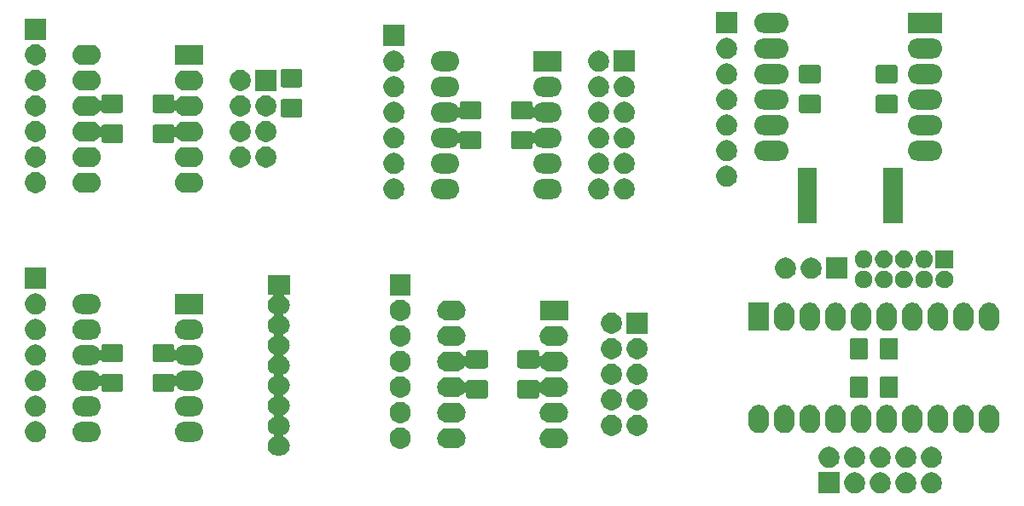
<source format=gbr>
G04 #@! TF.GenerationSoftware,KiCad,Pcbnew,(5.1.5)-3*
G04 #@! TF.CreationDate,2021-05-15T17:54:47+02:00*
G04 #@! TF.ProjectId,Adaptateurs_NiveauxSPI,41646170-7461-4746-9575-72735f4e6976,rev?*
G04 #@! TF.SameCoordinates,Original*
G04 #@! TF.FileFunction,Soldermask,Top*
G04 #@! TF.FilePolarity,Negative*
%FSLAX46Y46*%
G04 Gerber Fmt 4.6, Leading zero omitted, Abs format (unit mm)*
G04 Created by KiCad (PCBNEW (5.1.5)-3) date 2021-05-15 17:54:47*
%MOMM*%
%LPD*%
G04 APERTURE LIST*
%ADD10C,0.100000*%
G04 APERTURE END LIST*
D10*
G36*
X200788687Y-110715027D02*
G01*
X200966274Y-110750350D01*
X201157362Y-110829502D01*
X201329336Y-110944411D01*
X201475589Y-111090664D01*
X201590498Y-111262638D01*
X201669650Y-111453726D01*
X201710000Y-111656584D01*
X201710000Y-111863416D01*
X201669650Y-112066274D01*
X201590498Y-112257362D01*
X201475589Y-112429336D01*
X201329336Y-112575589D01*
X201157362Y-112690498D01*
X200966274Y-112769650D01*
X200788687Y-112804973D01*
X200763417Y-112810000D01*
X200556583Y-112810000D01*
X200531313Y-112804973D01*
X200353726Y-112769650D01*
X200162638Y-112690498D01*
X199990664Y-112575589D01*
X199844411Y-112429336D01*
X199729502Y-112257362D01*
X199650350Y-112066274D01*
X199610000Y-111863416D01*
X199610000Y-111656584D01*
X199650350Y-111453726D01*
X199729502Y-111262638D01*
X199844411Y-111090664D01*
X199990664Y-110944411D01*
X200162638Y-110829502D01*
X200353726Y-110750350D01*
X200531313Y-110715027D01*
X200556583Y-110710000D01*
X200763417Y-110710000D01*
X200788687Y-110715027D01*
G37*
G36*
X198248687Y-110715027D02*
G01*
X198426274Y-110750350D01*
X198617362Y-110829502D01*
X198789336Y-110944411D01*
X198935589Y-111090664D01*
X199050498Y-111262638D01*
X199129650Y-111453726D01*
X199170000Y-111656584D01*
X199170000Y-111863416D01*
X199129650Y-112066274D01*
X199050498Y-112257362D01*
X198935589Y-112429336D01*
X198789336Y-112575589D01*
X198617362Y-112690498D01*
X198426274Y-112769650D01*
X198248687Y-112804973D01*
X198223417Y-112810000D01*
X198016583Y-112810000D01*
X197991313Y-112804973D01*
X197813726Y-112769650D01*
X197622638Y-112690498D01*
X197450664Y-112575589D01*
X197304411Y-112429336D01*
X197189502Y-112257362D01*
X197110350Y-112066274D01*
X197070000Y-111863416D01*
X197070000Y-111656584D01*
X197110350Y-111453726D01*
X197189502Y-111262638D01*
X197304411Y-111090664D01*
X197450664Y-110944411D01*
X197622638Y-110829502D01*
X197813726Y-110750350D01*
X197991313Y-110715027D01*
X198016583Y-110710000D01*
X198223417Y-110710000D01*
X198248687Y-110715027D01*
G37*
G36*
X191550000Y-112810000D02*
G01*
X189450000Y-112810000D01*
X189450000Y-110710000D01*
X191550000Y-110710000D01*
X191550000Y-112810000D01*
G37*
G36*
X195708687Y-110715027D02*
G01*
X195886274Y-110750350D01*
X196077362Y-110829502D01*
X196249336Y-110944411D01*
X196395589Y-111090664D01*
X196510498Y-111262638D01*
X196589650Y-111453726D01*
X196630000Y-111656584D01*
X196630000Y-111863416D01*
X196589650Y-112066274D01*
X196510498Y-112257362D01*
X196395589Y-112429336D01*
X196249336Y-112575589D01*
X196077362Y-112690498D01*
X195886274Y-112769650D01*
X195708687Y-112804973D01*
X195683417Y-112810000D01*
X195476583Y-112810000D01*
X195451313Y-112804973D01*
X195273726Y-112769650D01*
X195082638Y-112690498D01*
X194910664Y-112575589D01*
X194764411Y-112429336D01*
X194649502Y-112257362D01*
X194570350Y-112066274D01*
X194530000Y-111863416D01*
X194530000Y-111656584D01*
X194570350Y-111453726D01*
X194649502Y-111262638D01*
X194764411Y-111090664D01*
X194910664Y-110944411D01*
X195082638Y-110829502D01*
X195273726Y-110750350D01*
X195451313Y-110715027D01*
X195476583Y-110710000D01*
X195683417Y-110710000D01*
X195708687Y-110715027D01*
G37*
G36*
X193168687Y-110715027D02*
G01*
X193346274Y-110750350D01*
X193537362Y-110829502D01*
X193709336Y-110944411D01*
X193855589Y-111090664D01*
X193970498Y-111262638D01*
X194049650Y-111453726D01*
X194090000Y-111656584D01*
X194090000Y-111863416D01*
X194049650Y-112066274D01*
X193970498Y-112257362D01*
X193855589Y-112429336D01*
X193709336Y-112575589D01*
X193537362Y-112690498D01*
X193346274Y-112769650D01*
X193168687Y-112804973D01*
X193143417Y-112810000D01*
X192936583Y-112810000D01*
X192911313Y-112804973D01*
X192733726Y-112769650D01*
X192542638Y-112690498D01*
X192370664Y-112575589D01*
X192224411Y-112429336D01*
X192109502Y-112257362D01*
X192030350Y-112066274D01*
X191990000Y-111863416D01*
X191990000Y-111656584D01*
X192030350Y-111453726D01*
X192109502Y-111262638D01*
X192224411Y-111090664D01*
X192370664Y-110944411D01*
X192542638Y-110829502D01*
X192733726Y-110750350D01*
X192911313Y-110715027D01*
X192936583Y-110710000D01*
X193143417Y-110710000D01*
X193168687Y-110715027D01*
G37*
G36*
X195708687Y-108175027D02*
G01*
X195886274Y-108210350D01*
X196077362Y-108289502D01*
X196249336Y-108404411D01*
X196395589Y-108550664D01*
X196510498Y-108722638D01*
X196589650Y-108913726D01*
X196630000Y-109116584D01*
X196630000Y-109323416D01*
X196589650Y-109526274D01*
X196510498Y-109717362D01*
X196395589Y-109889336D01*
X196249336Y-110035589D01*
X196077362Y-110150498D01*
X195886274Y-110229650D01*
X195708687Y-110264973D01*
X195683417Y-110270000D01*
X195476583Y-110270000D01*
X195451313Y-110264973D01*
X195273726Y-110229650D01*
X195082638Y-110150498D01*
X194910664Y-110035589D01*
X194764411Y-109889336D01*
X194649502Y-109717362D01*
X194570350Y-109526274D01*
X194530000Y-109323416D01*
X194530000Y-109116584D01*
X194570350Y-108913726D01*
X194649502Y-108722638D01*
X194764411Y-108550664D01*
X194910664Y-108404411D01*
X195082638Y-108289502D01*
X195273726Y-108210350D01*
X195451313Y-108175027D01*
X195476583Y-108170000D01*
X195683417Y-108170000D01*
X195708687Y-108175027D01*
G37*
G36*
X198248687Y-108175027D02*
G01*
X198426274Y-108210350D01*
X198617362Y-108289502D01*
X198789336Y-108404411D01*
X198935589Y-108550664D01*
X199050498Y-108722638D01*
X199129650Y-108913726D01*
X199170000Y-109116584D01*
X199170000Y-109323416D01*
X199129650Y-109526274D01*
X199050498Y-109717362D01*
X198935589Y-109889336D01*
X198789336Y-110035589D01*
X198617362Y-110150498D01*
X198426274Y-110229650D01*
X198248687Y-110264973D01*
X198223417Y-110270000D01*
X198016583Y-110270000D01*
X197991313Y-110264973D01*
X197813726Y-110229650D01*
X197622638Y-110150498D01*
X197450664Y-110035589D01*
X197304411Y-109889336D01*
X197189502Y-109717362D01*
X197110350Y-109526274D01*
X197070000Y-109323416D01*
X197070000Y-109116584D01*
X197110350Y-108913726D01*
X197189502Y-108722638D01*
X197304411Y-108550664D01*
X197450664Y-108404411D01*
X197622638Y-108289502D01*
X197813726Y-108210350D01*
X197991313Y-108175027D01*
X198016583Y-108170000D01*
X198223417Y-108170000D01*
X198248687Y-108175027D01*
G37*
G36*
X190628687Y-108175027D02*
G01*
X190806274Y-108210350D01*
X190997362Y-108289502D01*
X191169336Y-108404411D01*
X191315589Y-108550664D01*
X191430498Y-108722638D01*
X191509650Y-108913726D01*
X191550000Y-109116584D01*
X191550000Y-109323416D01*
X191509650Y-109526274D01*
X191430498Y-109717362D01*
X191315589Y-109889336D01*
X191169336Y-110035589D01*
X190997362Y-110150498D01*
X190806274Y-110229650D01*
X190628687Y-110264973D01*
X190603417Y-110270000D01*
X190396583Y-110270000D01*
X190371313Y-110264973D01*
X190193726Y-110229650D01*
X190002638Y-110150498D01*
X189830664Y-110035589D01*
X189684411Y-109889336D01*
X189569502Y-109717362D01*
X189490350Y-109526274D01*
X189450000Y-109323416D01*
X189450000Y-109116584D01*
X189490350Y-108913726D01*
X189569502Y-108722638D01*
X189684411Y-108550664D01*
X189830664Y-108404411D01*
X190002638Y-108289502D01*
X190193726Y-108210350D01*
X190371313Y-108175027D01*
X190396583Y-108170000D01*
X190603417Y-108170000D01*
X190628687Y-108175027D01*
G37*
G36*
X200788687Y-108175027D02*
G01*
X200966274Y-108210350D01*
X201157362Y-108289502D01*
X201329336Y-108404411D01*
X201475589Y-108550664D01*
X201590498Y-108722638D01*
X201669650Y-108913726D01*
X201710000Y-109116584D01*
X201710000Y-109323416D01*
X201669650Y-109526274D01*
X201590498Y-109717362D01*
X201475589Y-109889336D01*
X201329336Y-110035589D01*
X201157362Y-110150498D01*
X200966274Y-110229650D01*
X200788687Y-110264973D01*
X200763417Y-110270000D01*
X200556583Y-110270000D01*
X200531313Y-110264973D01*
X200353726Y-110229650D01*
X200162638Y-110150498D01*
X199990664Y-110035589D01*
X199844411Y-109889336D01*
X199729502Y-109717362D01*
X199650350Y-109526274D01*
X199610000Y-109323416D01*
X199610000Y-109116584D01*
X199650350Y-108913726D01*
X199729502Y-108722638D01*
X199844411Y-108550664D01*
X199990664Y-108404411D01*
X200162638Y-108289502D01*
X200353726Y-108210350D01*
X200531313Y-108175027D01*
X200556583Y-108170000D01*
X200763417Y-108170000D01*
X200788687Y-108175027D01*
G37*
G36*
X193168687Y-108175027D02*
G01*
X193346274Y-108210350D01*
X193537362Y-108289502D01*
X193709336Y-108404411D01*
X193855589Y-108550664D01*
X193970498Y-108722638D01*
X194049650Y-108913726D01*
X194090000Y-109116584D01*
X194090000Y-109323416D01*
X194049650Y-109526274D01*
X193970498Y-109717362D01*
X193855589Y-109889336D01*
X193709336Y-110035589D01*
X193537362Y-110150498D01*
X193346274Y-110229650D01*
X193168687Y-110264973D01*
X193143417Y-110270000D01*
X192936583Y-110270000D01*
X192911313Y-110264973D01*
X192733726Y-110229650D01*
X192542638Y-110150498D01*
X192370664Y-110035589D01*
X192224411Y-109889336D01*
X192109502Y-109717362D01*
X192030350Y-109526274D01*
X191990000Y-109323416D01*
X191990000Y-109116584D01*
X192030350Y-108913726D01*
X192109502Y-108722638D01*
X192224411Y-108550664D01*
X192370664Y-108404411D01*
X192542638Y-108289502D01*
X192733726Y-108210350D01*
X192911313Y-108175027D01*
X192936583Y-108170000D01*
X193143417Y-108170000D01*
X193168687Y-108175027D01*
G37*
G36*
X136990000Y-93025000D02*
G01*
X136589898Y-93025000D01*
X136565512Y-93027402D01*
X136542063Y-93034515D01*
X136520452Y-93046066D01*
X136501510Y-93061611D01*
X136485965Y-93080553D01*
X136474414Y-93102164D01*
X136467301Y-93125613D01*
X136464899Y-93149999D01*
X136467301Y-93174385D01*
X136474414Y-93197834D01*
X136485965Y-93219445D01*
X136501510Y-93238387D01*
X136530973Y-93260237D01*
X136570345Y-93281282D01*
X136606147Y-93310664D01*
X136715002Y-93399998D01*
X136823073Y-93531685D01*
X136833718Y-93544655D01*
X136860875Y-93595463D01*
X136921932Y-93709691D01*
X136921932Y-93709692D01*
X136976254Y-93888768D01*
X136994596Y-94075000D01*
X136976254Y-94261232D01*
X136966999Y-94291742D01*
X136921932Y-94440309D01*
X136833717Y-94605346D01*
X136715002Y-94750002D01*
X136583316Y-94858073D01*
X136570345Y-94868718D01*
X136492180Y-94910498D01*
X136400600Y-94959449D01*
X136387777Y-94964760D01*
X136367402Y-94978373D01*
X136350075Y-94995700D01*
X136336461Y-95016074D01*
X136327083Y-95038712D01*
X136322302Y-95062746D01*
X136322302Y-95087250D01*
X136327082Y-95111283D01*
X136336459Y-95133922D01*
X136350072Y-95154297D01*
X136367399Y-95171624D01*
X136387773Y-95185238D01*
X136400599Y-95190550D01*
X136516070Y-95252272D01*
X136570345Y-95281282D01*
X136570347Y-95281283D01*
X136570346Y-95281283D01*
X136715002Y-95399998D01*
X136813484Y-95520000D01*
X136833718Y-95544655D01*
X136851929Y-95578726D01*
X136921932Y-95709691D01*
X136921932Y-95709692D01*
X136976254Y-95888768D01*
X136994596Y-96075000D01*
X136976254Y-96261232D01*
X136958576Y-96319508D01*
X136921932Y-96440309D01*
X136897781Y-96485492D01*
X136848148Y-96578349D01*
X136833717Y-96605346D01*
X136715002Y-96750002D01*
X136622063Y-96826274D01*
X136570345Y-96868718D01*
X136503336Y-96904535D01*
X136400600Y-96959449D01*
X136387777Y-96964760D01*
X136367402Y-96978373D01*
X136350075Y-96995700D01*
X136336461Y-97016074D01*
X136327083Y-97038712D01*
X136322302Y-97062746D01*
X136322302Y-97087250D01*
X136327082Y-97111283D01*
X136336459Y-97133922D01*
X136350072Y-97154297D01*
X136367399Y-97171624D01*
X136387773Y-97185238D01*
X136400599Y-97190550D01*
X136475391Y-97230528D01*
X136570345Y-97281282D01*
X136570347Y-97281283D01*
X136570346Y-97281283D01*
X136715002Y-97399998D01*
X136795261Y-97497795D01*
X136833718Y-97544655D01*
X136847265Y-97570000D01*
X136921932Y-97709691D01*
X136935878Y-97755665D01*
X136976254Y-97888768D01*
X136984332Y-97970789D01*
X136994596Y-98075000D01*
X136976254Y-98261231D01*
X136921932Y-98440309D01*
X136884137Y-98511017D01*
X136833718Y-98605345D01*
X136823073Y-98618316D01*
X136715002Y-98750002D01*
X136583316Y-98858073D01*
X136570345Y-98868718D01*
X136539554Y-98885176D01*
X136400600Y-98959449D01*
X136387777Y-98964760D01*
X136367402Y-98978373D01*
X136350075Y-98995700D01*
X136336461Y-99016074D01*
X136327083Y-99038712D01*
X136322302Y-99062746D01*
X136322302Y-99087250D01*
X136327082Y-99111283D01*
X136336459Y-99133922D01*
X136350072Y-99154297D01*
X136367399Y-99171624D01*
X136387773Y-99185238D01*
X136400599Y-99190550D01*
X136516070Y-99252272D01*
X136570345Y-99281282D01*
X136570347Y-99281283D01*
X136570346Y-99281283D01*
X136715002Y-99399998D01*
X136805133Y-99509824D01*
X136833718Y-99544655D01*
X136858802Y-99591584D01*
X136921932Y-99709691D01*
X136921932Y-99709692D01*
X136976254Y-99888768D01*
X136994596Y-100075000D01*
X136976254Y-100261232D01*
X136958560Y-100319561D01*
X136921932Y-100440309D01*
X136833717Y-100605346D01*
X136715002Y-100750002D01*
X136583316Y-100858073D01*
X136570345Y-100868718D01*
X136502466Y-100905000D01*
X136400600Y-100959449D01*
X136387777Y-100964760D01*
X136367402Y-100978373D01*
X136350075Y-100995700D01*
X136336461Y-101016074D01*
X136327083Y-101038712D01*
X136322302Y-101062746D01*
X136322302Y-101087250D01*
X136327082Y-101111283D01*
X136336459Y-101133922D01*
X136350072Y-101154297D01*
X136367399Y-101171624D01*
X136387773Y-101185238D01*
X136400599Y-101190550D01*
X136510827Y-101249469D01*
X136570345Y-101281282D01*
X136570347Y-101281283D01*
X136570346Y-101281283D01*
X136715002Y-101399998D01*
X136794267Y-101496584D01*
X136833718Y-101544655D01*
X136863300Y-101600000D01*
X136921932Y-101709691D01*
X136937867Y-101762223D01*
X136976254Y-101888768D01*
X136994596Y-102075000D01*
X136976254Y-102261232D01*
X136952840Y-102338417D01*
X136921932Y-102440309D01*
X136892511Y-102495351D01*
X136844309Y-102585531D01*
X136833717Y-102605346D01*
X136715002Y-102750002D01*
X136610620Y-102835665D01*
X136570345Y-102868718D01*
X136503710Y-102904335D01*
X136400600Y-102959449D01*
X136387777Y-102964760D01*
X136367402Y-102978373D01*
X136350075Y-102995700D01*
X136336461Y-103016074D01*
X136327083Y-103038712D01*
X136322302Y-103062746D01*
X136322302Y-103087250D01*
X136327082Y-103111283D01*
X136336459Y-103133922D01*
X136350072Y-103154297D01*
X136367399Y-103171624D01*
X136387773Y-103185238D01*
X136400599Y-103190550D01*
X136501811Y-103244650D01*
X136570345Y-103281282D01*
X136582486Y-103291246D01*
X136715002Y-103399998D01*
X136833717Y-103544654D01*
X136921932Y-103709691D01*
X136935817Y-103755465D01*
X136976254Y-103888768D01*
X136994596Y-104075000D01*
X136976254Y-104261232D01*
X136958248Y-104320589D01*
X136921932Y-104440309D01*
X136876912Y-104524535D01*
X136847817Y-104578968D01*
X136833717Y-104605346D01*
X136715002Y-104750002D01*
X136583315Y-104858073D01*
X136570345Y-104868718D01*
X136552201Y-104878416D01*
X136400600Y-104959449D01*
X136387777Y-104964760D01*
X136367402Y-104978373D01*
X136350075Y-104995700D01*
X136336461Y-105016074D01*
X136327083Y-105038712D01*
X136322302Y-105062746D01*
X136322302Y-105087250D01*
X136327082Y-105111283D01*
X136336459Y-105133922D01*
X136350072Y-105154297D01*
X136367399Y-105171624D01*
X136387773Y-105185238D01*
X136400599Y-105190550D01*
X136516070Y-105252272D01*
X136570345Y-105281282D01*
X136570347Y-105281283D01*
X136570346Y-105281283D01*
X136715002Y-105399998D01*
X136823073Y-105531685D01*
X136833718Y-105544655D01*
X136868909Y-105610493D01*
X136921932Y-105709691D01*
X136937354Y-105760530D01*
X136976254Y-105888768D01*
X136994596Y-106075000D01*
X136976254Y-106261232D01*
X136962871Y-106305350D01*
X136921932Y-106440309D01*
X136890341Y-106499411D01*
X136834185Y-106604472D01*
X136833717Y-106605346D01*
X136715002Y-106750002D01*
X136583316Y-106858073D01*
X136570345Y-106868718D01*
X136490559Y-106911364D01*
X136400600Y-106959449D01*
X136387777Y-106964760D01*
X136367402Y-106978373D01*
X136350075Y-106995700D01*
X136336461Y-107016074D01*
X136327083Y-107038712D01*
X136322302Y-107062746D01*
X136322302Y-107087250D01*
X136327082Y-107111283D01*
X136336459Y-107133922D01*
X136350072Y-107154297D01*
X136367399Y-107171624D01*
X136387773Y-107185238D01*
X136400599Y-107190550D01*
X136489853Y-107238258D01*
X136570345Y-107281282D01*
X136570347Y-107281283D01*
X136570346Y-107281283D01*
X136715002Y-107399998D01*
X136809785Y-107515493D01*
X136833718Y-107544655D01*
X136867763Y-107608349D01*
X136921932Y-107709691D01*
X136949093Y-107799230D01*
X136953077Y-107812362D01*
X136976254Y-107888769D01*
X136994596Y-108075000D01*
X136976254Y-108261231D01*
X136921932Y-108440309D01*
X136874780Y-108528523D01*
X136862946Y-108550664D01*
X136833717Y-108605346D01*
X136715002Y-108750002D01*
X136583315Y-108858073D01*
X136570345Y-108868718D01*
X136493523Y-108909780D01*
X136405309Y-108956932D01*
X136315770Y-108984093D01*
X136226232Y-109011254D01*
X136086666Y-109025000D01*
X135693334Y-109025000D01*
X135553768Y-109011254D01*
X135464230Y-108984093D01*
X135374691Y-108956932D01*
X135286477Y-108909780D01*
X135209655Y-108868718D01*
X135196685Y-108858073D01*
X135064998Y-108750002D01*
X134946283Y-108605346D01*
X134917055Y-108550664D01*
X134905220Y-108528523D01*
X134858068Y-108440309D01*
X134803746Y-108261231D01*
X134785404Y-108075000D01*
X134803746Y-107888769D01*
X134826924Y-107812362D01*
X134830907Y-107799230D01*
X134858068Y-107709691D01*
X134912237Y-107608349D01*
X134946282Y-107544655D01*
X134970215Y-107515493D01*
X135064998Y-107399998D01*
X135209654Y-107281283D01*
X135209653Y-107281283D01*
X135209655Y-107281282D01*
X135290147Y-107238258D01*
X135379400Y-107190551D01*
X135392223Y-107185240D01*
X135412598Y-107171627D01*
X135429925Y-107154300D01*
X135443539Y-107133926D01*
X135452917Y-107111288D01*
X135457698Y-107087254D01*
X135457698Y-107062750D01*
X135452918Y-107038717D01*
X135443541Y-107016078D01*
X135429928Y-106995703D01*
X135412601Y-106978376D01*
X135392227Y-106964762D01*
X135379401Y-106959450D01*
X135263930Y-106897728D01*
X135209655Y-106868718D01*
X135196684Y-106858073D01*
X135064998Y-106750002D01*
X134946283Y-106605346D01*
X134945816Y-106604472D01*
X134889659Y-106499411D01*
X134858068Y-106440309D01*
X134817129Y-106305350D01*
X134803746Y-106261232D01*
X134785404Y-106075000D01*
X134803746Y-105888768D01*
X134842646Y-105760530D01*
X134858068Y-105709691D01*
X134911091Y-105610493D01*
X134946282Y-105544655D01*
X134956927Y-105531685D01*
X135064998Y-105399998D01*
X135209654Y-105281283D01*
X135209653Y-105281283D01*
X135209655Y-105281282D01*
X135306699Y-105229411D01*
X135379400Y-105190551D01*
X135392223Y-105185240D01*
X135412598Y-105171627D01*
X135429925Y-105154300D01*
X135443539Y-105133926D01*
X135452917Y-105111288D01*
X135457698Y-105087254D01*
X135457698Y-105062750D01*
X135452918Y-105038717D01*
X135443541Y-105016078D01*
X135429928Y-104995703D01*
X135412601Y-104978376D01*
X135392227Y-104964762D01*
X135379401Y-104959450D01*
X135227799Y-104878416D01*
X135209655Y-104868718D01*
X135196685Y-104858073D01*
X135064998Y-104750002D01*
X134946283Y-104605346D01*
X134932184Y-104578968D01*
X134903088Y-104524535D01*
X134858068Y-104440309D01*
X134821752Y-104320589D01*
X134803746Y-104261232D01*
X134785404Y-104075000D01*
X134803746Y-103888768D01*
X134844183Y-103755465D01*
X134858068Y-103709691D01*
X134946283Y-103544654D01*
X135064998Y-103399998D01*
X135197514Y-103291246D01*
X135209655Y-103281282D01*
X135323314Y-103220530D01*
X135379400Y-103190551D01*
X135392223Y-103185240D01*
X135412598Y-103171627D01*
X135429925Y-103154300D01*
X135443539Y-103133926D01*
X135452917Y-103111288D01*
X135457698Y-103087254D01*
X135457698Y-103062750D01*
X135452918Y-103038717D01*
X135443541Y-103016078D01*
X135429928Y-102995703D01*
X135412601Y-102978376D01*
X135392227Y-102964762D01*
X135379401Y-102959450D01*
X135263930Y-102897728D01*
X135209655Y-102868718D01*
X135169380Y-102835665D01*
X135064998Y-102750002D01*
X134946283Y-102605346D01*
X134935692Y-102585531D01*
X134887489Y-102495351D01*
X134858068Y-102440309D01*
X134827160Y-102338417D01*
X134803746Y-102261232D01*
X134785404Y-102075000D01*
X134803746Y-101888768D01*
X134842133Y-101762223D01*
X134858068Y-101709691D01*
X134916700Y-101600000D01*
X134946282Y-101544655D01*
X134985733Y-101496584D01*
X135064998Y-101399998D01*
X135209654Y-101281283D01*
X135209653Y-101281283D01*
X135209655Y-101281282D01*
X135304776Y-101230439D01*
X135379400Y-101190551D01*
X135392223Y-101185240D01*
X135412598Y-101171627D01*
X135429925Y-101154300D01*
X135443539Y-101133926D01*
X135452917Y-101111288D01*
X135457698Y-101087254D01*
X135457698Y-101062750D01*
X135452918Y-101038717D01*
X135443541Y-101016078D01*
X135429928Y-100995703D01*
X135412601Y-100978376D01*
X135392227Y-100964762D01*
X135379401Y-100959450D01*
X135248483Y-100889472D01*
X135209655Y-100868718D01*
X135196685Y-100858073D01*
X135064998Y-100750002D01*
X134946283Y-100605346D01*
X134858068Y-100440309D01*
X134821440Y-100319561D01*
X134803746Y-100261232D01*
X134785404Y-100075000D01*
X134803746Y-99888768D01*
X134858068Y-99709692D01*
X134858068Y-99709691D01*
X134921198Y-99591584D01*
X134946282Y-99544655D01*
X134974867Y-99509824D01*
X135064998Y-99399998D01*
X135209654Y-99281283D01*
X135209653Y-99281283D01*
X135209655Y-99281282D01*
X135366138Y-99197640D01*
X135379400Y-99190551D01*
X135392223Y-99185240D01*
X135412598Y-99171627D01*
X135429925Y-99154300D01*
X135443539Y-99133926D01*
X135452917Y-99111288D01*
X135457698Y-99087254D01*
X135457698Y-99062750D01*
X135452918Y-99038717D01*
X135443541Y-99016078D01*
X135429928Y-98995703D01*
X135412601Y-98978376D01*
X135392227Y-98964762D01*
X135379401Y-98959450D01*
X135240446Y-98885176D01*
X135209655Y-98868718D01*
X135196684Y-98858073D01*
X135064998Y-98750002D01*
X134956927Y-98618315D01*
X134946282Y-98605345D01*
X134895863Y-98511017D01*
X134858068Y-98440309D01*
X134803746Y-98261231D01*
X134785404Y-98075000D01*
X134795668Y-97970789D01*
X134803746Y-97888768D01*
X134844122Y-97755665D01*
X134858068Y-97709691D01*
X134932735Y-97570000D01*
X134946282Y-97544655D01*
X134984739Y-97497795D01*
X135064998Y-97399998D01*
X135209654Y-97281283D01*
X135209653Y-97281283D01*
X135209655Y-97281282D01*
X135304609Y-97230528D01*
X135379400Y-97190551D01*
X135392223Y-97185240D01*
X135412598Y-97171627D01*
X135429925Y-97154300D01*
X135443539Y-97133926D01*
X135452917Y-97111288D01*
X135457698Y-97087254D01*
X135457698Y-97062750D01*
X135452918Y-97038717D01*
X135443541Y-97016078D01*
X135429928Y-96995703D01*
X135412601Y-96978376D01*
X135392227Y-96964762D01*
X135379401Y-96959450D01*
X135263930Y-96897728D01*
X135209655Y-96868718D01*
X135157937Y-96826274D01*
X135064998Y-96750002D01*
X134946283Y-96605346D01*
X134931853Y-96578349D01*
X134882219Y-96485492D01*
X134858068Y-96440309D01*
X134821424Y-96319508D01*
X134803746Y-96261232D01*
X134785404Y-96075000D01*
X134803746Y-95888768D01*
X134858068Y-95709692D01*
X134858068Y-95709691D01*
X134928071Y-95578726D01*
X134946282Y-95544655D01*
X134966516Y-95520000D01*
X135064998Y-95399998D01*
X135209654Y-95281283D01*
X135209653Y-95281283D01*
X135209655Y-95281282D01*
X135289441Y-95238636D01*
X135379400Y-95190551D01*
X135392223Y-95185240D01*
X135412598Y-95171627D01*
X135429925Y-95154300D01*
X135443539Y-95133926D01*
X135452917Y-95111288D01*
X135457698Y-95087254D01*
X135457698Y-95062750D01*
X135452918Y-95038717D01*
X135443541Y-95016078D01*
X135429928Y-94995703D01*
X135412601Y-94978376D01*
X135392227Y-94964762D01*
X135379401Y-94959450D01*
X135263930Y-94897728D01*
X135209655Y-94868718D01*
X135196684Y-94858073D01*
X135064998Y-94750002D01*
X134946283Y-94605346D01*
X134858068Y-94440309D01*
X134813001Y-94291742D01*
X134803746Y-94261232D01*
X134785404Y-94075000D01*
X134803746Y-93888768D01*
X134858068Y-93709692D01*
X134858068Y-93709691D01*
X134919125Y-93595463D01*
X134946282Y-93544655D01*
X134956927Y-93531685D01*
X135064998Y-93399998D01*
X135173853Y-93310664D01*
X135209655Y-93281282D01*
X135249028Y-93260237D01*
X135269401Y-93246624D01*
X135286728Y-93229297D01*
X135300341Y-93208923D01*
X135309719Y-93186284D01*
X135314499Y-93162251D01*
X135314499Y-93137747D01*
X135309719Y-93113714D01*
X135300341Y-93091075D01*
X135286727Y-93070700D01*
X135269400Y-93053373D01*
X135249026Y-93039760D01*
X135226387Y-93030382D01*
X135190102Y-93025000D01*
X134790000Y-93025000D01*
X134790000Y-91125000D01*
X136990000Y-91125000D01*
X136990000Y-93025000D01*
G37*
G36*
X148083687Y-106270027D02*
G01*
X148261274Y-106305350D01*
X148452362Y-106384502D01*
X148624336Y-106499411D01*
X148770589Y-106645664D01*
X148885498Y-106817638D01*
X148964650Y-107008726D01*
X149005000Y-107211584D01*
X149005000Y-107418416D01*
X148964650Y-107621274D01*
X148885498Y-107812362D01*
X148770589Y-107984336D01*
X148624336Y-108130589D01*
X148452362Y-108245498D01*
X148261274Y-108324650D01*
X148083687Y-108359973D01*
X148058417Y-108365000D01*
X147851583Y-108365000D01*
X147826313Y-108359973D01*
X147648726Y-108324650D01*
X147457638Y-108245498D01*
X147285664Y-108130589D01*
X147139411Y-107984336D01*
X147024502Y-107812362D01*
X146945350Y-107621274D01*
X146905000Y-107418416D01*
X146905000Y-107211584D01*
X146945350Y-107008726D01*
X147024502Y-106817638D01*
X147139411Y-106645664D01*
X147285664Y-106499411D01*
X147457638Y-106384502D01*
X147648726Y-106305350D01*
X147826313Y-106270027D01*
X147851583Y-106265000D01*
X148058417Y-106265000D01*
X148083687Y-106270027D01*
G37*
G36*
X163791032Y-106329469D02*
G01*
X163885284Y-106358060D01*
X163979535Y-106386651D01*
X163979537Y-106386652D01*
X164153258Y-106479507D01*
X164305528Y-106604472D01*
X164430493Y-106756742D01*
X164494254Y-106876032D01*
X164523349Y-106930465D01*
X164540278Y-106986272D01*
X164580531Y-107118968D01*
X164599838Y-107315000D01*
X164580531Y-107511032D01*
X164570332Y-107544654D01*
X164526348Y-107689650D01*
X164523348Y-107699537D01*
X164430493Y-107873258D01*
X164305528Y-108025528D01*
X164153258Y-108150493D01*
X163979537Y-108243348D01*
X163979535Y-108243349D01*
X163920582Y-108261232D01*
X163791032Y-108300531D01*
X163644124Y-108315000D01*
X162745876Y-108315000D01*
X162598968Y-108300531D01*
X162469418Y-108261232D01*
X162410465Y-108243349D01*
X162410463Y-108243348D01*
X162236742Y-108150493D01*
X162084472Y-108025528D01*
X161959507Y-107873258D01*
X161866652Y-107699537D01*
X161863653Y-107689650D01*
X161819668Y-107544654D01*
X161809469Y-107511032D01*
X161790162Y-107315000D01*
X161809469Y-107118968D01*
X161849722Y-106986272D01*
X161866651Y-106930465D01*
X161895746Y-106876032D01*
X161959507Y-106756742D01*
X162084472Y-106604472D01*
X162236742Y-106479507D01*
X162410463Y-106386652D01*
X162410465Y-106386651D01*
X162504716Y-106358060D01*
X162598968Y-106329469D01*
X162745876Y-106315000D01*
X163644124Y-106315000D01*
X163791032Y-106329469D01*
G37*
G36*
X153631032Y-106329469D02*
G01*
X153725284Y-106358060D01*
X153819535Y-106386651D01*
X153819537Y-106386652D01*
X153993258Y-106479507D01*
X154145528Y-106604472D01*
X154270493Y-106756742D01*
X154334254Y-106876032D01*
X154363349Y-106930465D01*
X154380278Y-106986272D01*
X154420531Y-107118968D01*
X154439838Y-107315000D01*
X154420531Y-107511032D01*
X154410332Y-107544654D01*
X154366348Y-107689650D01*
X154363348Y-107699537D01*
X154270493Y-107873258D01*
X154145528Y-108025528D01*
X153993258Y-108150493D01*
X153819537Y-108243348D01*
X153819535Y-108243349D01*
X153760582Y-108261232D01*
X153631032Y-108300531D01*
X153484124Y-108315000D01*
X152585876Y-108315000D01*
X152438968Y-108300531D01*
X152309418Y-108261232D01*
X152250465Y-108243349D01*
X152250463Y-108243348D01*
X152076742Y-108150493D01*
X151924472Y-108025528D01*
X151799507Y-107873258D01*
X151706652Y-107699537D01*
X151703653Y-107689650D01*
X151659668Y-107544654D01*
X151649469Y-107511032D01*
X151630162Y-107315000D01*
X151649469Y-107118968D01*
X151689722Y-106986272D01*
X151706651Y-106930465D01*
X151735746Y-106876032D01*
X151799507Y-106756742D01*
X151924472Y-106604472D01*
X152076742Y-106479507D01*
X152250463Y-106386652D01*
X152250465Y-106386651D01*
X152344716Y-106358060D01*
X152438968Y-106329469D01*
X152585876Y-106315000D01*
X153484124Y-106315000D01*
X153631032Y-106329469D01*
G37*
G36*
X111888687Y-105635027D02*
G01*
X112066274Y-105670350D01*
X112257362Y-105749502D01*
X112429336Y-105864411D01*
X112575589Y-106010664D01*
X112690498Y-106182638D01*
X112769650Y-106373726D01*
X112798850Y-106520528D01*
X112810000Y-106576583D01*
X112810000Y-106783417D01*
X112807590Y-106795531D01*
X112769650Y-106986274D01*
X112690498Y-107177362D01*
X112575589Y-107349336D01*
X112429336Y-107495589D01*
X112257362Y-107610498D01*
X112066274Y-107689650D01*
X111888687Y-107724973D01*
X111863417Y-107730000D01*
X111656583Y-107730000D01*
X111631313Y-107724973D01*
X111453726Y-107689650D01*
X111262638Y-107610498D01*
X111090664Y-107495589D01*
X110944411Y-107349336D01*
X110829502Y-107177362D01*
X110750350Y-106986274D01*
X110712410Y-106795531D01*
X110710000Y-106783417D01*
X110710000Y-106576583D01*
X110721150Y-106520528D01*
X110750350Y-106373726D01*
X110829502Y-106182638D01*
X110944411Y-106010664D01*
X111090664Y-105864411D01*
X111262638Y-105749502D01*
X111453726Y-105670350D01*
X111631313Y-105635027D01*
X111656583Y-105630000D01*
X111863417Y-105630000D01*
X111888687Y-105635027D01*
G37*
G36*
X117436032Y-105694469D02*
G01*
X117530284Y-105723060D01*
X117624535Y-105751651D01*
X117624537Y-105751652D01*
X117798258Y-105844507D01*
X117950528Y-105969472D01*
X118075493Y-106121742D01*
X118114401Y-106194535D01*
X118168349Y-106295465D01*
X118171348Y-106305351D01*
X118225531Y-106483968D01*
X118244838Y-106680000D01*
X118225531Y-106876032D01*
X118225530Y-106876034D01*
X118168892Y-107062746D01*
X118168348Y-107064537D01*
X118075493Y-107238258D01*
X117950528Y-107390528D01*
X117798258Y-107515493D01*
X117624537Y-107608348D01*
X117624535Y-107608349D01*
X117530285Y-107636939D01*
X117436032Y-107665531D01*
X117289124Y-107680000D01*
X116390876Y-107680000D01*
X116243968Y-107665531D01*
X116149715Y-107636939D01*
X116055465Y-107608349D01*
X116055463Y-107608348D01*
X115881742Y-107515493D01*
X115729472Y-107390528D01*
X115604507Y-107238258D01*
X115511652Y-107064537D01*
X115511109Y-107062746D01*
X115454470Y-106876034D01*
X115454469Y-106876032D01*
X115435162Y-106680000D01*
X115454469Y-106483968D01*
X115508652Y-106305351D01*
X115511651Y-106295465D01*
X115565599Y-106194535D01*
X115604507Y-106121742D01*
X115729472Y-105969472D01*
X115881742Y-105844507D01*
X116055463Y-105751652D01*
X116055465Y-105751651D01*
X116149716Y-105723060D01*
X116243968Y-105694469D01*
X116390876Y-105680000D01*
X117289124Y-105680000D01*
X117436032Y-105694469D01*
G37*
G36*
X127596032Y-105694469D02*
G01*
X127690284Y-105723060D01*
X127784535Y-105751651D01*
X127784537Y-105751652D01*
X127958258Y-105844507D01*
X128110528Y-105969472D01*
X128235493Y-106121742D01*
X128274401Y-106194535D01*
X128328349Y-106295465D01*
X128331348Y-106305351D01*
X128385531Y-106483968D01*
X128404838Y-106680000D01*
X128385531Y-106876032D01*
X128385530Y-106876034D01*
X128328892Y-107062746D01*
X128328348Y-107064537D01*
X128235493Y-107238258D01*
X128110528Y-107390528D01*
X127958258Y-107515493D01*
X127784537Y-107608348D01*
X127784535Y-107608349D01*
X127690285Y-107636939D01*
X127596032Y-107665531D01*
X127449124Y-107680000D01*
X126550876Y-107680000D01*
X126403968Y-107665531D01*
X126309715Y-107636939D01*
X126215465Y-107608349D01*
X126215463Y-107608348D01*
X126041742Y-107515493D01*
X125889472Y-107390528D01*
X125764507Y-107238258D01*
X125671652Y-107064537D01*
X125671109Y-107062746D01*
X125614470Y-106876034D01*
X125614469Y-106876032D01*
X125595162Y-106680000D01*
X125614469Y-106483968D01*
X125668652Y-106305351D01*
X125671651Y-106295465D01*
X125725599Y-106194535D01*
X125764507Y-106121742D01*
X125889472Y-105969472D01*
X126041742Y-105844507D01*
X126215463Y-105751652D01*
X126215465Y-105751651D01*
X126309716Y-105723060D01*
X126403968Y-105694469D01*
X126550876Y-105680000D01*
X127449124Y-105680000D01*
X127596032Y-105694469D01*
G37*
G36*
X171578687Y-105000027D02*
G01*
X171756274Y-105035350D01*
X171947362Y-105114502D01*
X172119336Y-105229411D01*
X172265589Y-105375664D01*
X172380498Y-105547638D01*
X172459650Y-105738726D01*
X172500000Y-105941584D01*
X172500000Y-106148416D01*
X172459650Y-106351274D01*
X172380498Y-106542362D01*
X172265589Y-106714336D01*
X172119336Y-106860589D01*
X171947362Y-106975498D01*
X171756274Y-107054650D01*
X171578687Y-107089973D01*
X171553417Y-107095000D01*
X171346583Y-107095000D01*
X171321313Y-107089973D01*
X171143726Y-107054650D01*
X170952638Y-106975498D01*
X170780664Y-106860589D01*
X170634411Y-106714336D01*
X170519502Y-106542362D01*
X170440350Y-106351274D01*
X170400000Y-106148416D01*
X170400000Y-105941584D01*
X170440350Y-105738726D01*
X170519502Y-105547638D01*
X170634411Y-105375664D01*
X170780664Y-105229411D01*
X170952638Y-105114502D01*
X171143726Y-105035350D01*
X171321313Y-105000027D01*
X171346583Y-104995000D01*
X171553417Y-104995000D01*
X171578687Y-105000027D01*
G37*
G36*
X169038687Y-105000027D02*
G01*
X169216274Y-105035350D01*
X169407362Y-105114502D01*
X169579336Y-105229411D01*
X169725589Y-105375664D01*
X169840498Y-105547638D01*
X169919650Y-105738726D01*
X169960000Y-105941584D01*
X169960000Y-106148416D01*
X169919650Y-106351274D01*
X169840498Y-106542362D01*
X169725589Y-106714336D01*
X169579336Y-106860589D01*
X169407362Y-106975498D01*
X169216274Y-107054650D01*
X169038687Y-107089973D01*
X169013417Y-107095000D01*
X168806583Y-107095000D01*
X168781313Y-107089973D01*
X168603726Y-107054650D01*
X168412638Y-106975498D01*
X168240664Y-106860589D01*
X168094411Y-106714336D01*
X167979502Y-106542362D01*
X167900350Y-106351274D01*
X167860000Y-106148416D01*
X167860000Y-105941584D01*
X167900350Y-105738726D01*
X167979502Y-105547638D01*
X168094411Y-105375664D01*
X168240664Y-105229411D01*
X168412638Y-105114502D01*
X168603726Y-105035350D01*
X168781313Y-105000027D01*
X168806583Y-104995000D01*
X169013417Y-104995000D01*
X169038687Y-105000027D01*
G37*
G36*
X183711031Y-104024469D02*
G01*
X183750968Y-104036584D01*
X183899534Y-104081651D01*
X183899536Y-104081652D01*
X184073258Y-104174507D01*
X184225528Y-104299472D01*
X184350493Y-104451742D01*
X184443348Y-104625463D01*
X184500531Y-104813968D01*
X184515000Y-104960876D01*
X184515000Y-105859123D01*
X184500531Y-106006031D01*
X184499125Y-106010665D01*
X184457339Y-106148417D01*
X184443348Y-106194537D01*
X184350493Y-106368258D01*
X184225528Y-106520528D01*
X184073258Y-106645493D01*
X183899537Y-106738348D01*
X183899535Y-106738349D01*
X183838901Y-106756742D01*
X183711032Y-106795531D01*
X183515000Y-106814838D01*
X183318969Y-106795531D01*
X183191100Y-106756742D01*
X183130466Y-106738349D01*
X183130464Y-106738348D01*
X182956743Y-106645493D01*
X182804473Y-106520528D01*
X182679508Y-106368258D01*
X182586651Y-106194534D01*
X182529469Y-106006035D01*
X182515000Y-105859124D01*
X182515000Y-104960877D01*
X182529469Y-104813969D01*
X182572662Y-104671583D01*
X182586651Y-104625466D01*
X182597406Y-104605345D01*
X182679507Y-104451742D01*
X182804472Y-104299472D01*
X182956742Y-104174507D01*
X183130463Y-104081652D01*
X183130465Y-104081651D01*
X183279031Y-104036584D01*
X183318968Y-104024469D01*
X183515000Y-104005162D01*
X183711031Y-104024469D01*
G37*
G36*
X201491031Y-104024469D02*
G01*
X201530968Y-104036584D01*
X201679534Y-104081651D01*
X201679536Y-104081652D01*
X201853258Y-104174507D01*
X202005528Y-104299472D01*
X202130493Y-104451742D01*
X202223348Y-104625463D01*
X202280531Y-104813968D01*
X202295000Y-104960876D01*
X202295000Y-105859123D01*
X202280531Y-106006031D01*
X202279125Y-106010665D01*
X202237339Y-106148417D01*
X202223348Y-106194537D01*
X202130493Y-106368258D01*
X202005528Y-106520528D01*
X201853258Y-106645493D01*
X201679537Y-106738348D01*
X201679535Y-106738349D01*
X201618901Y-106756742D01*
X201491032Y-106795531D01*
X201295000Y-106814838D01*
X201098969Y-106795531D01*
X200971100Y-106756742D01*
X200910466Y-106738349D01*
X200910464Y-106738348D01*
X200736743Y-106645493D01*
X200584473Y-106520528D01*
X200459508Y-106368258D01*
X200366651Y-106194534D01*
X200309469Y-106006035D01*
X200295000Y-105859124D01*
X200295000Y-104960877D01*
X200309469Y-104813969D01*
X200352662Y-104671583D01*
X200366651Y-104625466D01*
X200377406Y-104605345D01*
X200459507Y-104451742D01*
X200584472Y-104299472D01*
X200736742Y-104174507D01*
X200910463Y-104081652D01*
X200910465Y-104081651D01*
X201059031Y-104036584D01*
X201098968Y-104024469D01*
X201295000Y-104005162D01*
X201491031Y-104024469D01*
G37*
G36*
X206571031Y-104024469D02*
G01*
X206610968Y-104036584D01*
X206759534Y-104081651D01*
X206759536Y-104081652D01*
X206933258Y-104174507D01*
X207085528Y-104299472D01*
X207210493Y-104451742D01*
X207303348Y-104625463D01*
X207360531Y-104813968D01*
X207375000Y-104960876D01*
X207375000Y-105859123D01*
X207360531Y-106006031D01*
X207359125Y-106010665D01*
X207317339Y-106148417D01*
X207303348Y-106194537D01*
X207210493Y-106368258D01*
X207085528Y-106520528D01*
X206933258Y-106645493D01*
X206759537Y-106738348D01*
X206759535Y-106738349D01*
X206698901Y-106756742D01*
X206571032Y-106795531D01*
X206375000Y-106814838D01*
X206178969Y-106795531D01*
X206051100Y-106756742D01*
X205990466Y-106738349D01*
X205990464Y-106738348D01*
X205816743Y-106645493D01*
X205664473Y-106520528D01*
X205539508Y-106368258D01*
X205446651Y-106194534D01*
X205389469Y-106006035D01*
X205375000Y-105859124D01*
X205375000Y-104960877D01*
X205389469Y-104813969D01*
X205432662Y-104671583D01*
X205446651Y-104625466D01*
X205457406Y-104605345D01*
X205539507Y-104451742D01*
X205664472Y-104299472D01*
X205816742Y-104174507D01*
X205990463Y-104081652D01*
X205990465Y-104081651D01*
X206139031Y-104036584D01*
X206178968Y-104024469D01*
X206375000Y-104005162D01*
X206571031Y-104024469D01*
G37*
G36*
X204031031Y-104024469D02*
G01*
X204070968Y-104036584D01*
X204219534Y-104081651D01*
X204219536Y-104081652D01*
X204393258Y-104174507D01*
X204545528Y-104299472D01*
X204670493Y-104451742D01*
X204763348Y-104625463D01*
X204820531Y-104813968D01*
X204835000Y-104960876D01*
X204835000Y-105859123D01*
X204820531Y-106006031D01*
X204819125Y-106010665D01*
X204777339Y-106148417D01*
X204763348Y-106194537D01*
X204670493Y-106368258D01*
X204545528Y-106520528D01*
X204393258Y-106645493D01*
X204219537Y-106738348D01*
X204219535Y-106738349D01*
X204158901Y-106756742D01*
X204031032Y-106795531D01*
X203835000Y-106814838D01*
X203638969Y-106795531D01*
X203511100Y-106756742D01*
X203450466Y-106738349D01*
X203450464Y-106738348D01*
X203276743Y-106645493D01*
X203124473Y-106520528D01*
X202999508Y-106368258D01*
X202906651Y-106194534D01*
X202849469Y-106006035D01*
X202835000Y-105859124D01*
X202835000Y-104960877D01*
X202849469Y-104813969D01*
X202892662Y-104671583D01*
X202906651Y-104625466D01*
X202917406Y-104605345D01*
X202999507Y-104451742D01*
X203124472Y-104299472D01*
X203276742Y-104174507D01*
X203450463Y-104081652D01*
X203450465Y-104081651D01*
X203599031Y-104036584D01*
X203638968Y-104024469D01*
X203835000Y-104005162D01*
X204031031Y-104024469D01*
G37*
G36*
X191331031Y-104024469D02*
G01*
X191370968Y-104036584D01*
X191519534Y-104081651D01*
X191519536Y-104081652D01*
X191693258Y-104174507D01*
X191845528Y-104299472D01*
X191970493Y-104451742D01*
X192063348Y-104625463D01*
X192120531Y-104813968D01*
X192135000Y-104960876D01*
X192135000Y-105859123D01*
X192120531Y-106006031D01*
X192119125Y-106010665D01*
X192077339Y-106148417D01*
X192063348Y-106194537D01*
X191970493Y-106368258D01*
X191845528Y-106520528D01*
X191693258Y-106645493D01*
X191519537Y-106738348D01*
X191519535Y-106738349D01*
X191458901Y-106756742D01*
X191331032Y-106795531D01*
X191135000Y-106814838D01*
X190938969Y-106795531D01*
X190811100Y-106756742D01*
X190750466Y-106738349D01*
X190750464Y-106738348D01*
X190576743Y-106645493D01*
X190424473Y-106520528D01*
X190299508Y-106368258D01*
X190206651Y-106194534D01*
X190149469Y-106006035D01*
X190135000Y-105859124D01*
X190135000Y-104960877D01*
X190149469Y-104813969D01*
X190192662Y-104671583D01*
X190206651Y-104625466D01*
X190217406Y-104605345D01*
X190299507Y-104451742D01*
X190424472Y-104299472D01*
X190576742Y-104174507D01*
X190750463Y-104081652D01*
X190750465Y-104081651D01*
X190899031Y-104036584D01*
X190938968Y-104024469D01*
X191135000Y-104005162D01*
X191331031Y-104024469D01*
G37*
G36*
X188791031Y-104024469D02*
G01*
X188830968Y-104036584D01*
X188979534Y-104081651D01*
X188979536Y-104081652D01*
X189153258Y-104174507D01*
X189305528Y-104299472D01*
X189430493Y-104451742D01*
X189523348Y-104625463D01*
X189580531Y-104813968D01*
X189595000Y-104960876D01*
X189595000Y-105859123D01*
X189580531Y-106006031D01*
X189579125Y-106010665D01*
X189537339Y-106148417D01*
X189523348Y-106194537D01*
X189430493Y-106368258D01*
X189305528Y-106520528D01*
X189153258Y-106645493D01*
X188979537Y-106738348D01*
X188979535Y-106738349D01*
X188918901Y-106756742D01*
X188791032Y-106795531D01*
X188595000Y-106814838D01*
X188398969Y-106795531D01*
X188271100Y-106756742D01*
X188210466Y-106738349D01*
X188210464Y-106738348D01*
X188036743Y-106645493D01*
X187884473Y-106520528D01*
X187759508Y-106368258D01*
X187666651Y-106194534D01*
X187609469Y-106006035D01*
X187595000Y-105859124D01*
X187595000Y-104960877D01*
X187609469Y-104813969D01*
X187652662Y-104671583D01*
X187666651Y-104625466D01*
X187677406Y-104605345D01*
X187759507Y-104451742D01*
X187884472Y-104299472D01*
X188036742Y-104174507D01*
X188210463Y-104081652D01*
X188210465Y-104081651D01*
X188359031Y-104036584D01*
X188398968Y-104024469D01*
X188595000Y-104005162D01*
X188791031Y-104024469D01*
G37*
G36*
X198951031Y-104024469D02*
G01*
X198990968Y-104036584D01*
X199139534Y-104081651D01*
X199139536Y-104081652D01*
X199313258Y-104174507D01*
X199465528Y-104299472D01*
X199590493Y-104451742D01*
X199683348Y-104625463D01*
X199740531Y-104813968D01*
X199755000Y-104960876D01*
X199755000Y-105859123D01*
X199740531Y-106006031D01*
X199739125Y-106010665D01*
X199697339Y-106148417D01*
X199683348Y-106194537D01*
X199590493Y-106368258D01*
X199465528Y-106520528D01*
X199313258Y-106645493D01*
X199139537Y-106738348D01*
X199139535Y-106738349D01*
X199078901Y-106756742D01*
X198951032Y-106795531D01*
X198755000Y-106814838D01*
X198558969Y-106795531D01*
X198431100Y-106756742D01*
X198370466Y-106738349D01*
X198370464Y-106738348D01*
X198196743Y-106645493D01*
X198044473Y-106520528D01*
X197919508Y-106368258D01*
X197826651Y-106194534D01*
X197769469Y-106006035D01*
X197755000Y-105859124D01*
X197755000Y-104960877D01*
X197769469Y-104813969D01*
X197812662Y-104671583D01*
X197826651Y-104625466D01*
X197837406Y-104605345D01*
X197919507Y-104451742D01*
X198044472Y-104299472D01*
X198196742Y-104174507D01*
X198370463Y-104081652D01*
X198370465Y-104081651D01*
X198519031Y-104036584D01*
X198558968Y-104024469D01*
X198755000Y-104005162D01*
X198951031Y-104024469D01*
G37*
G36*
X186251031Y-104024469D02*
G01*
X186290968Y-104036584D01*
X186439534Y-104081651D01*
X186439536Y-104081652D01*
X186613258Y-104174507D01*
X186765528Y-104299472D01*
X186890493Y-104451742D01*
X186983348Y-104625463D01*
X187040531Y-104813968D01*
X187055000Y-104960876D01*
X187055000Y-105859123D01*
X187040531Y-106006031D01*
X187039125Y-106010665D01*
X186997339Y-106148417D01*
X186983348Y-106194537D01*
X186890493Y-106368258D01*
X186765528Y-106520528D01*
X186613258Y-106645493D01*
X186439537Y-106738348D01*
X186439535Y-106738349D01*
X186378901Y-106756742D01*
X186251032Y-106795531D01*
X186055000Y-106814838D01*
X185858969Y-106795531D01*
X185731100Y-106756742D01*
X185670466Y-106738349D01*
X185670464Y-106738348D01*
X185496743Y-106645493D01*
X185344473Y-106520528D01*
X185219508Y-106368258D01*
X185126651Y-106194534D01*
X185069469Y-106006035D01*
X185055000Y-105859124D01*
X185055000Y-104960877D01*
X185069469Y-104813969D01*
X185112662Y-104671583D01*
X185126651Y-104625466D01*
X185137406Y-104605345D01*
X185219507Y-104451742D01*
X185344472Y-104299472D01*
X185496742Y-104174507D01*
X185670463Y-104081652D01*
X185670465Y-104081651D01*
X185819031Y-104036584D01*
X185858968Y-104024469D01*
X186055000Y-104005162D01*
X186251031Y-104024469D01*
G37*
G36*
X196411031Y-104024469D02*
G01*
X196450968Y-104036584D01*
X196599534Y-104081651D01*
X196599536Y-104081652D01*
X196773258Y-104174507D01*
X196925528Y-104299472D01*
X197050493Y-104451742D01*
X197143348Y-104625463D01*
X197200531Y-104813968D01*
X197215000Y-104960876D01*
X197215000Y-105859123D01*
X197200531Y-106006031D01*
X197199125Y-106010665D01*
X197157339Y-106148417D01*
X197143348Y-106194537D01*
X197050493Y-106368258D01*
X196925528Y-106520528D01*
X196773258Y-106645493D01*
X196599537Y-106738348D01*
X196599535Y-106738349D01*
X196538901Y-106756742D01*
X196411032Y-106795531D01*
X196215000Y-106814838D01*
X196018969Y-106795531D01*
X195891100Y-106756742D01*
X195830466Y-106738349D01*
X195830464Y-106738348D01*
X195656743Y-106645493D01*
X195504473Y-106520528D01*
X195379508Y-106368258D01*
X195286651Y-106194534D01*
X195229469Y-106006035D01*
X195215000Y-105859124D01*
X195215000Y-104960877D01*
X195229469Y-104813969D01*
X195272662Y-104671583D01*
X195286651Y-104625466D01*
X195297406Y-104605345D01*
X195379507Y-104451742D01*
X195504472Y-104299472D01*
X195656742Y-104174507D01*
X195830463Y-104081652D01*
X195830465Y-104081651D01*
X195979031Y-104036584D01*
X196018968Y-104024469D01*
X196215000Y-104005162D01*
X196411031Y-104024469D01*
G37*
G36*
X193871031Y-104024469D02*
G01*
X193910968Y-104036584D01*
X194059534Y-104081651D01*
X194059536Y-104081652D01*
X194233258Y-104174507D01*
X194385528Y-104299472D01*
X194510493Y-104451742D01*
X194603348Y-104625463D01*
X194660531Y-104813968D01*
X194675000Y-104960876D01*
X194675000Y-105859123D01*
X194660531Y-106006031D01*
X194659125Y-106010665D01*
X194617339Y-106148417D01*
X194603348Y-106194537D01*
X194510493Y-106368258D01*
X194385528Y-106520528D01*
X194233258Y-106645493D01*
X194059537Y-106738348D01*
X194059535Y-106738349D01*
X193998901Y-106756742D01*
X193871032Y-106795531D01*
X193675000Y-106814838D01*
X193478969Y-106795531D01*
X193351100Y-106756742D01*
X193290466Y-106738349D01*
X193290464Y-106738348D01*
X193116743Y-106645493D01*
X192964473Y-106520528D01*
X192839508Y-106368258D01*
X192746651Y-106194534D01*
X192689469Y-106006035D01*
X192675000Y-105859124D01*
X192675000Y-104960877D01*
X192689469Y-104813969D01*
X192732662Y-104671583D01*
X192746651Y-104625466D01*
X192757406Y-104605345D01*
X192839507Y-104451742D01*
X192964472Y-104299472D01*
X193116742Y-104174507D01*
X193290463Y-104081652D01*
X193290465Y-104081651D01*
X193439031Y-104036584D01*
X193478968Y-104024469D01*
X193675000Y-104005162D01*
X193871031Y-104024469D01*
G37*
G36*
X148083687Y-103730027D02*
G01*
X148261274Y-103765350D01*
X148452362Y-103844502D01*
X148624336Y-103959411D01*
X148770589Y-104105664D01*
X148885498Y-104277638D01*
X148964650Y-104468726D01*
X149005000Y-104671584D01*
X149005000Y-104878416D01*
X148964650Y-105081274D01*
X148885498Y-105272362D01*
X148770589Y-105444336D01*
X148624336Y-105590589D01*
X148452362Y-105705498D01*
X148261274Y-105784650D01*
X148083687Y-105819973D01*
X148058417Y-105825000D01*
X147851583Y-105825000D01*
X147826313Y-105819973D01*
X147648726Y-105784650D01*
X147457638Y-105705498D01*
X147285664Y-105590589D01*
X147139411Y-105444336D01*
X147024502Y-105272362D01*
X146945350Y-105081274D01*
X146905000Y-104878416D01*
X146905000Y-104671584D01*
X146945350Y-104468726D01*
X147024502Y-104277638D01*
X147139411Y-104105664D01*
X147285664Y-103959411D01*
X147457638Y-103844502D01*
X147648726Y-103765350D01*
X147826313Y-103730027D01*
X147851583Y-103725000D01*
X148058417Y-103725000D01*
X148083687Y-103730027D01*
G37*
G36*
X163791032Y-103789469D02*
G01*
X163885284Y-103818060D01*
X163979535Y-103846651D01*
X163979537Y-103846652D01*
X164153258Y-103939507D01*
X164305528Y-104064472D01*
X164430493Y-104216742D01*
X164494254Y-104336032D01*
X164523349Y-104390465D01*
X164538469Y-104440309D01*
X164580531Y-104578968D01*
X164599838Y-104775000D01*
X164580531Y-104971032D01*
X164566866Y-105016078D01*
X164526348Y-105149650D01*
X164523348Y-105159537D01*
X164430493Y-105333258D01*
X164305528Y-105485528D01*
X164153258Y-105610493D01*
X163979537Y-105703348D01*
X163979535Y-105703349D01*
X163885285Y-105731939D01*
X163791032Y-105760531D01*
X163644124Y-105775000D01*
X162745876Y-105775000D01*
X162598968Y-105760531D01*
X162504715Y-105731939D01*
X162410465Y-105703349D01*
X162410463Y-105703348D01*
X162236742Y-105610493D01*
X162084472Y-105485528D01*
X161959507Y-105333258D01*
X161866652Y-105159537D01*
X161863653Y-105149650D01*
X161823134Y-105016078D01*
X161809469Y-104971032D01*
X161790162Y-104775000D01*
X161809469Y-104578968D01*
X161851531Y-104440309D01*
X161866651Y-104390465D01*
X161895746Y-104336032D01*
X161959507Y-104216742D01*
X162084472Y-104064472D01*
X162236742Y-103939507D01*
X162410463Y-103846652D01*
X162410465Y-103846651D01*
X162504716Y-103818060D01*
X162598968Y-103789469D01*
X162745876Y-103775000D01*
X163644124Y-103775000D01*
X163791032Y-103789469D01*
G37*
G36*
X153631032Y-103789469D02*
G01*
X153725284Y-103818060D01*
X153819535Y-103846651D01*
X153819537Y-103846652D01*
X153993258Y-103939507D01*
X154145528Y-104064472D01*
X154270493Y-104216742D01*
X154334254Y-104336032D01*
X154363349Y-104390465D01*
X154378469Y-104440309D01*
X154420531Y-104578968D01*
X154439838Y-104775000D01*
X154420531Y-104971032D01*
X154406866Y-105016078D01*
X154366348Y-105149650D01*
X154363348Y-105159537D01*
X154270493Y-105333258D01*
X154145528Y-105485528D01*
X153993258Y-105610493D01*
X153819537Y-105703348D01*
X153819535Y-105703349D01*
X153725285Y-105731939D01*
X153631032Y-105760531D01*
X153484124Y-105775000D01*
X152585876Y-105775000D01*
X152438968Y-105760531D01*
X152344715Y-105731939D01*
X152250465Y-105703349D01*
X152250463Y-105703348D01*
X152076742Y-105610493D01*
X151924472Y-105485528D01*
X151799507Y-105333258D01*
X151706652Y-105159537D01*
X151703653Y-105149650D01*
X151663134Y-105016078D01*
X151649469Y-104971032D01*
X151630162Y-104775000D01*
X151649469Y-104578968D01*
X151691531Y-104440309D01*
X151706651Y-104390465D01*
X151735746Y-104336032D01*
X151799507Y-104216742D01*
X151924472Y-104064472D01*
X152076742Y-103939507D01*
X152250463Y-103846652D01*
X152250465Y-103846651D01*
X152344716Y-103818060D01*
X152438968Y-103789469D01*
X152585876Y-103775000D01*
X153484124Y-103775000D01*
X153631032Y-103789469D01*
G37*
G36*
X111888687Y-103095027D02*
G01*
X112066274Y-103130350D01*
X112257362Y-103209502D01*
X112429336Y-103324411D01*
X112575589Y-103470664D01*
X112690498Y-103642638D01*
X112769650Y-103833726D01*
X112803193Y-104002360D01*
X112810000Y-104036583D01*
X112810000Y-104243417D01*
X112806456Y-104261232D01*
X112769650Y-104446274D01*
X112690498Y-104637362D01*
X112575589Y-104809336D01*
X112429336Y-104955589D01*
X112257362Y-105070498D01*
X112066274Y-105149650D01*
X111888687Y-105184973D01*
X111863417Y-105190000D01*
X111656583Y-105190000D01*
X111631313Y-105184973D01*
X111453726Y-105149650D01*
X111262638Y-105070498D01*
X111090664Y-104955589D01*
X110944411Y-104809336D01*
X110829502Y-104637362D01*
X110750350Y-104446274D01*
X110713544Y-104261232D01*
X110710000Y-104243417D01*
X110710000Y-104036583D01*
X110716807Y-104002360D01*
X110750350Y-103833726D01*
X110829502Y-103642638D01*
X110944411Y-103470664D01*
X111090664Y-103324411D01*
X111262638Y-103209502D01*
X111453726Y-103130350D01*
X111631313Y-103095027D01*
X111656583Y-103090000D01*
X111863417Y-103090000D01*
X111888687Y-103095027D01*
G37*
G36*
X127596032Y-103154469D02*
G01*
X127690285Y-103183061D01*
X127784535Y-103211651D01*
X127784537Y-103211652D01*
X127958258Y-103304507D01*
X128110528Y-103429472D01*
X128235493Y-103581742D01*
X128303883Y-103709692D01*
X128328349Y-103755465D01*
X128331348Y-103765351D01*
X128385531Y-103943968D01*
X128404838Y-104140000D01*
X128385531Y-104336032D01*
X128385530Y-104336034D01*
X128331348Y-104514650D01*
X128328348Y-104524537D01*
X128235493Y-104698258D01*
X128110528Y-104850528D01*
X127958258Y-104975493D01*
X127795010Y-105062750D01*
X127784535Y-105068349D01*
X127722213Y-105087254D01*
X127596032Y-105125531D01*
X127449124Y-105140000D01*
X126550876Y-105140000D01*
X126403968Y-105125531D01*
X126277787Y-105087254D01*
X126215465Y-105068349D01*
X126204990Y-105062750D01*
X126041742Y-104975493D01*
X125889472Y-104850528D01*
X125764507Y-104698258D01*
X125671652Y-104524537D01*
X125668653Y-104514650D01*
X125614470Y-104336034D01*
X125614469Y-104336032D01*
X125595162Y-104140000D01*
X125614469Y-103943968D01*
X125668652Y-103765351D01*
X125671651Y-103755465D01*
X125696117Y-103709692D01*
X125764507Y-103581742D01*
X125889472Y-103429472D01*
X126041742Y-103304507D01*
X126215463Y-103211652D01*
X126215465Y-103211651D01*
X126309715Y-103183061D01*
X126403968Y-103154469D01*
X126550876Y-103140000D01*
X127449124Y-103140000D01*
X127596032Y-103154469D01*
G37*
G36*
X117436032Y-103154469D02*
G01*
X117530285Y-103183061D01*
X117624535Y-103211651D01*
X117624537Y-103211652D01*
X117798258Y-103304507D01*
X117950528Y-103429472D01*
X118075493Y-103581742D01*
X118143883Y-103709692D01*
X118168349Y-103755465D01*
X118171348Y-103765351D01*
X118225531Y-103943968D01*
X118244838Y-104140000D01*
X118225531Y-104336032D01*
X118225530Y-104336034D01*
X118171348Y-104514650D01*
X118168348Y-104524537D01*
X118075493Y-104698258D01*
X117950528Y-104850528D01*
X117798258Y-104975493D01*
X117635010Y-105062750D01*
X117624535Y-105068349D01*
X117562213Y-105087254D01*
X117436032Y-105125531D01*
X117289124Y-105140000D01*
X116390876Y-105140000D01*
X116243968Y-105125531D01*
X116117787Y-105087254D01*
X116055465Y-105068349D01*
X116044990Y-105062750D01*
X115881742Y-104975493D01*
X115729472Y-104850528D01*
X115604507Y-104698258D01*
X115511652Y-104524537D01*
X115508653Y-104514650D01*
X115454470Y-104336034D01*
X115454469Y-104336032D01*
X115435162Y-104140000D01*
X115454469Y-103943968D01*
X115508652Y-103765351D01*
X115511651Y-103755465D01*
X115536117Y-103709692D01*
X115604507Y-103581742D01*
X115729472Y-103429472D01*
X115881742Y-103304507D01*
X116055463Y-103211652D01*
X116055465Y-103211651D01*
X116149715Y-103183061D01*
X116243968Y-103154469D01*
X116390876Y-103140000D01*
X117289124Y-103140000D01*
X117436032Y-103154469D01*
G37*
G36*
X171578687Y-102460027D02*
G01*
X171756274Y-102495350D01*
X171947362Y-102574502D01*
X172119336Y-102689411D01*
X172265589Y-102835664D01*
X172380498Y-103007638D01*
X172459650Y-103198726D01*
X172500000Y-103401584D01*
X172500000Y-103608416D01*
X172459650Y-103811274D01*
X172380498Y-104002362D01*
X172265589Y-104174336D01*
X172119336Y-104320589D01*
X171947362Y-104435498D01*
X171756274Y-104514650D01*
X171578687Y-104549973D01*
X171553417Y-104555000D01*
X171346583Y-104555000D01*
X171321313Y-104549973D01*
X171143726Y-104514650D01*
X170952638Y-104435498D01*
X170780664Y-104320589D01*
X170634411Y-104174336D01*
X170519502Y-104002362D01*
X170440350Y-103811274D01*
X170400000Y-103608416D01*
X170400000Y-103401584D01*
X170440350Y-103198726D01*
X170519502Y-103007638D01*
X170634411Y-102835664D01*
X170780664Y-102689411D01*
X170952638Y-102574502D01*
X171143726Y-102495350D01*
X171321313Y-102460027D01*
X171346583Y-102455000D01*
X171553417Y-102455000D01*
X171578687Y-102460027D01*
G37*
G36*
X169038687Y-102460027D02*
G01*
X169216274Y-102495350D01*
X169407362Y-102574502D01*
X169579336Y-102689411D01*
X169725589Y-102835664D01*
X169840498Y-103007638D01*
X169919650Y-103198726D01*
X169960000Y-103401584D01*
X169960000Y-103608416D01*
X169919650Y-103811274D01*
X169840498Y-104002362D01*
X169725589Y-104174336D01*
X169579336Y-104320589D01*
X169407362Y-104435498D01*
X169216274Y-104514650D01*
X169038687Y-104549973D01*
X169013417Y-104555000D01*
X168806583Y-104555000D01*
X168781313Y-104549973D01*
X168603726Y-104514650D01*
X168412638Y-104435498D01*
X168240664Y-104320589D01*
X168094411Y-104174336D01*
X167979502Y-104002362D01*
X167900350Y-103811274D01*
X167860000Y-103608416D01*
X167860000Y-103401584D01*
X167900350Y-103198726D01*
X167979502Y-103007638D01*
X168094411Y-102835664D01*
X168240664Y-102689411D01*
X168412638Y-102574502D01*
X168603726Y-102495350D01*
X168781313Y-102460027D01*
X168806583Y-102455000D01*
X169013417Y-102455000D01*
X169038687Y-102460027D01*
G37*
G36*
X153631032Y-101249469D02*
G01*
X153725284Y-101278060D01*
X153819535Y-101306651D01*
X153819537Y-101306652D01*
X153993258Y-101399507D01*
X154145528Y-101524472D01*
X154270493Y-101676743D01*
X154288755Y-101710908D01*
X154302369Y-101731283D01*
X154319696Y-101748610D01*
X154340070Y-101762223D01*
X154362709Y-101771601D01*
X154386742Y-101776381D01*
X154411246Y-101776381D01*
X154435280Y-101771600D01*
X154457918Y-101762223D01*
X154478293Y-101748609D01*
X154495620Y-101731282D01*
X154509233Y-101710908D01*
X154518612Y-101688266D01*
X154518757Y-101687789D01*
X154540789Y-101646570D01*
X154570439Y-101610439D01*
X154606570Y-101580789D01*
X154647795Y-101558754D01*
X154692519Y-101545186D01*
X154745176Y-101540000D01*
X156404824Y-101540000D01*
X156457481Y-101545186D01*
X156502205Y-101558754D01*
X156543430Y-101580789D01*
X156579561Y-101610439D01*
X156609211Y-101646570D01*
X156631246Y-101687795D01*
X156644814Y-101732519D01*
X156650000Y-101785176D01*
X156650000Y-103119824D01*
X156644814Y-103172481D01*
X156631246Y-103217205D01*
X156609211Y-103258430D01*
X156579561Y-103294561D01*
X156543430Y-103324211D01*
X156502205Y-103346246D01*
X156457481Y-103359814D01*
X156404824Y-103365000D01*
X154745176Y-103365000D01*
X154692519Y-103359814D01*
X154647795Y-103346246D01*
X154606570Y-103324211D01*
X154570439Y-103294561D01*
X154540789Y-103258430D01*
X154518754Y-103217205D01*
X154505186Y-103172481D01*
X154500000Y-103119824D01*
X154500000Y-102862903D01*
X154497598Y-102838517D01*
X154490485Y-102815068D01*
X154478934Y-102793457D01*
X154463389Y-102774515D01*
X154444447Y-102758970D01*
X154422836Y-102747419D01*
X154399387Y-102740306D01*
X154375001Y-102737904D01*
X154350615Y-102740306D01*
X154327166Y-102747419D01*
X154305555Y-102758970D01*
X154286613Y-102774515D01*
X154278744Y-102784103D01*
X154278303Y-102783741D01*
X154145528Y-102945528D01*
X153993258Y-103070493D01*
X153821675Y-103162205D01*
X153819535Y-103163349D01*
X153747376Y-103185238D01*
X153631032Y-103220531D01*
X153484124Y-103235000D01*
X152585876Y-103235000D01*
X152438968Y-103220531D01*
X152322624Y-103185238D01*
X152250465Y-103163349D01*
X152248325Y-103162205D01*
X152076742Y-103070493D01*
X151924472Y-102945528D01*
X151799507Y-102793258D01*
X151706652Y-102619537D01*
X151703653Y-102609650D01*
X151656740Y-102455000D01*
X151649469Y-102431032D01*
X151630162Y-102235000D01*
X151649469Y-102038968D01*
X151689722Y-101906272D01*
X151706651Y-101850465D01*
X151706652Y-101850463D01*
X151799507Y-101676742D01*
X151924472Y-101524472D01*
X152076742Y-101399507D01*
X152250463Y-101306652D01*
X152250465Y-101306651D01*
X152344716Y-101278060D01*
X152438968Y-101249469D01*
X152585876Y-101235000D01*
X153484124Y-101235000D01*
X153631032Y-101249469D01*
G37*
G36*
X163791032Y-101249469D02*
G01*
X163885284Y-101278060D01*
X163979535Y-101306651D01*
X163979537Y-101306652D01*
X164153258Y-101399507D01*
X164305528Y-101524472D01*
X164430493Y-101676742D01*
X164523348Y-101850463D01*
X164523349Y-101850465D01*
X164540278Y-101906272D01*
X164580531Y-102038968D01*
X164599838Y-102235000D01*
X164580531Y-102431032D01*
X164573260Y-102455000D01*
X164526348Y-102609650D01*
X164523348Y-102619537D01*
X164430493Y-102793258D01*
X164305528Y-102945528D01*
X164153258Y-103070493D01*
X163981675Y-103162205D01*
X163979535Y-103163349D01*
X163907376Y-103185238D01*
X163791032Y-103220531D01*
X163644124Y-103235000D01*
X162745876Y-103235000D01*
X162598968Y-103220531D01*
X162482624Y-103185238D01*
X162410465Y-103163349D01*
X162408325Y-103162205D01*
X162236742Y-103070493D01*
X162084472Y-102945528D01*
X161951895Y-102783983D01*
X161951727Y-102783730D01*
X161934423Y-102766380D01*
X161914066Y-102752740D01*
X161891439Y-102743334D01*
X161867412Y-102738522D01*
X161842908Y-102738490D01*
X161818869Y-102743240D01*
X161796218Y-102752587D01*
X161775826Y-102766175D01*
X161758476Y-102783479D01*
X161744836Y-102803836D01*
X161735430Y-102826463D01*
X161730618Y-102850490D01*
X161730000Y-102862903D01*
X161730000Y-103119824D01*
X161724814Y-103172481D01*
X161711246Y-103217205D01*
X161689211Y-103258430D01*
X161659561Y-103294561D01*
X161623430Y-103324211D01*
X161582205Y-103346246D01*
X161537481Y-103359814D01*
X161484824Y-103365000D01*
X159825176Y-103365000D01*
X159772519Y-103359814D01*
X159727795Y-103346246D01*
X159686570Y-103324211D01*
X159650439Y-103294561D01*
X159620789Y-103258430D01*
X159598754Y-103217205D01*
X159585186Y-103172481D01*
X159580000Y-103119824D01*
X159580000Y-101785176D01*
X159585186Y-101732519D01*
X159598754Y-101687795D01*
X159620789Y-101646570D01*
X159650439Y-101610439D01*
X159686570Y-101580789D01*
X159727795Y-101558754D01*
X159772519Y-101545186D01*
X159825176Y-101540000D01*
X161484824Y-101540000D01*
X161537481Y-101545186D01*
X161582205Y-101558754D01*
X161623430Y-101580789D01*
X161659561Y-101610439D01*
X161689211Y-101646570D01*
X161711243Y-101687789D01*
X161711388Y-101688266D01*
X161720765Y-101710905D01*
X161734378Y-101731279D01*
X161751704Y-101748607D01*
X161772078Y-101762221D01*
X161794717Y-101771599D01*
X161818750Y-101776381D01*
X161843254Y-101776381D01*
X161867288Y-101771602D01*
X161889927Y-101762225D01*
X161910301Y-101748612D01*
X161927629Y-101731286D01*
X161941245Y-101710908D01*
X161959507Y-101676743D01*
X162084472Y-101524472D01*
X162236742Y-101399507D01*
X162410463Y-101306652D01*
X162410465Y-101306651D01*
X162504716Y-101278060D01*
X162598968Y-101249469D01*
X162745876Y-101235000D01*
X163644124Y-101235000D01*
X163791032Y-101249469D01*
G37*
G36*
X194177481Y-101165186D02*
G01*
X194222205Y-101178754D01*
X194263430Y-101200789D01*
X194299561Y-101230439D01*
X194329211Y-101266570D01*
X194351246Y-101307795D01*
X194364814Y-101352519D01*
X194370000Y-101405176D01*
X194370000Y-103064824D01*
X194364814Y-103117481D01*
X194351246Y-103162205D01*
X194329211Y-103203430D01*
X194299561Y-103239561D01*
X194263430Y-103269211D01*
X194222205Y-103291246D01*
X194177481Y-103304814D01*
X194124824Y-103310000D01*
X192790176Y-103310000D01*
X192737519Y-103304814D01*
X192692795Y-103291246D01*
X192651570Y-103269211D01*
X192615439Y-103239561D01*
X192585789Y-103203430D01*
X192563754Y-103162205D01*
X192550186Y-103117481D01*
X192545000Y-103064824D01*
X192545000Y-101405176D01*
X192550186Y-101352519D01*
X192563754Y-101307795D01*
X192585789Y-101266570D01*
X192615439Y-101230439D01*
X192651570Y-101200789D01*
X192692795Y-101178754D01*
X192737519Y-101165186D01*
X192790176Y-101160000D01*
X194124824Y-101160000D01*
X194177481Y-101165186D01*
G37*
G36*
X197152481Y-101165186D02*
G01*
X197197205Y-101178754D01*
X197238430Y-101200789D01*
X197274561Y-101230439D01*
X197304211Y-101266570D01*
X197326246Y-101307795D01*
X197339814Y-101352519D01*
X197345000Y-101405176D01*
X197345000Y-103064824D01*
X197339814Y-103117481D01*
X197326246Y-103162205D01*
X197304211Y-103203430D01*
X197274561Y-103239561D01*
X197238430Y-103269211D01*
X197197205Y-103291246D01*
X197152481Y-103304814D01*
X197099824Y-103310000D01*
X195765176Y-103310000D01*
X195712519Y-103304814D01*
X195667795Y-103291246D01*
X195626570Y-103269211D01*
X195590439Y-103239561D01*
X195560789Y-103203430D01*
X195538754Y-103162205D01*
X195525186Y-103117481D01*
X195520000Y-103064824D01*
X195520000Y-101405176D01*
X195525186Y-101352519D01*
X195538754Y-101307795D01*
X195560789Y-101266570D01*
X195590439Y-101230439D01*
X195626570Y-101200789D01*
X195667795Y-101178754D01*
X195712519Y-101165186D01*
X195765176Y-101160000D01*
X197099824Y-101160000D01*
X197152481Y-101165186D01*
G37*
G36*
X148083687Y-101190027D02*
G01*
X148261274Y-101225350D01*
X148452362Y-101304502D01*
X148624336Y-101419411D01*
X148770589Y-101565664D01*
X148885498Y-101737638D01*
X148964650Y-101928726D01*
X148993745Y-102075000D01*
X149004960Y-102131380D01*
X149005000Y-102131584D01*
X149005000Y-102338416D01*
X148964650Y-102541274D01*
X148885498Y-102732362D01*
X148770589Y-102904336D01*
X148624336Y-103050589D01*
X148452362Y-103165498D01*
X148261274Y-103244650D01*
X148083687Y-103279973D01*
X148058417Y-103285000D01*
X147851583Y-103285000D01*
X147826313Y-103279973D01*
X147648726Y-103244650D01*
X147457638Y-103165498D01*
X147285664Y-103050589D01*
X147139411Y-102904336D01*
X147024502Y-102732362D01*
X146945350Y-102541274D01*
X146905000Y-102338416D01*
X146905000Y-102131584D01*
X146905041Y-102131380D01*
X146916255Y-102075000D01*
X146945350Y-101928726D01*
X147024502Y-101737638D01*
X147139411Y-101565664D01*
X147285664Y-101419411D01*
X147457638Y-101304502D01*
X147648726Y-101225350D01*
X147826313Y-101190027D01*
X147851583Y-101185000D01*
X148058417Y-101185000D01*
X148083687Y-101190027D01*
G37*
G36*
X127596032Y-100614469D02*
G01*
X127632389Y-100625498D01*
X127784535Y-100671651D01*
X127784537Y-100671652D01*
X127958258Y-100764507D01*
X128110528Y-100889472D01*
X128235493Y-101041742D01*
X128315032Y-101190550D01*
X128328349Y-101215465D01*
X128352089Y-101293726D01*
X128385531Y-101403968D01*
X128404838Y-101600000D01*
X128385531Y-101796032D01*
X128385530Y-101796034D01*
X128331348Y-101974650D01*
X128328348Y-101984537D01*
X128235493Y-102158258D01*
X128110528Y-102310528D01*
X127958258Y-102435493D01*
X127784537Y-102528348D01*
X127784535Y-102528349D01*
X127690285Y-102556939D01*
X127596032Y-102585531D01*
X127449124Y-102600000D01*
X126550876Y-102600000D01*
X126403968Y-102585531D01*
X126309715Y-102556939D01*
X126215465Y-102528349D01*
X126215463Y-102528348D01*
X126041742Y-102435493D01*
X125889472Y-102310528D01*
X125756895Y-102148983D01*
X125756727Y-102148730D01*
X125739423Y-102131380D01*
X125719066Y-102117740D01*
X125696439Y-102108334D01*
X125672412Y-102103522D01*
X125647908Y-102103490D01*
X125623869Y-102108240D01*
X125601218Y-102117587D01*
X125580826Y-102131175D01*
X125563476Y-102148479D01*
X125549836Y-102168836D01*
X125540430Y-102191463D01*
X125535618Y-102215490D01*
X125535000Y-102227903D01*
X125535000Y-102484824D01*
X125529814Y-102537481D01*
X125516246Y-102582205D01*
X125494211Y-102623430D01*
X125464561Y-102659561D01*
X125428430Y-102689211D01*
X125387205Y-102711246D01*
X125342481Y-102724814D01*
X125289824Y-102730000D01*
X123630176Y-102730000D01*
X123577519Y-102724814D01*
X123532795Y-102711246D01*
X123491570Y-102689211D01*
X123455439Y-102659561D01*
X123425789Y-102623430D01*
X123403754Y-102582205D01*
X123390186Y-102537481D01*
X123385000Y-102484824D01*
X123385000Y-101150176D01*
X123390186Y-101097519D01*
X123403754Y-101052795D01*
X123425789Y-101011570D01*
X123455439Y-100975439D01*
X123491570Y-100945789D01*
X123532795Y-100923754D01*
X123577519Y-100910186D01*
X123630176Y-100905000D01*
X125289824Y-100905000D01*
X125342481Y-100910186D01*
X125387205Y-100923754D01*
X125428430Y-100945789D01*
X125464561Y-100975439D01*
X125494211Y-101011570D01*
X125516243Y-101052789D01*
X125516388Y-101053266D01*
X125525765Y-101075905D01*
X125539378Y-101096279D01*
X125556704Y-101113607D01*
X125577078Y-101127221D01*
X125599717Y-101136599D01*
X125623750Y-101141381D01*
X125648254Y-101141381D01*
X125672288Y-101136602D01*
X125694927Y-101127225D01*
X125715301Y-101113612D01*
X125732629Y-101096286D01*
X125746245Y-101075908D01*
X125764507Y-101041743D01*
X125889472Y-100889472D01*
X126041742Y-100764507D01*
X126215463Y-100671652D01*
X126215465Y-100671651D01*
X126367611Y-100625498D01*
X126403968Y-100614469D01*
X126550876Y-100600000D01*
X127449124Y-100600000D01*
X127596032Y-100614469D01*
G37*
G36*
X117436032Y-100614469D02*
G01*
X117472389Y-100625498D01*
X117624535Y-100671651D01*
X117624537Y-100671652D01*
X117798258Y-100764507D01*
X117950528Y-100889472D01*
X118075493Y-101041743D01*
X118093755Y-101075908D01*
X118107369Y-101096283D01*
X118124696Y-101113610D01*
X118145070Y-101127223D01*
X118167709Y-101136601D01*
X118191742Y-101141381D01*
X118216246Y-101141381D01*
X118240280Y-101136600D01*
X118262918Y-101127223D01*
X118283293Y-101113609D01*
X118300620Y-101096282D01*
X118314233Y-101075908D01*
X118323612Y-101053266D01*
X118323757Y-101052789D01*
X118345789Y-101011570D01*
X118375439Y-100975439D01*
X118411570Y-100945789D01*
X118452795Y-100923754D01*
X118497519Y-100910186D01*
X118550176Y-100905000D01*
X120209824Y-100905000D01*
X120262481Y-100910186D01*
X120307205Y-100923754D01*
X120348430Y-100945789D01*
X120384561Y-100975439D01*
X120414211Y-101011570D01*
X120436246Y-101052795D01*
X120449814Y-101097519D01*
X120455000Y-101150176D01*
X120455000Y-102484824D01*
X120449814Y-102537481D01*
X120436246Y-102582205D01*
X120414211Y-102623430D01*
X120384561Y-102659561D01*
X120348430Y-102689211D01*
X120307205Y-102711246D01*
X120262481Y-102724814D01*
X120209824Y-102730000D01*
X118550176Y-102730000D01*
X118497519Y-102724814D01*
X118452795Y-102711246D01*
X118411570Y-102689211D01*
X118375439Y-102659561D01*
X118345789Y-102623430D01*
X118323754Y-102582205D01*
X118310186Y-102537481D01*
X118305000Y-102484824D01*
X118305000Y-102227903D01*
X118302598Y-102203517D01*
X118295485Y-102180068D01*
X118283934Y-102158457D01*
X118268389Y-102139515D01*
X118249447Y-102123970D01*
X118227836Y-102112419D01*
X118204387Y-102105306D01*
X118180001Y-102102904D01*
X118155615Y-102105306D01*
X118132166Y-102112419D01*
X118110555Y-102123970D01*
X118091613Y-102139515D01*
X118083744Y-102149103D01*
X118083303Y-102148741D01*
X117950528Y-102310528D01*
X117798258Y-102435493D01*
X117624537Y-102528348D01*
X117624535Y-102528349D01*
X117530285Y-102556939D01*
X117436032Y-102585531D01*
X117289124Y-102600000D01*
X116390876Y-102600000D01*
X116243968Y-102585531D01*
X116149715Y-102556939D01*
X116055465Y-102528349D01*
X116055463Y-102528348D01*
X115881742Y-102435493D01*
X115729472Y-102310528D01*
X115604507Y-102158258D01*
X115511652Y-101984537D01*
X115508653Y-101974650D01*
X115454470Y-101796034D01*
X115454469Y-101796032D01*
X115435162Y-101600000D01*
X115454469Y-101403968D01*
X115487911Y-101293726D01*
X115511651Y-101215465D01*
X115524968Y-101190550D01*
X115604507Y-101041742D01*
X115729472Y-100889472D01*
X115881742Y-100764507D01*
X116055463Y-100671652D01*
X116055465Y-100671651D01*
X116207611Y-100625498D01*
X116243968Y-100614469D01*
X116390876Y-100600000D01*
X117289124Y-100600000D01*
X117436032Y-100614469D01*
G37*
G36*
X111888687Y-100555027D02*
G01*
X112066274Y-100590350D01*
X112257362Y-100669502D01*
X112429336Y-100784411D01*
X112575589Y-100930664D01*
X112690498Y-101102638D01*
X112769650Y-101293726D01*
X112803193Y-101462360D01*
X112810000Y-101496583D01*
X112810000Y-101703417D01*
X112808510Y-101710908D01*
X112769650Y-101906274D01*
X112690498Y-102097362D01*
X112575589Y-102269336D01*
X112429336Y-102415589D01*
X112257362Y-102530498D01*
X112066274Y-102609650D01*
X111888687Y-102644973D01*
X111863417Y-102650000D01*
X111656583Y-102650000D01*
X111631313Y-102644973D01*
X111453726Y-102609650D01*
X111262638Y-102530498D01*
X111090664Y-102415589D01*
X110944411Y-102269336D01*
X110829502Y-102097362D01*
X110750350Y-101906274D01*
X110711490Y-101710908D01*
X110710000Y-101703417D01*
X110710000Y-101496583D01*
X110716807Y-101462360D01*
X110750350Y-101293726D01*
X110829502Y-101102638D01*
X110944411Y-100930664D01*
X111090664Y-100784411D01*
X111262638Y-100669502D01*
X111453726Y-100590350D01*
X111631313Y-100555027D01*
X111656583Y-100550000D01*
X111863417Y-100550000D01*
X111888687Y-100555027D01*
G37*
G36*
X171578687Y-99920027D02*
G01*
X171756274Y-99955350D01*
X171947362Y-100034502D01*
X172119336Y-100149411D01*
X172265589Y-100295664D01*
X172380498Y-100467638D01*
X172459650Y-100658726D01*
X172494973Y-100836313D01*
X172500000Y-100861583D01*
X172500000Y-101068417D01*
X172498510Y-101075908D01*
X172459650Y-101271274D01*
X172380498Y-101462362D01*
X172265589Y-101634336D01*
X172119336Y-101780589D01*
X171947362Y-101895498D01*
X171756274Y-101974650D01*
X171578687Y-102009973D01*
X171553417Y-102015000D01*
X171346583Y-102015000D01*
X171321313Y-102009973D01*
X171143726Y-101974650D01*
X170952638Y-101895498D01*
X170780664Y-101780589D01*
X170634411Y-101634336D01*
X170519502Y-101462362D01*
X170440350Y-101271274D01*
X170401490Y-101075908D01*
X170400000Y-101068417D01*
X170400000Y-100861583D01*
X170405027Y-100836313D01*
X170440350Y-100658726D01*
X170519502Y-100467638D01*
X170634411Y-100295664D01*
X170780664Y-100149411D01*
X170952638Y-100034502D01*
X171143726Y-99955350D01*
X171321313Y-99920027D01*
X171346583Y-99915000D01*
X171553417Y-99915000D01*
X171578687Y-99920027D01*
G37*
G36*
X169038687Y-99920027D02*
G01*
X169216274Y-99955350D01*
X169407362Y-100034502D01*
X169579336Y-100149411D01*
X169725589Y-100295664D01*
X169840498Y-100467638D01*
X169919650Y-100658726D01*
X169954973Y-100836313D01*
X169960000Y-100861583D01*
X169960000Y-101068417D01*
X169958510Y-101075908D01*
X169919650Y-101271274D01*
X169840498Y-101462362D01*
X169725589Y-101634336D01*
X169579336Y-101780589D01*
X169407362Y-101895498D01*
X169216274Y-101974650D01*
X169038687Y-102009973D01*
X169013417Y-102015000D01*
X168806583Y-102015000D01*
X168781313Y-102009973D01*
X168603726Y-101974650D01*
X168412638Y-101895498D01*
X168240664Y-101780589D01*
X168094411Y-101634336D01*
X167979502Y-101462362D01*
X167900350Y-101271274D01*
X167861490Y-101075908D01*
X167860000Y-101068417D01*
X167860000Y-100861583D01*
X167865027Y-100836313D01*
X167900350Y-100658726D01*
X167979502Y-100467638D01*
X168094411Y-100295664D01*
X168240664Y-100149411D01*
X168412638Y-100034502D01*
X168603726Y-99955350D01*
X168781313Y-99920027D01*
X168806583Y-99915000D01*
X169013417Y-99915000D01*
X169038687Y-99920027D01*
G37*
G36*
X148083687Y-98650027D02*
G01*
X148261274Y-98685350D01*
X148452362Y-98764502D01*
X148624336Y-98879411D01*
X148770589Y-99025664D01*
X148885498Y-99197638D01*
X148964650Y-99388726D01*
X148996011Y-99546391D01*
X149003511Y-99584095D01*
X149005000Y-99591584D01*
X149005000Y-99798416D01*
X148964650Y-100001274D01*
X148885498Y-100192362D01*
X148770589Y-100364336D01*
X148624336Y-100510589D01*
X148452362Y-100625498D01*
X148261274Y-100704650D01*
X148083687Y-100739973D01*
X148058417Y-100745000D01*
X147851583Y-100745000D01*
X147826313Y-100739973D01*
X147648726Y-100704650D01*
X147457638Y-100625498D01*
X147285664Y-100510589D01*
X147139411Y-100364336D01*
X147024502Y-100192362D01*
X146945350Y-100001274D01*
X146905000Y-99798416D01*
X146905000Y-99591584D01*
X146906490Y-99584095D01*
X146913989Y-99546391D01*
X146945350Y-99388726D01*
X147024502Y-99197638D01*
X147139411Y-99025664D01*
X147285664Y-98879411D01*
X147457638Y-98764502D01*
X147648726Y-98685350D01*
X147826313Y-98650027D01*
X147851583Y-98645000D01*
X148058417Y-98645000D01*
X148083687Y-98650027D01*
G37*
G36*
X156457481Y-98570186D02*
G01*
X156502205Y-98583754D01*
X156543430Y-98605789D01*
X156579561Y-98635439D01*
X156609211Y-98671570D01*
X156631246Y-98712795D01*
X156644814Y-98757519D01*
X156650000Y-98810176D01*
X156650000Y-100144824D01*
X156644814Y-100197481D01*
X156631246Y-100242205D01*
X156609211Y-100283430D01*
X156579561Y-100319561D01*
X156543430Y-100349211D01*
X156502205Y-100371246D01*
X156457481Y-100384814D01*
X156404824Y-100390000D01*
X154745176Y-100390000D01*
X154692519Y-100384814D01*
X154647795Y-100371246D01*
X154606570Y-100349211D01*
X154570439Y-100319561D01*
X154540789Y-100283430D01*
X154518757Y-100242211D01*
X154518612Y-100241734D01*
X154509235Y-100219095D01*
X154495622Y-100198721D01*
X154478296Y-100181393D01*
X154457922Y-100167779D01*
X154435283Y-100158401D01*
X154411250Y-100153619D01*
X154386746Y-100153619D01*
X154362712Y-100158398D01*
X154340073Y-100167775D01*
X154319699Y-100181388D01*
X154302371Y-100198714D01*
X154288755Y-100219092D01*
X154270493Y-100253257D01*
X154145528Y-100405528D01*
X153993258Y-100530493D01*
X153819537Y-100623348D01*
X153819535Y-100623349D01*
X153725284Y-100651940D01*
X153631032Y-100680531D01*
X153484124Y-100695000D01*
X152585876Y-100695000D01*
X152438968Y-100680531D01*
X152344716Y-100651940D01*
X152250465Y-100623349D01*
X152250463Y-100623348D01*
X152076742Y-100530493D01*
X151924472Y-100405528D01*
X151799507Y-100253258D01*
X151706652Y-100079537D01*
X151705276Y-100075000D01*
X151656740Y-99915000D01*
X151649469Y-99891032D01*
X151630162Y-99695000D01*
X151649469Y-99498968D01*
X151692321Y-99357704D01*
X151706651Y-99310465D01*
X151708246Y-99307481D01*
X151799507Y-99136742D01*
X151924472Y-98984472D01*
X152076742Y-98859507D01*
X152250463Y-98766652D01*
X152250465Y-98766651D01*
X152344715Y-98738061D01*
X152438968Y-98709469D01*
X152585876Y-98695000D01*
X153484124Y-98695000D01*
X153631032Y-98709469D01*
X153725285Y-98738061D01*
X153819535Y-98766651D01*
X153819537Y-98766652D01*
X153993258Y-98859507D01*
X154145528Y-98984472D01*
X154278105Y-99146017D01*
X154278273Y-99146270D01*
X154295577Y-99163620D01*
X154315934Y-99177260D01*
X154338561Y-99186666D01*
X154362588Y-99191478D01*
X154387092Y-99191510D01*
X154411131Y-99186760D01*
X154433782Y-99177413D01*
X154454174Y-99163825D01*
X154471524Y-99146521D01*
X154485164Y-99126164D01*
X154494570Y-99103537D01*
X154499382Y-99079510D01*
X154500000Y-99067097D01*
X154500000Y-98810176D01*
X154505186Y-98757519D01*
X154518754Y-98712795D01*
X154540789Y-98671570D01*
X154570439Y-98635439D01*
X154606570Y-98605789D01*
X154647795Y-98583754D01*
X154692519Y-98570186D01*
X154745176Y-98565000D01*
X156404824Y-98565000D01*
X156457481Y-98570186D01*
G37*
G36*
X161537481Y-98570186D02*
G01*
X161582205Y-98583754D01*
X161623430Y-98605789D01*
X161659561Y-98635439D01*
X161689211Y-98671570D01*
X161711246Y-98712795D01*
X161724814Y-98757519D01*
X161730000Y-98810176D01*
X161730000Y-99067097D01*
X161732402Y-99091483D01*
X161739515Y-99114932D01*
X161751066Y-99136543D01*
X161766611Y-99155485D01*
X161785553Y-99171030D01*
X161807164Y-99182581D01*
X161830613Y-99189694D01*
X161854999Y-99192096D01*
X161879385Y-99189694D01*
X161902834Y-99182581D01*
X161924445Y-99171030D01*
X161943387Y-99155485D01*
X161951256Y-99145897D01*
X161951697Y-99146259D01*
X162084472Y-98984472D01*
X162236742Y-98859507D01*
X162410463Y-98766652D01*
X162410465Y-98766651D01*
X162504715Y-98738061D01*
X162598968Y-98709469D01*
X162745876Y-98695000D01*
X163644124Y-98695000D01*
X163791032Y-98709469D01*
X163885285Y-98738061D01*
X163979535Y-98766651D01*
X163979537Y-98766652D01*
X164153258Y-98859507D01*
X164305528Y-98984472D01*
X164430493Y-99136742D01*
X164521754Y-99307481D01*
X164523349Y-99310465D01*
X164537679Y-99357704D01*
X164580531Y-99498968D01*
X164599838Y-99695000D01*
X164580531Y-99891032D01*
X164573260Y-99915000D01*
X164524725Y-100075000D01*
X164523348Y-100079537D01*
X164430493Y-100253258D01*
X164305528Y-100405528D01*
X164153258Y-100530493D01*
X163979537Y-100623348D01*
X163979535Y-100623349D01*
X163885284Y-100651940D01*
X163791032Y-100680531D01*
X163644124Y-100695000D01*
X162745876Y-100695000D01*
X162598968Y-100680531D01*
X162504716Y-100651940D01*
X162410465Y-100623349D01*
X162410463Y-100623348D01*
X162236742Y-100530493D01*
X162084472Y-100405528D01*
X161959507Y-100253257D01*
X161941245Y-100219092D01*
X161927631Y-100198717D01*
X161910304Y-100181390D01*
X161889930Y-100167777D01*
X161867291Y-100158399D01*
X161843258Y-100153619D01*
X161818754Y-100153619D01*
X161794720Y-100158400D01*
X161772082Y-100167777D01*
X161751707Y-100181391D01*
X161734380Y-100198718D01*
X161720767Y-100219092D01*
X161711388Y-100241734D01*
X161711243Y-100242211D01*
X161689211Y-100283430D01*
X161659561Y-100319561D01*
X161623430Y-100349211D01*
X161582205Y-100371246D01*
X161537481Y-100384814D01*
X161484824Y-100390000D01*
X159825176Y-100390000D01*
X159772519Y-100384814D01*
X159727795Y-100371246D01*
X159686570Y-100349211D01*
X159650439Y-100319561D01*
X159620789Y-100283430D01*
X159598754Y-100242205D01*
X159585186Y-100197481D01*
X159580000Y-100144824D01*
X159580000Y-98810176D01*
X159585186Y-98757519D01*
X159598754Y-98712795D01*
X159620789Y-98671570D01*
X159650439Y-98635439D01*
X159686570Y-98605789D01*
X159727795Y-98583754D01*
X159772519Y-98570186D01*
X159825176Y-98565000D01*
X161484824Y-98565000D01*
X161537481Y-98570186D01*
G37*
G36*
X111888687Y-98015027D02*
G01*
X112066274Y-98050350D01*
X112257362Y-98129502D01*
X112429336Y-98244411D01*
X112575589Y-98390664D01*
X112690498Y-98562638D01*
X112769650Y-98753726D01*
X112795796Y-98885176D01*
X112810000Y-98956583D01*
X112810000Y-99163417D01*
X112808367Y-99171627D01*
X112769650Y-99366274D01*
X112690498Y-99557362D01*
X112575589Y-99729336D01*
X112429336Y-99875589D01*
X112257362Y-99990498D01*
X112066274Y-100069650D01*
X111888687Y-100104973D01*
X111863417Y-100110000D01*
X111656583Y-100110000D01*
X111631313Y-100104973D01*
X111453726Y-100069650D01*
X111262638Y-99990498D01*
X111090664Y-99875589D01*
X110944411Y-99729336D01*
X110829502Y-99557362D01*
X110750350Y-99366274D01*
X110711633Y-99171627D01*
X110710000Y-99163417D01*
X110710000Y-98956583D01*
X110724204Y-98885176D01*
X110750350Y-98753726D01*
X110829502Y-98562638D01*
X110944411Y-98390664D01*
X111090664Y-98244411D01*
X111262638Y-98129502D01*
X111453726Y-98050350D01*
X111631313Y-98015027D01*
X111656583Y-98010000D01*
X111863417Y-98010000D01*
X111888687Y-98015027D01*
G37*
G36*
X125342481Y-97935186D02*
G01*
X125387205Y-97948754D01*
X125428430Y-97970789D01*
X125464561Y-98000439D01*
X125494211Y-98036570D01*
X125516246Y-98077795D01*
X125529814Y-98122519D01*
X125535000Y-98175176D01*
X125535000Y-98432097D01*
X125537402Y-98456483D01*
X125544515Y-98479932D01*
X125556066Y-98501543D01*
X125571611Y-98520485D01*
X125590553Y-98536030D01*
X125612164Y-98547581D01*
X125635613Y-98554694D01*
X125659999Y-98557096D01*
X125684385Y-98554694D01*
X125707834Y-98547581D01*
X125729445Y-98536030D01*
X125748387Y-98520485D01*
X125756256Y-98510897D01*
X125756697Y-98511259D01*
X125889472Y-98349472D01*
X126041742Y-98224507D01*
X126215463Y-98131652D01*
X126215465Y-98131651D01*
X126367611Y-98085498D01*
X126403968Y-98074469D01*
X126550876Y-98060000D01*
X127449124Y-98060000D01*
X127596032Y-98074469D01*
X127632389Y-98085498D01*
X127784535Y-98131651D01*
X127784537Y-98131652D01*
X127958258Y-98224507D01*
X128110528Y-98349472D01*
X128235493Y-98501742D01*
X128298146Y-98618959D01*
X128328349Y-98675465D01*
X128331348Y-98685351D01*
X128385531Y-98863968D01*
X128404838Y-99060000D01*
X128385531Y-99256032D01*
X128385530Y-99256034D01*
X128331295Y-99434824D01*
X128328348Y-99444537D01*
X128235493Y-99618258D01*
X128110528Y-99770528D01*
X127958258Y-99895493D01*
X127784537Y-99988348D01*
X127784535Y-99988349D01*
X127690284Y-100016940D01*
X127596032Y-100045531D01*
X127449124Y-100060000D01*
X126550876Y-100060000D01*
X126403968Y-100045531D01*
X126309716Y-100016940D01*
X126215465Y-99988349D01*
X126215463Y-99988348D01*
X126041742Y-99895493D01*
X125889472Y-99770528D01*
X125764507Y-99618257D01*
X125746245Y-99584092D01*
X125732631Y-99563717D01*
X125715304Y-99546390D01*
X125694930Y-99532777D01*
X125672291Y-99523399D01*
X125648258Y-99518619D01*
X125623754Y-99518619D01*
X125599720Y-99523400D01*
X125577082Y-99532777D01*
X125556707Y-99546391D01*
X125539380Y-99563718D01*
X125525767Y-99584092D01*
X125516388Y-99606734D01*
X125516243Y-99607211D01*
X125494211Y-99648430D01*
X125464561Y-99684561D01*
X125428430Y-99714211D01*
X125387205Y-99736246D01*
X125342481Y-99749814D01*
X125289824Y-99755000D01*
X123630176Y-99755000D01*
X123577519Y-99749814D01*
X123532795Y-99736246D01*
X123491570Y-99714211D01*
X123455439Y-99684561D01*
X123425789Y-99648430D01*
X123403754Y-99607205D01*
X123390186Y-99562481D01*
X123385000Y-99509824D01*
X123385000Y-98175176D01*
X123390186Y-98122519D01*
X123403754Y-98077795D01*
X123425789Y-98036570D01*
X123455439Y-98000439D01*
X123491570Y-97970789D01*
X123532795Y-97948754D01*
X123577519Y-97935186D01*
X123630176Y-97930000D01*
X125289824Y-97930000D01*
X125342481Y-97935186D01*
G37*
G36*
X120262481Y-97935186D02*
G01*
X120307205Y-97948754D01*
X120348430Y-97970789D01*
X120384561Y-98000439D01*
X120414211Y-98036570D01*
X120436246Y-98077795D01*
X120449814Y-98122519D01*
X120455000Y-98175176D01*
X120455000Y-99509824D01*
X120449814Y-99562481D01*
X120436246Y-99607205D01*
X120414211Y-99648430D01*
X120384561Y-99684561D01*
X120348430Y-99714211D01*
X120307205Y-99736246D01*
X120262481Y-99749814D01*
X120209824Y-99755000D01*
X118550176Y-99755000D01*
X118497519Y-99749814D01*
X118452795Y-99736246D01*
X118411570Y-99714211D01*
X118375439Y-99684561D01*
X118345789Y-99648430D01*
X118323757Y-99607211D01*
X118323612Y-99606734D01*
X118314235Y-99584095D01*
X118300622Y-99563721D01*
X118283296Y-99546393D01*
X118262922Y-99532779D01*
X118240283Y-99523401D01*
X118216250Y-99518619D01*
X118191746Y-99518619D01*
X118167712Y-99523398D01*
X118145073Y-99532775D01*
X118124699Y-99546388D01*
X118107371Y-99563714D01*
X118093755Y-99584092D01*
X118075493Y-99618257D01*
X117950528Y-99770528D01*
X117798258Y-99895493D01*
X117624537Y-99988348D01*
X117624535Y-99988349D01*
X117530284Y-100016940D01*
X117436032Y-100045531D01*
X117289124Y-100060000D01*
X116390876Y-100060000D01*
X116243968Y-100045531D01*
X116149716Y-100016940D01*
X116055465Y-99988349D01*
X116055463Y-99988348D01*
X115881742Y-99895493D01*
X115729472Y-99770528D01*
X115604507Y-99618258D01*
X115511652Y-99444537D01*
X115508706Y-99434824D01*
X115454470Y-99256034D01*
X115454469Y-99256032D01*
X115435162Y-99060000D01*
X115454469Y-98863968D01*
X115508652Y-98685351D01*
X115511651Y-98675465D01*
X115541854Y-98618959D01*
X115604507Y-98501742D01*
X115729472Y-98349472D01*
X115881742Y-98224507D01*
X116055463Y-98131652D01*
X116055465Y-98131651D01*
X116207611Y-98085498D01*
X116243968Y-98074469D01*
X116390876Y-98060000D01*
X117289124Y-98060000D01*
X117436032Y-98074469D01*
X117472389Y-98085498D01*
X117624535Y-98131651D01*
X117624537Y-98131652D01*
X117798258Y-98224507D01*
X117950528Y-98349472D01*
X118083105Y-98511017D01*
X118083273Y-98511270D01*
X118100577Y-98528620D01*
X118120934Y-98542260D01*
X118143561Y-98551666D01*
X118167588Y-98556478D01*
X118192092Y-98556510D01*
X118216131Y-98551760D01*
X118238782Y-98542413D01*
X118259174Y-98528825D01*
X118276524Y-98511521D01*
X118290164Y-98491164D01*
X118299570Y-98468537D01*
X118304382Y-98444510D01*
X118305000Y-98432097D01*
X118305000Y-98175176D01*
X118310186Y-98122519D01*
X118323754Y-98077795D01*
X118345789Y-98036570D01*
X118375439Y-98000439D01*
X118411570Y-97970789D01*
X118452795Y-97948754D01*
X118497519Y-97935186D01*
X118550176Y-97930000D01*
X120209824Y-97930000D01*
X120262481Y-97935186D01*
G37*
G36*
X194177481Y-97355186D02*
G01*
X194222205Y-97368754D01*
X194263430Y-97390789D01*
X194299561Y-97420439D01*
X194329211Y-97456570D01*
X194351246Y-97497795D01*
X194364814Y-97542519D01*
X194370000Y-97595176D01*
X194370000Y-99254824D01*
X194364814Y-99307481D01*
X194351246Y-99352205D01*
X194329211Y-99393430D01*
X194299561Y-99429561D01*
X194263430Y-99459211D01*
X194222205Y-99481246D01*
X194177481Y-99494814D01*
X194124824Y-99500000D01*
X192790176Y-99500000D01*
X192737519Y-99494814D01*
X192692795Y-99481246D01*
X192651570Y-99459211D01*
X192615439Y-99429561D01*
X192585789Y-99393430D01*
X192563754Y-99352205D01*
X192550186Y-99307481D01*
X192545000Y-99254824D01*
X192545000Y-97595176D01*
X192550186Y-97542519D01*
X192563754Y-97497795D01*
X192585789Y-97456570D01*
X192615439Y-97420439D01*
X192651570Y-97390789D01*
X192692795Y-97368754D01*
X192737519Y-97355186D01*
X192790176Y-97350000D01*
X194124824Y-97350000D01*
X194177481Y-97355186D01*
G37*
G36*
X197152481Y-97355186D02*
G01*
X197197205Y-97368754D01*
X197238430Y-97390789D01*
X197274561Y-97420439D01*
X197304211Y-97456570D01*
X197326246Y-97497795D01*
X197339814Y-97542519D01*
X197345000Y-97595176D01*
X197345000Y-99254824D01*
X197339814Y-99307481D01*
X197326246Y-99352205D01*
X197304211Y-99393430D01*
X197274561Y-99429561D01*
X197238430Y-99459211D01*
X197197205Y-99481246D01*
X197152481Y-99494814D01*
X197099824Y-99500000D01*
X195765176Y-99500000D01*
X195712519Y-99494814D01*
X195667795Y-99481246D01*
X195626570Y-99459211D01*
X195590439Y-99429561D01*
X195560789Y-99393430D01*
X195538754Y-99352205D01*
X195525186Y-99307481D01*
X195520000Y-99254824D01*
X195520000Y-97595176D01*
X195525186Y-97542519D01*
X195538754Y-97497795D01*
X195560789Y-97456570D01*
X195590439Y-97420439D01*
X195626570Y-97390789D01*
X195667795Y-97368754D01*
X195712519Y-97355186D01*
X195765176Y-97350000D01*
X197099824Y-97350000D01*
X197152481Y-97355186D01*
G37*
G36*
X171578687Y-97380027D02*
G01*
X171756274Y-97415350D01*
X171947362Y-97494502D01*
X172119336Y-97609411D01*
X172265589Y-97755664D01*
X172380498Y-97927638D01*
X172459650Y-98118726D01*
X172494973Y-98296313D01*
X172500000Y-98321583D01*
X172500000Y-98528417D01*
X172499919Y-98528825D01*
X172459650Y-98731274D01*
X172380498Y-98922362D01*
X172265589Y-99094336D01*
X172119336Y-99240589D01*
X171947362Y-99355498D01*
X171756274Y-99434650D01*
X171578687Y-99469973D01*
X171553417Y-99475000D01*
X171346583Y-99475000D01*
X171321313Y-99469973D01*
X171143726Y-99434650D01*
X170952638Y-99355498D01*
X170780664Y-99240589D01*
X170634411Y-99094336D01*
X170519502Y-98922362D01*
X170440350Y-98731274D01*
X170400081Y-98528825D01*
X170400000Y-98528417D01*
X170400000Y-98321583D01*
X170405027Y-98296313D01*
X170440350Y-98118726D01*
X170519502Y-97927638D01*
X170634411Y-97755664D01*
X170780664Y-97609411D01*
X170952638Y-97494502D01*
X171143726Y-97415350D01*
X171321313Y-97380027D01*
X171346583Y-97375000D01*
X171553417Y-97375000D01*
X171578687Y-97380027D01*
G37*
G36*
X169038687Y-97380027D02*
G01*
X169216274Y-97415350D01*
X169407362Y-97494502D01*
X169579336Y-97609411D01*
X169725589Y-97755664D01*
X169840498Y-97927638D01*
X169919650Y-98118726D01*
X169954973Y-98296313D01*
X169960000Y-98321583D01*
X169960000Y-98528417D01*
X169959919Y-98528825D01*
X169919650Y-98731274D01*
X169840498Y-98922362D01*
X169725589Y-99094336D01*
X169579336Y-99240589D01*
X169407362Y-99355498D01*
X169216274Y-99434650D01*
X169038687Y-99469973D01*
X169013417Y-99475000D01*
X168806583Y-99475000D01*
X168781313Y-99469973D01*
X168603726Y-99434650D01*
X168412638Y-99355498D01*
X168240664Y-99240589D01*
X168094411Y-99094336D01*
X167979502Y-98922362D01*
X167900350Y-98731274D01*
X167860081Y-98528825D01*
X167860000Y-98528417D01*
X167860000Y-98321583D01*
X167865027Y-98296313D01*
X167900350Y-98118726D01*
X167979502Y-97927638D01*
X168094411Y-97755664D01*
X168240664Y-97609411D01*
X168412638Y-97494502D01*
X168603726Y-97415350D01*
X168781313Y-97380027D01*
X168806583Y-97375000D01*
X169013417Y-97375000D01*
X169038687Y-97380027D01*
G37*
G36*
X148083687Y-96110027D02*
G01*
X148261274Y-96145350D01*
X148452362Y-96224502D01*
X148624336Y-96339411D01*
X148770589Y-96485664D01*
X148885498Y-96657638D01*
X148964650Y-96848726D01*
X149005000Y-97051584D01*
X149005000Y-97258416D01*
X148964650Y-97461274D01*
X148885498Y-97652362D01*
X148770589Y-97824336D01*
X148624336Y-97970589D01*
X148452362Y-98085498D01*
X148261274Y-98164650D01*
X148083687Y-98199973D01*
X148058417Y-98205000D01*
X147851583Y-98205000D01*
X147826313Y-98199973D01*
X147648726Y-98164650D01*
X147457638Y-98085498D01*
X147285664Y-97970589D01*
X147139411Y-97824336D01*
X147024502Y-97652362D01*
X146945350Y-97461274D01*
X146905000Y-97258416D01*
X146905000Y-97051584D01*
X146945350Y-96848726D01*
X147024502Y-96657638D01*
X147139411Y-96485664D01*
X147285664Y-96339411D01*
X147457638Y-96224502D01*
X147648726Y-96145350D01*
X147826313Y-96110027D01*
X147851583Y-96105000D01*
X148058417Y-96105000D01*
X148083687Y-96110027D01*
G37*
G36*
X163791032Y-96169469D02*
G01*
X163885284Y-96198060D01*
X163979535Y-96226651D01*
X163979537Y-96226652D01*
X164153258Y-96319507D01*
X164305528Y-96444472D01*
X164430493Y-96596742D01*
X164494254Y-96716032D01*
X164523349Y-96770465D01*
X164540278Y-96826272D01*
X164580531Y-96958968D01*
X164599838Y-97155000D01*
X164580531Y-97351032D01*
X164561020Y-97415350D01*
X164526348Y-97529650D01*
X164523348Y-97539537D01*
X164430493Y-97713258D01*
X164305528Y-97865528D01*
X164153258Y-97990493D01*
X163995155Y-98075000D01*
X163979535Y-98083349D01*
X163885285Y-98111939D01*
X163791032Y-98140531D01*
X163644124Y-98155000D01*
X162745876Y-98155000D01*
X162598968Y-98140531D01*
X162504715Y-98111939D01*
X162410465Y-98083349D01*
X162394845Y-98075000D01*
X162236742Y-97990493D01*
X162084472Y-97865528D01*
X161959507Y-97713258D01*
X161866652Y-97539537D01*
X161863653Y-97529650D01*
X161828980Y-97415350D01*
X161809469Y-97351032D01*
X161790162Y-97155000D01*
X161809469Y-96958968D01*
X161849722Y-96826272D01*
X161866651Y-96770465D01*
X161895746Y-96716032D01*
X161959507Y-96596742D01*
X162084472Y-96444472D01*
X162236742Y-96319507D01*
X162410463Y-96226652D01*
X162410465Y-96226651D01*
X162504716Y-96198060D01*
X162598968Y-96169469D01*
X162745876Y-96155000D01*
X163644124Y-96155000D01*
X163791032Y-96169469D01*
G37*
G36*
X153631032Y-96169469D02*
G01*
X153725284Y-96198060D01*
X153819535Y-96226651D01*
X153819537Y-96226652D01*
X153993258Y-96319507D01*
X154145528Y-96444472D01*
X154270493Y-96596742D01*
X154334254Y-96716032D01*
X154363349Y-96770465D01*
X154380278Y-96826272D01*
X154420531Y-96958968D01*
X154439838Y-97155000D01*
X154420531Y-97351032D01*
X154401020Y-97415350D01*
X154366348Y-97529650D01*
X154363348Y-97539537D01*
X154270493Y-97713258D01*
X154145528Y-97865528D01*
X153993258Y-97990493D01*
X153835155Y-98075000D01*
X153819535Y-98083349D01*
X153725285Y-98111939D01*
X153631032Y-98140531D01*
X153484124Y-98155000D01*
X152585876Y-98155000D01*
X152438968Y-98140531D01*
X152344715Y-98111939D01*
X152250465Y-98083349D01*
X152234845Y-98075000D01*
X152076742Y-97990493D01*
X151924472Y-97865528D01*
X151799507Y-97713258D01*
X151706652Y-97539537D01*
X151703653Y-97529650D01*
X151668980Y-97415350D01*
X151649469Y-97351032D01*
X151630162Y-97155000D01*
X151649469Y-96958968D01*
X151689722Y-96826272D01*
X151706651Y-96770465D01*
X151735746Y-96716032D01*
X151799507Y-96596742D01*
X151924472Y-96444472D01*
X152076742Y-96319507D01*
X152250463Y-96226652D01*
X152250465Y-96226651D01*
X152344716Y-96198060D01*
X152438968Y-96169469D01*
X152585876Y-96155000D01*
X153484124Y-96155000D01*
X153631032Y-96169469D01*
G37*
G36*
X111888687Y-95475027D02*
G01*
X112066274Y-95510350D01*
X112257362Y-95589502D01*
X112429336Y-95704411D01*
X112575589Y-95850664D01*
X112690498Y-96022638D01*
X112769650Y-96213726D01*
X112798850Y-96360528D01*
X112810000Y-96416583D01*
X112810000Y-96623417D01*
X112807590Y-96635531D01*
X112769650Y-96826274D01*
X112690498Y-97017362D01*
X112575589Y-97189336D01*
X112429336Y-97335589D01*
X112257362Y-97450498D01*
X112066274Y-97529650D01*
X111888687Y-97564973D01*
X111863417Y-97570000D01*
X111656583Y-97570000D01*
X111631313Y-97564973D01*
X111453726Y-97529650D01*
X111262638Y-97450498D01*
X111090664Y-97335589D01*
X110944411Y-97189336D01*
X110829502Y-97017362D01*
X110750350Y-96826274D01*
X110712410Y-96635531D01*
X110710000Y-96623417D01*
X110710000Y-96416583D01*
X110721150Y-96360528D01*
X110750350Y-96213726D01*
X110829502Y-96022638D01*
X110944411Y-95850664D01*
X111090664Y-95704411D01*
X111262638Y-95589502D01*
X111453726Y-95510350D01*
X111631313Y-95475027D01*
X111656583Y-95470000D01*
X111863417Y-95470000D01*
X111888687Y-95475027D01*
G37*
G36*
X117436032Y-95534469D02*
G01*
X117469610Y-95544655D01*
X117624535Y-95591651D01*
X117624537Y-95591652D01*
X117798258Y-95684507D01*
X117950528Y-95809472D01*
X118075493Y-95961742D01*
X118114401Y-96034535D01*
X118168349Y-96135465D01*
X118171348Y-96145351D01*
X118225531Y-96323968D01*
X118244838Y-96520000D01*
X118225531Y-96716032D01*
X118215226Y-96750002D01*
X118171348Y-96894650D01*
X118168348Y-96904537D01*
X118075493Y-97078258D01*
X117950528Y-97230528D01*
X117798258Y-97355493D01*
X117633089Y-97443777D01*
X117624535Y-97448349D01*
X117530284Y-97476940D01*
X117436032Y-97505531D01*
X117289124Y-97520000D01*
X116390876Y-97520000D01*
X116243968Y-97505531D01*
X116149716Y-97476940D01*
X116055465Y-97448349D01*
X116046911Y-97443777D01*
X115881742Y-97355493D01*
X115729472Y-97230528D01*
X115604507Y-97078258D01*
X115511652Y-96904537D01*
X115508653Y-96894650D01*
X115464774Y-96750002D01*
X115454469Y-96716032D01*
X115435162Y-96520000D01*
X115454469Y-96323968D01*
X115508652Y-96145351D01*
X115511651Y-96135465D01*
X115565599Y-96034535D01*
X115604507Y-95961742D01*
X115729472Y-95809472D01*
X115881742Y-95684507D01*
X116055463Y-95591652D01*
X116055465Y-95591651D01*
X116210390Y-95544655D01*
X116243968Y-95534469D01*
X116390876Y-95520000D01*
X117289124Y-95520000D01*
X117436032Y-95534469D01*
G37*
G36*
X127596032Y-95534469D02*
G01*
X127629610Y-95544655D01*
X127784535Y-95591651D01*
X127784537Y-95591652D01*
X127958258Y-95684507D01*
X128110528Y-95809472D01*
X128235493Y-95961742D01*
X128274401Y-96034535D01*
X128328349Y-96135465D01*
X128331348Y-96145351D01*
X128385531Y-96323968D01*
X128404838Y-96520000D01*
X128385531Y-96716032D01*
X128375226Y-96750002D01*
X128331348Y-96894650D01*
X128328348Y-96904537D01*
X128235493Y-97078258D01*
X128110528Y-97230528D01*
X127958258Y-97355493D01*
X127793089Y-97443777D01*
X127784535Y-97448349D01*
X127690284Y-97476940D01*
X127596032Y-97505531D01*
X127449124Y-97520000D01*
X126550876Y-97520000D01*
X126403968Y-97505531D01*
X126309716Y-97476940D01*
X126215465Y-97448349D01*
X126206911Y-97443777D01*
X126041742Y-97355493D01*
X125889472Y-97230528D01*
X125764507Y-97078258D01*
X125671652Y-96904537D01*
X125668653Y-96894650D01*
X125624774Y-96750002D01*
X125614469Y-96716032D01*
X125595162Y-96520000D01*
X125614469Y-96323968D01*
X125668652Y-96145351D01*
X125671651Y-96135465D01*
X125725599Y-96034535D01*
X125764507Y-95961742D01*
X125889472Y-95809472D01*
X126041742Y-95684507D01*
X126215463Y-95591652D01*
X126215465Y-95591651D01*
X126370390Y-95544655D01*
X126403968Y-95534469D01*
X126550876Y-95520000D01*
X127449124Y-95520000D01*
X127596032Y-95534469D01*
G37*
G36*
X172500000Y-96935000D02*
G01*
X170400000Y-96935000D01*
X170400000Y-94835000D01*
X172500000Y-94835000D01*
X172500000Y-96935000D01*
G37*
G36*
X169038687Y-94840027D02*
G01*
X169216274Y-94875350D01*
X169407362Y-94954502D01*
X169579336Y-95069411D01*
X169725589Y-95215664D01*
X169840498Y-95387638D01*
X169919650Y-95578726D01*
X169960000Y-95781584D01*
X169960000Y-95988416D01*
X169919650Y-96191274D01*
X169840498Y-96382362D01*
X169725589Y-96554336D01*
X169579336Y-96700589D01*
X169407362Y-96815498D01*
X169216274Y-96894650D01*
X169038687Y-96929973D01*
X169013417Y-96935000D01*
X168806583Y-96935000D01*
X168781313Y-96929973D01*
X168603726Y-96894650D01*
X168412638Y-96815498D01*
X168240664Y-96700589D01*
X168094411Y-96554336D01*
X167979502Y-96382362D01*
X167900350Y-96191274D01*
X167860000Y-95988416D01*
X167860000Y-95781584D01*
X167900350Y-95578726D01*
X167979502Y-95387638D01*
X168094411Y-95215664D01*
X168240664Y-95069411D01*
X168412638Y-94954502D01*
X168603726Y-94875350D01*
X168781313Y-94840027D01*
X168806583Y-94835000D01*
X169013417Y-94835000D01*
X169038687Y-94840027D01*
G37*
G36*
X191331031Y-93864469D02*
G01*
X191370968Y-93876584D01*
X191519534Y-93921651D01*
X191519536Y-93921652D01*
X191693258Y-94014507D01*
X191845528Y-94139472D01*
X191970493Y-94291742D01*
X192063348Y-94465463D01*
X192120531Y-94653968D01*
X192135000Y-94800876D01*
X192135000Y-95699123D01*
X192120531Y-95846031D01*
X192119125Y-95850665D01*
X192077339Y-95988417D01*
X192063348Y-96034537D01*
X191970493Y-96208258D01*
X191845528Y-96360528D01*
X191693258Y-96485493D01*
X191519537Y-96578348D01*
X191519535Y-96578349D01*
X191458901Y-96596742D01*
X191331032Y-96635531D01*
X191135000Y-96654838D01*
X190938969Y-96635531D01*
X190811100Y-96596742D01*
X190750466Y-96578349D01*
X190750464Y-96578348D01*
X190576743Y-96485493D01*
X190424473Y-96360528D01*
X190299508Y-96208258D01*
X190206651Y-96034534D01*
X190149469Y-95846035D01*
X190135000Y-95699124D01*
X190135000Y-94800877D01*
X190149469Y-94653969D01*
X190192662Y-94511583D01*
X190206651Y-94465466D01*
X190206653Y-94465463D01*
X190299507Y-94291742D01*
X190424472Y-94139472D01*
X190576742Y-94014507D01*
X190750463Y-93921652D01*
X190750465Y-93921651D01*
X190899031Y-93876584D01*
X190938968Y-93864469D01*
X191135000Y-93845162D01*
X191331031Y-93864469D01*
G37*
G36*
X204031031Y-93864469D02*
G01*
X204070968Y-93876584D01*
X204219534Y-93921651D01*
X204219536Y-93921652D01*
X204393258Y-94014507D01*
X204545528Y-94139472D01*
X204670493Y-94291742D01*
X204763348Y-94465463D01*
X204820531Y-94653968D01*
X204835000Y-94800876D01*
X204835000Y-95699123D01*
X204820531Y-95846031D01*
X204819125Y-95850665D01*
X204777339Y-95988417D01*
X204763348Y-96034537D01*
X204670493Y-96208258D01*
X204545528Y-96360528D01*
X204393258Y-96485493D01*
X204219537Y-96578348D01*
X204219535Y-96578349D01*
X204158901Y-96596742D01*
X204031032Y-96635531D01*
X203835000Y-96654838D01*
X203638969Y-96635531D01*
X203511100Y-96596742D01*
X203450466Y-96578349D01*
X203450464Y-96578348D01*
X203276743Y-96485493D01*
X203124473Y-96360528D01*
X202999508Y-96208258D01*
X202906651Y-96034534D01*
X202849469Y-95846035D01*
X202835000Y-95699124D01*
X202835000Y-94800877D01*
X202849469Y-94653969D01*
X202892662Y-94511583D01*
X202906651Y-94465466D01*
X202906653Y-94465463D01*
X202999507Y-94291742D01*
X203124472Y-94139472D01*
X203276742Y-94014507D01*
X203450463Y-93921652D01*
X203450465Y-93921651D01*
X203599031Y-93876584D01*
X203638968Y-93864469D01*
X203835000Y-93845162D01*
X204031031Y-93864469D01*
G37*
G36*
X188791031Y-93864469D02*
G01*
X188830968Y-93876584D01*
X188979534Y-93921651D01*
X188979536Y-93921652D01*
X189153258Y-94014507D01*
X189305528Y-94139472D01*
X189430493Y-94291742D01*
X189523348Y-94465463D01*
X189580531Y-94653968D01*
X189595000Y-94800876D01*
X189595000Y-95699123D01*
X189580531Y-95846031D01*
X189579125Y-95850665D01*
X189537339Y-95988417D01*
X189523348Y-96034537D01*
X189430493Y-96208258D01*
X189305528Y-96360528D01*
X189153258Y-96485493D01*
X188979537Y-96578348D01*
X188979535Y-96578349D01*
X188918901Y-96596742D01*
X188791032Y-96635531D01*
X188595000Y-96654838D01*
X188398969Y-96635531D01*
X188271100Y-96596742D01*
X188210466Y-96578349D01*
X188210464Y-96578348D01*
X188036743Y-96485493D01*
X187884473Y-96360528D01*
X187759508Y-96208258D01*
X187666651Y-96034534D01*
X187609469Y-95846035D01*
X187595000Y-95699124D01*
X187595000Y-94800877D01*
X187609469Y-94653969D01*
X187652662Y-94511583D01*
X187666651Y-94465466D01*
X187666653Y-94465463D01*
X187759507Y-94291742D01*
X187884472Y-94139472D01*
X188036742Y-94014507D01*
X188210463Y-93921652D01*
X188210465Y-93921651D01*
X188359031Y-93876584D01*
X188398968Y-93864469D01*
X188595000Y-93845162D01*
X188791031Y-93864469D01*
G37*
G36*
X186251031Y-93864469D02*
G01*
X186290968Y-93876584D01*
X186439534Y-93921651D01*
X186439536Y-93921652D01*
X186613258Y-94014507D01*
X186765528Y-94139472D01*
X186890493Y-94291742D01*
X186983348Y-94465463D01*
X187040531Y-94653968D01*
X187055000Y-94800876D01*
X187055000Y-95699123D01*
X187040531Y-95846031D01*
X187039125Y-95850665D01*
X186997339Y-95988417D01*
X186983348Y-96034537D01*
X186890493Y-96208258D01*
X186765528Y-96360528D01*
X186613258Y-96485493D01*
X186439537Y-96578348D01*
X186439535Y-96578349D01*
X186378901Y-96596742D01*
X186251032Y-96635531D01*
X186055000Y-96654838D01*
X185858969Y-96635531D01*
X185731100Y-96596742D01*
X185670466Y-96578349D01*
X185670464Y-96578348D01*
X185496743Y-96485493D01*
X185344473Y-96360528D01*
X185219508Y-96208258D01*
X185126651Y-96034534D01*
X185069469Y-95846035D01*
X185055000Y-95699124D01*
X185055000Y-94800877D01*
X185069469Y-94653969D01*
X185112662Y-94511583D01*
X185126651Y-94465466D01*
X185126653Y-94465463D01*
X185219507Y-94291742D01*
X185344472Y-94139472D01*
X185496742Y-94014507D01*
X185670463Y-93921652D01*
X185670465Y-93921651D01*
X185819031Y-93876584D01*
X185858968Y-93864469D01*
X186055000Y-93845162D01*
X186251031Y-93864469D01*
G37*
G36*
X193871031Y-93864469D02*
G01*
X193910968Y-93876584D01*
X194059534Y-93921651D01*
X194059536Y-93921652D01*
X194233258Y-94014507D01*
X194385528Y-94139472D01*
X194510493Y-94291742D01*
X194603348Y-94465463D01*
X194660531Y-94653968D01*
X194675000Y-94800876D01*
X194675000Y-95699123D01*
X194660531Y-95846031D01*
X194659125Y-95850665D01*
X194617339Y-95988417D01*
X194603348Y-96034537D01*
X194510493Y-96208258D01*
X194385528Y-96360528D01*
X194233258Y-96485493D01*
X194059537Y-96578348D01*
X194059535Y-96578349D01*
X193998901Y-96596742D01*
X193871032Y-96635531D01*
X193675000Y-96654838D01*
X193478969Y-96635531D01*
X193351100Y-96596742D01*
X193290466Y-96578349D01*
X193290464Y-96578348D01*
X193116743Y-96485493D01*
X192964473Y-96360528D01*
X192839508Y-96208258D01*
X192746651Y-96034534D01*
X192689469Y-95846035D01*
X192675000Y-95699124D01*
X192675000Y-94800877D01*
X192689469Y-94653969D01*
X192732662Y-94511583D01*
X192746651Y-94465466D01*
X192746653Y-94465463D01*
X192839507Y-94291742D01*
X192964472Y-94139472D01*
X193116742Y-94014507D01*
X193290463Y-93921652D01*
X193290465Y-93921651D01*
X193439031Y-93876584D01*
X193478968Y-93864469D01*
X193675000Y-93845162D01*
X193871031Y-93864469D01*
G37*
G36*
X206571031Y-93864469D02*
G01*
X206610968Y-93876584D01*
X206759534Y-93921651D01*
X206759536Y-93921652D01*
X206933258Y-94014507D01*
X207085528Y-94139472D01*
X207210493Y-94291742D01*
X207303348Y-94465463D01*
X207360531Y-94653968D01*
X207375000Y-94800876D01*
X207375000Y-95699123D01*
X207360531Y-95846031D01*
X207359125Y-95850665D01*
X207317339Y-95988417D01*
X207303348Y-96034537D01*
X207210493Y-96208258D01*
X207085528Y-96360528D01*
X206933258Y-96485493D01*
X206759537Y-96578348D01*
X206759535Y-96578349D01*
X206698901Y-96596742D01*
X206571032Y-96635531D01*
X206375000Y-96654838D01*
X206178969Y-96635531D01*
X206051100Y-96596742D01*
X205990466Y-96578349D01*
X205990464Y-96578348D01*
X205816743Y-96485493D01*
X205664473Y-96360528D01*
X205539508Y-96208258D01*
X205446651Y-96034534D01*
X205389469Y-95846035D01*
X205375000Y-95699124D01*
X205375000Y-94800877D01*
X205389469Y-94653969D01*
X205432662Y-94511583D01*
X205446651Y-94465466D01*
X205446653Y-94465463D01*
X205539507Y-94291742D01*
X205664472Y-94139472D01*
X205816742Y-94014507D01*
X205990463Y-93921652D01*
X205990465Y-93921651D01*
X206139031Y-93876584D01*
X206178968Y-93864469D01*
X206375000Y-93845162D01*
X206571031Y-93864469D01*
G37*
G36*
X196411031Y-93864469D02*
G01*
X196450968Y-93876584D01*
X196599534Y-93921651D01*
X196599536Y-93921652D01*
X196773258Y-94014507D01*
X196925528Y-94139472D01*
X197050493Y-94291742D01*
X197143348Y-94465463D01*
X197200531Y-94653968D01*
X197215000Y-94800876D01*
X197215000Y-95699123D01*
X197200531Y-95846031D01*
X197199125Y-95850665D01*
X197157339Y-95988417D01*
X197143348Y-96034537D01*
X197050493Y-96208258D01*
X196925528Y-96360528D01*
X196773258Y-96485493D01*
X196599537Y-96578348D01*
X196599535Y-96578349D01*
X196538901Y-96596742D01*
X196411032Y-96635531D01*
X196215000Y-96654838D01*
X196018969Y-96635531D01*
X195891100Y-96596742D01*
X195830466Y-96578349D01*
X195830464Y-96578348D01*
X195656743Y-96485493D01*
X195504473Y-96360528D01*
X195379508Y-96208258D01*
X195286651Y-96034534D01*
X195229469Y-95846035D01*
X195215000Y-95699124D01*
X195215000Y-94800877D01*
X195229469Y-94653969D01*
X195272662Y-94511583D01*
X195286651Y-94465466D01*
X195286653Y-94465463D01*
X195379507Y-94291742D01*
X195504472Y-94139472D01*
X195656742Y-94014507D01*
X195830463Y-93921652D01*
X195830465Y-93921651D01*
X195979031Y-93876584D01*
X196018968Y-93864469D01*
X196215000Y-93845162D01*
X196411031Y-93864469D01*
G37*
G36*
X198951031Y-93864469D02*
G01*
X198990968Y-93876584D01*
X199139534Y-93921651D01*
X199139536Y-93921652D01*
X199313258Y-94014507D01*
X199465528Y-94139472D01*
X199590493Y-94291742D01*
X199683348Y-94465463D01*
X199740531Y-94653968D01*
X199755000Y-94800876D01*
X199755000Y-95699123D01*
X199740531Y-95846031D01*
X199739125Y-95850665D01*
X199697339Y-95988417D01*
X199683348Y-96034537D01*
X199590493Y-96208258D01*
X199465528Y-96360528D01*
X199313258Y-96485493D01*
X199139537Y-96578348D01*
X199139535Y-96578349D01*
X199078901Y-96596742D01*
X198951032Y-96635531D01*
X198755000Y-96654838D01*
X198558969Y-96635531D01*
X198431100Y-96596742D01*
X198370466Y-96578349D01*
X198370464Y-96578348D01*
X198196743Y-96485493D01*
X198044473Y-96360528D01*
X197919508Y-96208258D01*
X197826651Y-96034534D01*
X197769469Y-95846035D01*
X197755000Y-95699124D01*
X197755000Y-94800877D01*
X197769469Y-94653969D01*
X197812662Y-94511583D01*
X197826651Y-94465466D01*
X197826653Y-94465463D01*
X197919507Y-94291742D01*
X198044472Y-94139472D01*
X198196742Y-94014507D01*
X198370463Y-93921652D01*
X198370465Y-93921651D01*
X198519031Y-93876584D01*
X198558968Y-93864469D01*
X198755000Y-93845162D01*
X198951031Y-93864469D01*
G37*
G36*
X201491031Y-93864469D02*
G01*
X201530968Y-93876584D01*
X201679534Y-93921651D01*
X201679536Y-93921652D01*
X201853258Y-94014507D01*
X202005528Y-94139472D01*
X202130493Y-94291742D01*
X202223348Y-94465463D01*
X202280531Y-94653968D01*
X202295000Y-94800876D01*
X202295000Y-95699123D01*
X202280531Y-95846031D01*
X202279125Y-95850665D01*
X202237339Y-95988417D01*
X202223348Y-96034537D01*
X202130493Y-96208258D01*
X202005528Y-96360528D01*
X201853258Y-96485493D01*
X201679537Y-96578348D01*
X201679535Y-96578349D01*
X201618901Y-96596742D01*
X201491032Y-96635531D01*
X201295000Y-96654838D01*
X201098969Y-96635531D01*
X200971100Y-96596742D01*
X200910466Y-96578349D01*
X200910464Y-96578348D01*
X200736743Y-96485493D01*
X200584473Y-96360528D01*
X200459508Y-96208258D01*
X200366651Y-96034534D01*
X200309469Y-95846035D01*
X200295000Y-95699124D01*
X200295000Y-94800877D01*
X200309469Y-94653969D01*
X200352662Y-94511583D01*
X200366651Y-94465466D01*
X200366653Y-94465463D01*
X200459507Y-94291742D01*
X200584472Y-94139472D01*
X200736742Y-94014507D01*
X200910463Y-93921652D01*
X200910465Y-93921651D01*
X201059031Y-93876584D01*
X201098968Y-93864469D01*
X201295000Y-93845162D01*
X201491031Y-93864469D01*
G37*
G36*
X184515000Y-96650000D02*
G01*
X182515000Y-96650000D01*
X182515000Y-93850000D01*
X184515000Y-93850000D01*
X184515000Y-96650000D01*
G37*
G36*
X148083687Y-93570027D02*
G01*
X148261274Y-93605350D01*
X148452362Y-93684502D01*
X148624336Y-93799411D01*
X148770589Y-93945664D01*
X148885498Y-94117638D01*
X148964650Y-94308726D01*
X149005000Y-94511584D01*
X149005000Y-94718416D01*
X148964650Y-94921274D01*
X148885498Y-95112362D01*
X148770589Y-95284336D01*
X148624336Y-95430589D01*
X148452362Y-95545498D01*
X148261274Y-95624650D01*
X148083687Y-95659973D01*
X148058417Y-95665000D01*
X147851583Y-95665000D01*
X147826313Y-95659973D01*
X147648726Y-95624650D01*
X147457638Y-95545498D01*
X147285664Y-95430589D01*
X147139411Y-95284336D01*
X147024502Y-95112362D01*
X146945350Y-94921274D01*
X146905000Y-94718416D01*
X146905000Y-94511584D01*
X146945350Y-94308726D01*
X147024502Y-94117638D01*
X147139411Y-93945664D01*
X147285664Y-93799411D01*
X147457638Y-93684502D01*
X147648726Y-93605350D01*
X147826313Y-93570027D01*
X147851583Y-93565000D01*
X148058417Y-93565000D01*
X148083687Y-93570027D01*
G37*
G36*
X153631032Y-93629469D02*
G01*
X153725284Y-93658060D01*
X153819535Y-93686651D01*
X153819537Y-93686652D01*
X153993258Y-93779507D01*
X154145528Y-93904472D01*
X154270493Y-94056742D01*
X154334254Y-94176032D01*
X154363349Y-94230465D01*
X154372682Y-94261232D01*
X154420531Y-94418968D01*
X154439838Y-94615000D01*
X154420531Y-94811032D01*
X154413260Y-94835000D01*
X154366348Y-94989650D01*
X154363348Y-94999537D01*
X154270493Y-95173258D01*
X154145528Y-95325528D01*
X153993258Y-95450493D01*
X153819537Y-95543348D01*
X153819535Y-95543349D01*
X153725285Y-95571939D01*
X153631032Y-95600531D01*
X153484124Y-95615000D01*
X152585876Y-95615000D01*
X152438968Y-95600531D01*
X152344715Y-95571939D01*
X152250465Y-95543349D01*
X152250463Y-95543348D01*
X152076742Y-95450493D01*
X151924472Y-95325528D01*
X151799507Y-95173258D01*
X151706652Y-94999537D01*
X151703653Y-94989650D01*
X151656740Y-94835000D01*
X151649469Y-94811032D01*
X151630162Y-94615000D01*
X151649469Y-94418968D01*
X151697318Y-94261232D01*
X151706651Y-94230465D01*
X151735746Y-94176032D01*
X151799507Y-94056742D01*
X151924472Y-93904472D01*
X152076742Y-93779507D01*
X152250463Y-93686652D01*
X152250465Y-93686651D01*
X152344716Y-93658060D01*
X152438968Y-93629469D01*
X152585876Y-93615000D01*
X153484124Y-93615000D01*
X153631032Y-93629469D01*
G37*
G36*
X164595000Y-95615000D02*
G01*
X161795000Y-95615000D01*
X161795000Y-93615000D01*
X164595000Y-93615000D01*
X164595000Y-95615000D01*
G37*
G36*
X111888687Y-92935027D02*
G01*
X112066274Y-92970350D01*
X112257362Y-93049502D01*
X112429336Y-93164411D01*
X112575589Y-93310664D01*
X112690498Y-93482638D01*
X112769650Y-93673726D01*
X112803750Y-93845162D01*
X112807591Y-93864470D01*
X112810000Y-93876584D01*
X112810000Y-94083416D01*
X112769650Y-94286274D01*
X112690498Y-94477362D01*
X112575589Y-94649336D01*
X112429336Y-94795589D01*
X112257362Y-94910498D01*
X112066274Y-94989650D01*
X111888687Y-95024973D01*
X111863417Y-95030000D01*
X111656583Y-95030000D01*
X111631313Y-95024973D01*
X111453726Y-94989650D01*
X111262638Y-94910498D01*
X111090664Y-94795589D01*
X110944411Y-94649336D01*
X110829502Y-94477362D01*
X110750350Y-94286274D01*
X110710000Y-94083416D01*
X110710000Y-93876584D01*
X110712410Y-93864470D01*
X110716250Y-93845162D01*
X110750350Y-93673726D01*
X110829502Y-93482638D01*
X110944411Y-93310664D01*
X111090664Y-93164411D01*
X111262638Y-93049502D01*
X111453726Y-92970350D01*
X111631313Y-92935027D01*
X111656583Y-92930000D01*
X111863417Y-92930000D01*
X111888687Y-92935027D01*
G37*
G36*
X128400000Y-94980000D02*
G01*
X125600000Y-94980000D01*
X125600000Y-92980000D01*
X128400000Y-92980000D01*
X128400000Y-94980000D01*
G37*
G36*
X117436032Y-92994469D02*
G01*
X117530284Y-93023060D01*
X117624535Y-93051651D01*
X117624537Y-93051652D01*
X117798258Y-93144507D01*
X117950528Y-93269472D01*
X118075493Y-93421742D01*
X118152065Y-93565000D01*
X118168349Y-93595465D01*
X118171348Y-93605351D01*
X118225531Y-93783968D01*
X118244838Y-93980000D01*
X118225531Y-94176032D01*
X118168348Y-94364537D01*
X118075493Y-94538258D01*
X117950528Y-94690528D01*
X117798258Y-94815493D01*
X117624537Y-94908348D01*
X117624535Y-94908349D01*
X117530285Y-94936939D01*
X117436032Y-94965531D01*
X117289124Y-94980000D01*
X116390876Y-94980000D01*
X116243968Y-94965531D01*
X116149715Y-94936939D01*
X116055465Y-94908349D01*
X116055463Y-94908348D01*
X115881742Y-94815493D01*
X115729472Y-94690528D01*
X115604507Y-94538258D01*
X115511652Y-94364537D01*
X115454469Y-94176032D01*
X115435162Y-93980000D01*
X115454469Y-93783968D01*
X115508652Y-93605351D01*
X115511651Y-93595465D01*
X115527935Y-93565000D01*
X115604507Y-93421742D01*
X115729472Y-93269472D01*
X115881742Y-93144507D01*
X116055463Y-93051652D01*
X116055465Y-93051651D01*
X116149716Y-93023060D01*
X116243968Y-92994469D01*
X116390876Y-92980000D01*
X117289124Y-92980000D01*
X117436032Y-92994469D01*
G37*
G36*
X149005000Y-93125000D02*
G01*
X146905000Y-93125000D01*
X146905000Y-91025000D01*
X149005000Y-91025000D01*
X149005000Y-93125000D01*
G37*
G36*
X112810000Y-92490000D02*
G01*
X110710000Y-92490000D01*
X110710000Y-90390000D01*
X112810000Y-90390000D01*
X112810000Y-92490000D01*
G37*
G36*
X194185227Y-90693625D02*
G01*
X194273705Y-90730274D01*
X194344468Y-90759585D01*
X194487780Y-90855343D01*
X194609657Y-90977220D01*
X194687243Y-91093336D01*
X194705416Y-91120534D01*
X194771375Y-91279773D01*
X194805000Y-91448819D01*
X194805000Y-91621181D01*
X194771375Y-91790227D01*
X194705416Y-91949466D01*
X194705415Y-91949468D01*
X194609657Y-92092780D01*
X194487780Y-92214657D01*
X194344468Y-92310415D01*
X194344467Y-92310416D01*
X194344466Y-92310416D01*
X194185227Y-92376375D01*
X194016181Y-92410000D01*
X193843819Y-92410000D01*
X193674773Y-92376375D01*
X193515534Y-92310416D01*
X193515533Y-92310416D01*
X193515532Y-92310415D01*
X193372220Y-92214657D01*
X193250343Y-92092780D01*
X193154585Y-91949468D01*
X193154584Y-91949466D01*
X193088625Y-91790227D01*
X193055000Y-91621181D01*
X193055000Y-91448819D01*
X193088625Y-91279773D01*
X193154584Y-91120534D01*
X193172757Y-91093336D01*
X193250343Y-90977220D01*
X193372220Y-90855343D01*
X193515532Y-90759585D01*
X193586295Y-90730274D01*
X193674773Y-90693625D01*
X193843819Y-90660000D01*
X194016181Y-90660000D01*
X194185227Y-90693625D01*
G37*
G36*
X200185227Y-90693625D02*
G01*
X200273705Y-90730274D01*
X200344468Y-90759585D01*
X200487780Y-90855343D01*
X200609657Y-90977220D01*
X200687243Y-91093336D01*
X200705416Y-91120534D01*
X200771375Y-91279773D01*
X200805000Y-91448819D01*
X200805000Y-91621181D01*
X200771375Y-91790227D01*
X200705416Y-91949466D01*
X200705415Y-91949468D01*
X200609657Y-92092780D01*
X200487780Y-92214657D01*
X200344468Y-92310415D01*
X200344467Y-92310416D01*
X200344466Y-92310416D01*
X200185227Y-92376375D01*
X200016181Y-92410000D01*
X199843819Y-92410000D01*
X199674773Y-92376375D01*
X199515534Y-92310416D01*
X199515533Y-92310416D01*
X199515532Y-92310415D01*
X199372220Y-92214657D01*
X199250343Y-92092780D01*
X199154585Y-91949468D01*
X199154584Y-91949466D01*
X199088625Y-91790227D01*
X199055000Y-91621181D01*
X199055000Y-91448819D01*
X199088625Y-91279773D01*
X199154584Y-91120534D01*
X199172757Y-91093336D01*
X199250343Y-90977220D01*
X199372220Y-90855343D01*
X199515532Y-90759585D01*
X199586295Y-90730274D01*
X199674773Y-90693625D01*
X199843819Y-90660000D01*
X200016181Y-90660000D01*
X200185227Y-90693625D01*
G37*
G36*
X198185227Y-90693625D02*
G01*
X198273705Y-90730274D01*
X198344468Y-90759585D01*
X198487780Y-90855343D01*
X198609657Y-90977220D01*
X198687243Y-91093336D01*
X198705416Y-91120534D01*
X198771375Y-91279773D01*
X198805000Y-91448819D01*
X198805000Y-91621181D01*
X198771375Y-91790227D01*
X198705416Y-91949466D01*
X198705415Y-91949468D01*
X198609657Y-92092780D01*
X198487780Y-92214657D01*
X198344468Y-92310415D01*
X198344467Y-92310416D01*
X198344466Y-92310416D01*
X198185227Y-92376375D01*
X198016181Y-92410000D01*
X197843819Y-92410000D01*
X197674773Y-92376375D01*
X197515534Y-92310416D01*
X197515533Y-92310416D01*
X197515532Y-92310415D01*
X197372220Y-92214657D01*
X197250343Y-92092780D01*
X197154585Y-91949468D01*
X197154584Y-91949466D01*
X197088625Y-91790227D01*
X197055000Y-91621181D01*
X197055000Y-91448819D01*
X197088625Y-91279773D01*
X197154584Y-91120534D01*
X197172757Y-91093336D01*
X197250343Y-90977220D01*
X197372220Y-90855343D01*
X197515532Y-90759585D01*
X197586295Y-90730274D01*
X197674773Y-90693625D01*
X197843819Y-90660000D01*
X198016181Y-90660000D01*
X198185227Y-90693625D01*
G37*
G36*
X196185227Y-90693625D02*
G01*
X196273705Y-90730274D01*
X196344468Y-90759585D01*
X196487780Y-90855343D01*
X196609657Y-90977220D01*
X196687243Y-91093336D01*
X196705416Y-91120534D01*
X196771375Y-91279773D01*
X196805000Y-91448819D01*
X196805000Y-91621181D01*
X196771375Y-91790227D01*
X196705416Y-91949466D01*
X196705415Y-91949468D01*
X196609657Y-92092780D01*
X196487780Y-92214657D01*
X196344468Y-92310415D01*
X196344467Y-92310416D01*
X196344466Y-92310416D01*
X196185227Y-92376375D01*
X196016181Y-92410000D01*
X195843819Y-92410000D01*
X195674773Y-92376375D01*
X195515534Y-92310416D01*
X195515533Y-92310416D01*
X195515532Y-92310415D01*
X195372220Y-92214657D01*
X195250343Y-92092780D01*
X195154585Y-91949468D01*
X195154584Y-91949466D01*
X195088625Y-91790227D01*
X195055000Y-91621181D01*
X195055000Y-91448819D01*
X195088625Y-91279773D01*
X195154584Y-91120534D01*
X195172757Y-91093336D01*
X195250343Y-90977220D01*
X195372220Y-90855343D01*
X195515532Y-90759585D01*
X195586295Y-90730274D01*
X195674773Y-90693625D01*
X195843819Y-90660000D01*
X196016181Y-90660000D01*
X196185227Y-90693625D01*
G37*
G36*
X202185227Y-90693625D02*
G01*
X202273705Y-90730274D01*
X202344468Y-90759585D01*
X202487780Y-90855343D01*
X202609657Y-90977220D01*
X202687243Y-91093336D01*
X202705416Y-91120534D01*
X202771375Y-91279773D01*
X202805000Y-91448819D01*
X202805000Y-91621181D01*
X202771375Y-91790227D01*
X202705416Y-91949466D01*
X202705415Y-91949468D01*
X202609657Y-92092780D01*
X202487780Y-92214657D01*
X202344468Y-92310415D01*
X202344467Y-92310416D01*
X202344466Y-92310416D01*
X202185227Y-92376375D01*
X202016181Y-92410000D01*
X201843819Y-92410000D01*
X201674773Y-92376375D01*
X201515534Y-92310416D01*
X201515533Y-92310416D01*
X201515532Y-92310415D01*
X201372220Y-92214657D01*
X201250343Y-92092780D01*
X201154585Y-91949468D01*
X201154584Y-91949466D01*
X201088625Y-91790227D01*
X201055000Y-91621181D01*
X201055000Y-91448819D01*
X201088625Y-91279773D01*
X201154584Y-91120534D01*
X201172757Y-91093336D01*
X201250343Y-90977220D01*
X201372220Y-90855343D01*
X201515532Y-90759585D01*
X201586295Y-90730274D01*
X201674773Y-90693625D01*
X201843819Y-90660000D01*
X202016181Y-90660000D01*
X202185227Y-90693625D01*
G37*
G36*
X192312000Y-91474000D02*
G01*
X190212000Y-91474000D01*
X190212000Y-89374000D01*
X192312000Y-89374000D01*
X192312000Y-91474000D01*
G37*
G36*
X186310687Y-89379027D02*
G01*
X186488274Y-89414350D01*
X186679362Y-89493502D01*
X186851336Y-89608411D01*
X186997589Y-89754664D01*
X187112498Y-89926638D01*
X187191650Y-90117726D01*
X187232000Y-90320584D01*
X187232000Y-90527416D01*
X187191650Y-90730274D01*
X187112498Y-90921362D01*
X186997589Y-91093336D01*
X186851336Y-91239589D01*
X186679362Y-91354498D01*
X186488274Y-91433650D01*
X186310687Y-91468973D01*
X186285417Y-91474000D01*
X186078583Y-91474000D01*
X186053313Y-91468973D01*
X185875726Y-91433650D01*
X185684638Y-91354498D01*
X185512664Y-91239589D01*
X185366411Y-91093336D01*
X185251502Y-90921362D01*
X185172350Y-90730274D01*
X185132000Y-90527416D01*
X185132000Y-90320584D01*
X185172350Y-90117726D01*
X185251502Y-89926638D01*
X185366411Y-89754664D01*
X185512664Y-89608411D01*
X185684638Y-89493502D01*
X185875726Y-89414350D01*
X186053313Y-89379027D01*
X186078583Y-89374000D01*
X186285417Y-89374000D01*
X186310687Y-89379027D01*
G37*
G36*
X188850687Y-89379027D02*
G01*
X189028274Y-89414350D01*
X189219362Y-89493502D01*
X189391336Y-89608411D01*
X189537589Y-89754664D01*
X189652498Y-89926638D01*
X189731650Y-90117726D01*
X189772000Y-90320584D01*
X189772000Y-90527416D01*
X189731650Y-90730274D01*
X189652498Y-90921362D01*
X189537589Y-91093336D01*
X189391336Y-91239589D01*
X189219362Y-91354498D01*
X189028274Y-91433650D01*
X188850687Y-91468973D01*
X188825417Y-91474000D01*
X188618583Y-91474000D01*
X188593313Y-91468973D01*
X188415726Y-91433650D01*
X188224638Y-91354498D01*
X188052664Y-91239589D01*
X187906411Y-91093336D01*
X187791502Y-90921362D01*
X187712350Y-90730274D01*
X187672000Y-90527416D01*
X187672000Y-90320584D01*
X187712350Y-90117726D01*
X187791502Y-89926638D01*
X187906411Y-89754664D01*
X188052664Y-89608411D01*
X188224638Y-89493502D01*
X188415726Y-89414350D01*
X188593313Y-89379027D01*
X188618583Y-89374000D01*
X188825417Y-89374000D01*
X188850687Y-89379027D01*
G37*
G36*
X198185227Y-88693625D02*
G01*
X198344466Y-88759584D01*
X198344468Y-88759585D01*
X198487780Y-88855343D01*
X198609657Y-88977220D01*
X198609658Y-88977222D01*
X198705416Y-89120534D01*
X198771375Y-89279773D01*
X198805000Y-89448819D01*
X198805000Y-89621181D01*
X198771375Y-89790227D01*
X198714871Y-89926640D01*
X198705415Y-89949468D01*
X198609657Y-90092780D01*
X198487780Y-90214657D01*
X198344468Y-90310415D01*
X198344467Y-90310416D01*
X198344466Y-90310416D01*
X198185227Y-90376375D01*
X198016181Y-90410000D01*
X197843819Y-90410000D01*
X197674773Y-90376375D01*
X197515534Y-90310416D01*
X197515533Y-90310416D01*
X197515532Y-90310415D01*
X197372220Y-90214657D01*
X197250343Y-90092780D01*
X197154585Y-89949468D01*
X197145129Y-89926640D01*
X197088625Y-89790227D01*
X197055000Y-89621181D01*
X197055000Y-89448819D01*
X197088625Y-89279773D01*
X197154584Y-89120534D01*
X197250342Y-88977222D01*
X197250343Y-88977220D01*
X197372220Y-88855343D01*
X197515532Y-88759585D01*
X197515534Y-88759584D01*
X197674773Y-88693625D01*
X197843819Y-88660000D01*
X198016181Y-88660000D01*
X198185227Y-88693625D01*
G37*
G36*
X200185227Y-88693625D02*
G01*
X200344466Y-88759584D01*
X200344468Y-88759585D01*
X200487780Y-88855343D01*
X200609657Y-88977220D01*
X200609658Y-88977222D01*
X200705416Y-89120534D01*
X200771375Y-89279773D01*
X200805000Y-89448819D01*
X200805000Y-89621181D01*
X200771375Y-89790227D01*
X200714871Y-89926640D01*
X200705415Y-89949468D01*
X200609657Y-90092780D01*
X200487780Y-90214657D01*
X200344468Y-90310415D01*
X200344467Y-90310416D01*
X200344466Y-90310416D01*
X200185227Y-90376375D01*
X200016181Y-90410000D01*
X199843819Y-90410000D01*
X199674773Y-90376375D01*
X199515534Y-90310416D01*
X199515533Y-90310416D01*
X199515532Y-90310415D01*
X199372220Y-90214657D01*
X199250343Y-90092780D01*
X199154585Y-89949468D01*
X199145129Y-89926640D01*
X199088625Y-89790227D01*
X199055000Y-89621181D01*
X199055000Y-89448819D01*
X199088625Y-89279773D01*
X199154584Y-89120534D01*
X199250342Y-88977222D01*
X199250343Y-88977220D01*
X199372220Y-88855343D01*
X199515532Y-88759585D01*
X199515534Y-88759584D01*
X199674773Y-88693625D01*
X199843819Y-88660000D01*
X200016181Y-88660000D01*
X200185227Y-88693625D01*
G37*
G36*
X194185227Y-88693625D02*
G01*
X194344466Y-88759584D01*
X194344468Y-88759585D01*
X194487780Y-88855343D01*
X194609657Y-88977220D01*
X194609658Y-88977222D01*
X194705416Y-89120534D01*
X194771375Y-89279773D01*
X194805000Y-89448819D01*
X194805000Y-89621181D01*
X194771375Y-89790227D01*
X194714871Y-89926640D01*
X194705415Y-89949468D01*
X194609657Y-90092780D01*
X194487780Y-90214657D01*
X194344468Y-90310415D01*
X194344467Y-90310416D01*
X194344466Y-90310416D01*
X194185227Y-90376375D01*
X194016181Y-90410000D01*
X193843819Y-90410000D01*
X193674773Y-90376375D01*
X193515534Y-90310416D01*
X193515533Y-90310416D01*
X193515532Y-90310415D01*
X193372220Y-90214657D01*
X193250343Y-90092780D01*
X193154585Y-89949468D01*
X193145129Y-89926640D01*
X193088625Y-89790227D01*
X193055000Y-89621181D01*
X193055000Y-89448819D01*
X193088625Y-89279773D01*
X193154584Y-89120534D01*
X193250342Y-88977222D01*
X193250343Y-88977220D01*
X193372220Y-88855343D01*
X193515532Y-88759585D01*
X193515534Y-88759584D01*
X193674773Y-88693625D01*
X193843819Y-88660000D01*
X194016181Y-88660000D01*
X194185227Y-88693625D01*
G37*
G36*
X202805000Y-90410000D02*
G01*
X201055000Y-90410000D01*
X201055000Y-88660000D01*
X202805000Y-88660000D01*
X202805000Y-90410000D01*
G37*
G36*
X196185227Y-88693625D02*
G01*
X196344466Y-88759584D01*
X196344468Y-88759585D01*
X196487780Y-88855343D01*
X196609657Y-88977220D01*
X196609658Y-88977222D01*
X196705416Y-89120534D01*
X196771375Y-89279773D01*
X196805000Y-89448819D01*
X196805000Y-89621181D01*
X196771375Y-89790227D01*
X196714871Y-89926640D01*
X196705415Y-89949468D01*
X196609657Y-90092780D01*
X196487780Y-90214657D01*
X196344468Y-90310415D01*
X196344467Y-90310416D01*
X196344466Y-90310416D01*
X196185227Y-90376375D01*
X196016181Y-90410000D01*
X195843819Y-90410000D01*
X195674773Y-90376375D01*
X195515534Y-90310416D01*
X195515533Y-90310416D01*
X195515532Y-90310415D01*
X195372220Y-90214657D01*
X195250343Y-90092780D01*
X195154585Y-89949468D01*
X195145129Y-89926640D01*
X195088625Y-89790227D01*
X195055000Y-89621181D01*
X195055000Y-89448819D01*
X195088625Y-89279773D01*
X195154584Y-89120534D01*
X195250342Y-88977222D01*
X195250343Y-88977220D01*
X195372220Y-88855343D01*
X195515532Y-88759585D01*
X195515534Y-88759584D01*
X195674773Y-88693625D01*
X195843819Y-88660000D01*
X196016181Y-88660000D01*
X196185227Y-88693625D01*
G37*
G36*
X197800000Y-85925000D02*
G01*
X195900000Y-85925000D01*
X195900000Y-80445000D01*
X197800000Y-80445000D01*
X197800000Y-85925000D01*
G37*
G36*
X189300000Y-85925000D02*
G01*
X187400000Y-85925000D01*
X187400000Y-80445000D01*
X189300000Y-80445000D01*
X189300000Y-85925000D01*
G37*
G36*
X167768687Y-81505027D02*
G01*
X167946274Y-81540350D01*
X168137362Y-81619502D01*
X168309336Y-81734411D01*
X168455589Y-81880664D01*
X168570498Y-82052638D01*
X168649650Y-82243726D01*
X168690000Y-82446584D01*
X168690000Y-82653416D01*
X168649650Y-82856274D01*
X168570498Y-83047362D01*
X168455589Y-83219336D01*
X168309336Y-83365589D01*
X168137362Y-83480498D01*
X167946274Y-83559650D01*
X167768687Y-83594973D01*
X167743417Y-83600000D01*
X167536583Y-83600000D01*
X167511313Y-83594973D01*
X167333726Y-83559650D01*
X167142638Y-83480498D01*
X166970664Y-83365589D01*
X166824411Y-83219336D01*
X166709502Y-83047362D01*
X166630350Y-82856274D01*
X166590000Y-82653416D01*
X166590000Y-82446584D01*
X166630350Y-82243726D01*
X166709502Y-82052638D01*
X166824411Y-81880664D01*
X166970664Y-81734411D01*
X167142638Y-81619502D01*
X167333726Y-81540350D01*
X167511313Y-81505027D01*
X167536583Y-81500000D01*
X167743417Y-81500000D01*
X167768687Y-81505027D01*
G37*
G36*
X170308687Y-81505027D02*
G01*
X170486274Y-81540350D01*
X170677362Y-81619502D01*
X170849336Y-81734411D01*
X170995589Y-81880664D01*
X171110498Y-82052638D01*
X171189650Y-82243726D01*
X171230000Y-82446584D01*
X171230000Y-82653416D01*
X171189650Y-82856274D01*
X171110498Y-83047362D01*
X170995589Y-83219336D01*
X170849336Y-83365589D01*
X170677362Y-83480498D01*
X170486274Y-83559650D01*
X170308687Y-83594973D01*
X170283417Y-83600000D01*
X170076583Y-83600000D01*
X170051313Y-83594973D01*
X169873726Y-83559650D01*
X169682638Y-83480498D01*
X169510664Y-83365589D01*
X169364411Y-83219336D01*
X169249502Y-83047362D01*
X169170350Y-82856274D01*
X169130000Y-82653416D01*
X169130000Y-82446584D01*
X169170350Y-82243726D01*
X169249502Y-82052638D01*
X169364411Y-81880664D01*
X169510664Y-81734411D01*
X169682638Y-81619502D01*
X169873726Y-81540350D01*
X170051313Y-81505027D01*
X170076583Y-81500000D01*
X170283417Y-81500000D01*
X170308687Y-81505027D01*
G37*
G36*
X147448687Y-81505027D02*
G01*
X147626274Y-81540350D01*
X147817362Y-81619502D01*
X147989336Y-81734411D01*
X148135589Y-81880664D01*
X148250498Y-82052638D01*
X148329650Y-82243726D01*
X148370000Y-82446584D01*
X148370000Y-82653416D01*
X148329650Y-82856274D01*
X148250498Y-83047362D01*
X148135589Y-83219336D01*
X147989336Y-83365589D01*
X147817362Y-83480498D01*
X147626274Y-83559650D01*
X147448687Y-83594973D01*
X147423417Y-83600000D01*
X147216583Y-83600000D01*
X147191313Y-83594973D01*
X147013726Y-83559650D01*
X146822638Y-83480498D01*
X146650664Y-83365589D01*
X146504411Y-83219336D01*
X146389502Y-83047362D01*
X146310350Y-82856274D01*
X146270000Y-82653416D01*
X146270000Y-82446584D01*
X146310350Y-82243726D01*
X146389502Y-82052638D01*
X146504411Y-81880664D01*
X146650664Y-81734411D01*
X146822638Y-81619502D01*
X147013726Y-81540350D01*
X147191313Y-81505027D01*
X147216583Y-81500000D01*
X147423417Y-81500000D01*
X147448687Y-81505027D01*
G37*
G36*
X163156032Y-81564469D02*
G01*
X163250284Y-81593060D01*
X163344535Y-81621651D01*
X163344537Y-81621652D01*
X163518258Y-81714507D01*
X163670528Y-81839472D01*
X163795493Y-81991742D01*
X163859254Y-82111032D01*
X163888349Y-82165465D01*
X163905278Y-82221272D01*
X163945531Y-82353968D01*
X163964838Y-82550000D01*
X163945531Y-82746032D01*
X163916939Y-82840285D01*
X163891348Y-82924650D01*
X163888348Y-82934537D01*
X163795493Y-83108258D01*
X163670528Y-83260528D01*
X163518258Y-83385493D01*
X163344537Y-83478348D01*
X163344535Y-83478349D01*
X163250285Y-83506939D01*
X163156032Y-83535531D01*
X163009124Y-83550000D01*
X162110876Y-83550000D01*
X161963968Y-83535531D01*
X161869715Y-83506939D01*
X161775465Y-83478349D01*
X161775463Y-83478348D01*
X161601742Y-83385493D01*
X161449472Y-83260528D01*
X161324507Y-83108258D01*
X161231652Y-82934537D01*
X161228653Y-82924650D01*
X161203061Y-82840285D01*
X161174469Y-82746032D01*
X161155162Y-82550000D01*
X161174469Y-82353968D01*
X161214722Y-82221272D01*
X161231651Y-82165465D01*
X161260746Y-82111032D01*
X161324507Y-81991742D01*
X161449472Y-81839472D01*
X161601742Y-81714507D01*
X161775463Y-81621652D01*
X161775465Y-81621651D01*
X161869716Y-81593060D01*
X161963968Y-81564469D01*
X162110876Y-81550000D01*
X163009124Y-81550000D01*
X163156032Y-81564469D01*
G37*
G36*
X152996032Y-81564469D02*
G01*
X153090284Y-81593060D01*
X153184535Y-81621651D01*
X153184537Y-81621652D01*
X153358258Y-81714507D01*
X153510528Y-81839472D01*
X153635493Y-81991742D01*
X153699254Y-82111032D01*
X153728349Y-82165465D01*
X153745278Y-82221272D01*
X153785531Y-82353968D01*
X153804838Y-82550000D01*
X153785531Y-82746032D01*
X153756939Y-82840285D01*
X153731348Y-82924650D01*
X153728348Y-82934537D01*
X153635493Y-83108258D01*
X153510528Y-83260528D01*
X153358258Y-83385493D01*
X153184537Y-83478348D01*
X153184535Y-83478349D01*
X153090285Y-83506939D01*
X152996032Y-83535531D01*
X152849124Y-83550000D01*
X151950876Y-83550000D01*
X151803968Y-83535531D01*
X151709715Y-83506939D01*
X151615465Y-83478349D01*
X151615463Y-83478348D01*
X151441742Y-83385493D01*
X151289472Y-83260528D01*
X151164507Y-83108258D01*
X151071652Y-82934537D01*
X151068653Y-82924650D01*
X151043061Y-82840285D01*
X151014469Y-82746032D01*
X150995162Y-82550000D01*
X151014469Y-82353968D01*
X151054722Y-82221272D01*
X151071651Y-82165465D01*
X151100746Y-82111032D01*
X151164507Y-81991742D01*
X151289472Y-81839472D01*
X151441742Y-81714507D01*
X151615463Y-81621652D01*
X151615465Y-81621651D01*
X151709716Y-81593060D01*
X151803968Y-81564469D01*
X151950876Y-81550000D01*
X152849124Y-81550000D01*
X152996032Y-81564469D01*
G37*
G36*
X111888687Y-80870027D02*
G01*
X112066274Y-80905350D01*
X112257362Y-80984502D01*
X112429336Y-81099411D01*
X112575589Y-81245664D01*
X112690498Y-81417638D01*
X112769650Y-81608726D01*
X112810000Y-81811584D01*
X112810000Y-82018416D01*
X112769650Y-82221274D01*
X112690498Y-82412362D01*
X112575589Y-82584336D01*
X112429336Y-82730589D01*
X112257362Y-82845498D01*
X112066274Y-82924650D01*
X111888687Y-82959973D01*
X111863417Y-82965000D01*
X111656583Y-82965000D01*
X111631313Y-82959973D01*
X111453726Y-82924650D01*
X111262638Y-82845498D01*
X111090664Y-82730589D01*
X110944411Y-82584336D01*
X110829502Y-82412362D01*
X110750350Y-82221274D01*
X110710000Y-82018416D01*
X110710000Y-81811584D01*
X110750350Y-81608726D01*
X110829502Y-81417638D01*
X110944411Y-81245664D01*
X111090664Y-81099411D01*
X111262638Y-80984502D01*
X111453726Y-80905350D01*
X111631313Y-80870027D01*
X111656583Y-80865000D01*
X111863417Y-80865000D01*
X111888687Y-80870027D01*
G37*
G36*
X117436032Y-80929469D02*
G01*
X117472389Y-80940498D01*
X117624535Y-80986651D01*
X117624537Y-80986652D01*
X117798258Y-81079507D01*
X117950528Y-81204472D01*
X118075493Y-81356742D01*
X118108042Y-81417638D01*
X118168349Y-81530465D01*
X118171348Y-81540351D01*
X118225531Y-81718968D01*
X118244838Y-81915000D01*
X118225531Y-82111032D01*
X118225530Y-82111034D01*
X118171348Y-82289650D01*
X118168348Y-82299537D01*
X118075493Y-82473258D01*
X117950528Y-82625528D01*
X117798258Y-82750493D01*
X117624537Y-82843348D01*
X117624535Y-82843349D01*
X117530285Y-82871939D01*
X117436032Y-82900531D01*
X117289124Y-82915000D01*
X116390876Y-82915000D01*
X116243968Y-82900531D01*
X116149715Y-82871939D01*
X116055465Y-82843349D01*
X116055463Y-82843348D01*
X115881742Y-82750493D01*
X115729472Y-82625528D01*
X115604507Y-82473258D01*
X115511652Y-82299537D01*
X115508653Y-82289650D01*
X115454470Y-82111034D01*
X115454469Y-82111032D01*
X115435162Y-81915000D01*
X115454469Y-81718968D01*
X115508652Y-81540351D01*
X115511651Y-81530465D01*
X115571958Y-81417638D01*
X115604507Y-81356742D01*
X115729472Y-81204472D01*
X115881742Y-81079507D01*
X116055463Y-80986652D01*
X116055465Y-80986651D01*
X116207611Y-80940498D01*
X116243968Y-80929469D01*
X116390876Y-80915000D01*
X117289124Y-80915000D01*
X117436032Y-80929469D01*
G37*
G36*
X127596032Y-80929469D02*
G01*
X127632389Y-80940498D01*
X127784535Y-80986651D01*
X127784537Y-80986652D01*
X127958258Y-81079507D01*
X128110528Y-81204472D01*
X128235493Y-81356742D01*
X128268042Y-81417638D01*
X128328349Y-81530465D01*
X128331348Y-81540351D01*
X128385531Y-81718968D01*
X128404838Y-81915000D01*
X128385531Y-82111032D01*
X128385530Y-82111034D01*
X128331348Y-82289650D01*
X128328348Y-82299537D01*
X128235493Y-82473258D01*
X128110528Y-82625528D01*
X127958258Y-82750493D01*
X127784537Y-82843348D01*
X127784535Y-82843349D01*
X127690285Y-82871939D01*
X127596032Y-82900531D01*
X127449124Y-82915000D01*
X126550876Y-82915000D01*
X126403968Y-82900531D01*
X126309715Y-82871939D01*
X126215465Y-82843349D01*
X126215463Y-82843348D01*
X126041742Y-82750493D01*
X125889472Y-82625528D01*
X125764507Y-82473258D01*
X125671652Y-82299537D01*
X125668653Y-82289650D01*
X125614470Y-82111034D01*
X125614469Y-82111032D01*
X125595162Y-81915000D01*
X125614469Y-81718968D01*
X125668652Y-81540351D01*
X125671651Y-81530465D01*
X125731958Y-81417638D01*
X125764507Y-81356742D01*
X125889472Y-81204472D01*
X126041742Y-81079507D01*
X126215463Y-80986652D01*
X126215465Y-80986651D01*
X126367611Y-80940498D01*
X126403968Y-80929469D01*
X126550876Y-80915000D01*
X127449124Y-80915000D01*
X127596032Y-80929469D01*
G37*
G36*
X180468687Y-80235027D02*
G01*
X180646274Y-80270350D01*
X180837362Y-80349502D01*
X181009336Y-80464411D01*
X181155589Y-80610664D01*
X181270498Y-80782638D01*
X181349650Y-80973726D01*
X181390000Y-81176584D01*
X181390000Y-81383416D01*
X181349650Y-81586274D01*
X181270498Y-81777362D01*
X181155589Y-81949336D01*
X181009336Y-82095589D01*
X180837362Y-82210498D01*
X180646274Y-82289650D01*
X180468687Y-82324973D01*
X180443417Y-82330000D01*
X180236583Y-82330000D01*
X180211313Y-82324973D01*
X180033726Y-82289650D01*
X179842638Y-82210498D01*
X179670664Y-82095589D01*
X179524411Y-81949336D01*
X179409502Y-81777362D01*
X179330350Y-81586274D01*
X179290000Y-81383416D01*
X179290000Y-81176584D01*
X179330350Y-80973726D01*
X179409502Y-80782638D01*
X179524411Y-80610664D01*
X179670664Y-80464411D01*
X179842638Y-80349502D01*
X180033726Y-80270350D01*
X180211313Y-80235027D01*
X180236583Y-80230000D01*
X180443417Y-80230000D01*
X180468687Y-80235027D01*
G37*
G36*
X170308687Y-78965027D02*
G01*
X170486274Y-79000350D01*
X170677362Y-79079502D01*
X170849336Y-79194411D01*
X170995589Y-79340664D01*
X171110498Y-79512638D01*
X171189650Y-79703726D01*
X171230000Y-79906584D01*
X171230000Y-80113416D01*
X171189650Y-80316274D01*
X171110498Y-80507362D01*
X170995589Y-80679336D01*
X170849336Y-80825589D01*
X170677362Y-80940498D01*
X170486274Y-81019650D01*
X170308687Y-81054973D01*
X170283417Y-81060000D01*
X170076583Y-81060000D01*
X170051313Y-81054973D01*
X169873726Y-81019650D01*
X169682638Y-80940498D01*
X169510664Y-80825589D01*
X169364411Y-80679336D01*
X169249502Y-80507362D01*
X169170350Y-80316274D01*
X169130000Y-80113416D01*
X169130000Y-79906584D01*
X169170350Y-79703726D01*
X169249502Y-79512638D01*
X169364411Y-79340664D01*
X169510664Y-79194411D01*
X169682638Y-79079502D01*
X169873726Y-79000350D01*
X170051313Y-78965027D01*
X170076583Y-78960000D01*
X170283417Y-78960000D01*
X170308687Y-78965027D01*
G37*
G36*
X167768687Y-78965027D02*
G01*
X167946274Y-79000350D01*
X168137362Y-79079502D01*
X168309336Y-79194411D01*
X168455589Y-79340664D01*
X168570498Y-79512638D01*
X168649650Y-79703726D01*
X168690000Y-79906584D01*
X168690000Y-80113416D01*
X168649650Y-80316274D01*
X168570498Y-80507362D01*
X168455589Y-80679336D01*
X168309336Y-80825589D01*
X168137362Y-80940498D01*
X167946274Y-81019650D01*
X167768687Y-81054973D01*
X167743417Y-81060000D01*
X167536583Y-81060000D01*
X167511313Y-81054973D01*
X167333726Y-81019650D01*
X167142638Y-80940498D01*
X166970664Y-80825589D01*
X166824411Y-80679336D01*
X166709502Y-80507362D01*
X166630350Y-80316274D01*
X166590000Y-80113416D01*
X166590000Y-79906584D01*
X166630350Y-79703726D01*
X166709502Y-79512638D01*
X166824411Y-79340664D01*
X166970664Y-79194411D01*
X167142638Y-79079502D01*
X167333726Y-79000350D01*
X167511313Y-78965027D01*
X167536583Y-78960000D01*
X167743417Y-78960000D01*
X167768687Y-78965027D01*
G37*
G36*
X147448687Y-78965027D02*
G01*
X147626274Y-79000350D01*
X147817362Y-79079502D01*
X147989336Y-79194411D01*
X148135589Y-79340664D01*
X148250498Y-79512638D01*
X148329650Y-79703726D01*
X148370000Y-79906584D01*
X148370000Y-80113416D01*
X148329650Y-80316274D01*
X148250498Y-80507362D01*
X148135589Y-80679336D01*
X147989336Y-80825589D01*
X147817362Y-80940498D01*
X147626274Y-81019650D01*
X147448687Y-81054973D01*
X147423417Y-81060000D01*
X147216583Y-81060000D01*
X147191313Y-81054973D01*
X147013726Y-81019650D01*
X146822638Y-80940498D01*
X146650664Y-80825589D01*
X146504411Y-80679336D01*
X146389502Y-80507362D01*
X146310350Y-80316274D01*
X146270000Y-80113416D01*
X146270000Y-79906584D01*
X146310350Y-79703726D01*
X146389502Y-79512638D01*
X146504411Y-79340664D01*
X146650664Y-79194411D01*
X146822638Y-79079502D01*
X147013726Y-79000350D01*
X147191313Y-78965027D01*
X147216583Y-78960000D01*
X147423417Y-78960000D01*
X147448687Y-78965027D01*
G37*
G36*
X163156032Y-79024469D02*
G01*
X163250284Y-79053060D01*
X163344535Y-79081651D01*
X163344537Y-79081652D01*
X163518258Y-79174507D01*
X163670528Y-79299472D01*
X163795493Y-79451742D01*
X163888348Y-79625463D01*
X163888349Y-79625465D01*
X163905278Y-79681272D01*
X163945531Y-79813968D01*
X163964838Y-80010000D01*
X163945531Y-80206032D01*
X163938260Y-80230000D01*
X163891348Y-80384650D01*
X163888348Y-80394537D01*
X163795493Y-80568258D01*
X163670528Y-80720528D01*
X163518258Y-80845493D01*
X163344537Y-80938348D01*
X163344535Y-80938349D01*
X163250284Y-80966940D01*
X163156032Y-80995531D01*
X163009124Y-81010000D01*
X162110876Y-81010000D01*
X161963968Y-80995531D01*
X161869715Y-80966939D01*
X161775465Y-80938349D01*
X161775463Y-80938348D01*
X161601742Y-80845493D01*
X161449472Y-80720528D01*
X161324507Y-80568258D01*
X161231652Y-80394537D01*
X161228653Y-80384650D01*
X161181740Y-80230000D01*
X161174469Y-80206032D01*
X161155162Y-80010000D01*
X161174469Y-79813968D01*
X161214722Y-79681272D01*
X161231651Y-79625465D01*
X161231652Y-79625463D01*
X161324507Y-79451742D01*
X161449472Y-79299472D01*
X161601742Y-79174507D01*
X161775463Y-79081652D01*
X161775465Y-79081651D01*
X161869716Y-79053060D01*
X161963968Y-79024469D01*
X162110876Y-79010000D01*
X163009124Y-79010000D01*
X163156032Y-79024469D01*
G37*
G36*
X152996032Y-79024469D02*
G01*
X153090284Y-79053060D01*
X153184535Y-79081651D01*
X153184537Y-79081652D01*
X153358258Y-79174507D01*
X153510528Y-79299472D01*
X153635493Y-79451742D01*
X153728348Y-79625463D01*
X153728349Y-79625465D01*
X153745278Y-79681272D01*
X153785531Y-79813968D01*
X153804838Y-80010000D01*
X153785531Y-80206032D01*
X153778260Y-80230000D01*
X153731348Y-80384650D01*
X153728348Y-80394537D01*
X153635493Y-80568258D01*
X153510528Y-80720528D01*
X153358258Y-80845493D01*
X153184537Y-80938348D01*
X153184535Y-80938349D01*
X153090284Y-80966940D01*
X152996032Y-80995531D01*
X152849124Y-81010000D01*
X151950876Y-81010000D01*
X151803968Y-80995531D01*
X151709715Y-80966939D01*
X151615465Y-80938349D01*
X151615463Y-80938348D01*
X151441742Y-80845493D01*
X151289472Y-80720528D01*
X151164507Y-80568258D01*
X151071652Y-80394537D01*
X151068653Y-80384650D01*
X151021740Y-80230000D01*
X151014469Y-80206032D01*
X150995162Y-80010000D01*
X151014469Y-79813968D01*
X151054722Y-79681272D01*
X151071651Y-79625465D01*
X151071652Y-79625463D01*
X151164507Y-79451742D01*
X151289472Y-79299472D01*
X151441742Y-79174507D01*
X151615463Y-79081652D01*
X151615465Y-79081651D01*
X151709716Y-79053060D01*
X151803968Y-79024469D01*
X151950876Y-79010000D01*
X152849124Y-79010000D01*
X152996032Y-79024469D01*
G37*
G36*
X111888687Y-78330027D02*
G01*
X112066274Y-78365350D01*
X112257362Y-78444502D01*
X112429336Y-78559411D01*
X112575589Y-78705664D01*
X112690498Y-78877638D01*
X112769650Y-79068726D01*
X112810000Y-79271584D01*
X112810000Y-79478416D01*
X112769650Y-79681274D01*
X112690498Y-79872362D01*
X112575589Y-80044336D01*
X112429336Y-80190589D01*
X112257362Y-80305498D01*
X112066274Y-80384650D01*
X111888687Y-80419973D01*
X111863417Y-80425000D01*
X111656583Y-80425000D01*
X111631313Y-80419973D01*
X111453726Y-80384650D01*
X111262638Y-80305498D01*
X111090664Y-80190589D01*
X110944411Y-80044336D01*
X110829502Y-79872362D01*
X110750350Y-79681274D01*
X110710000Y-79478416D01*
X110710000Y-79271584D01*
X110750350Y-79068726D01*
X110829502Y-78877638D01*
X110944411Y-78705664D01*
X111090664Y-78559411D01*
X111262638Y-78444502D01*
X111453726Y-78365350D01*
X111631313Y-78330027D01*
X111656583Y-78325000D01*
X111863417Y-78325000D01*
X111888687Y-78330027D01*
G37*
G36*
X134748687Y-78330027D02*
G01*
X134926274Y-78365350D01*
X135117362Y-78444502D01*
X135289336Y-78559411D01*
X135435589Y-78705664D01*
X135550498Y-78877638D01*
X135629650Y-79068726D01*
X135670000Y-79271584D01*
X135670000Y-79478416D01*
X135629650Y-79681274D01*
X135550498Y-79872362D01*
X135435589Y-80044336D01*
X135289336Y-80190589D01*
X135117362Y-80305498D01*
X134926274Y-80384650D01*
X134748687Y-80419973D01*
X134723417Y-80425000D01*
X134516583Y-80425000D01*
X134491313Y-80419973D01*
X134313726Y-80384650D01*
X134122638Y-80305498D01*
X133950664Y-80190589D01*
X133804411Y-80044336D01*
X133689502Y-79872362D01*
X133610350Y-79681274D01*
X133570000Y-79478416D01*
X133570000Y-79271584D01*
X133610350Y-79068726D01*
X133689502Y-78877638D01*
X133804411Y-78705664D01*
X133950664Y-78559411D01*
X134122638Y-78444502D01*
X134313726Y-78365350D01*
X134491313Y-78330027D01*
X134516583Y-78325000D01*
X134723417Y-78325000D01*
X134748687Y-78330027D01*
G37*
G36*
X132208687Y-78330027D02*
G01*
X132386274Y-78365350D01*
X132577362Y-78444502D01*
X132749336Y-78559411D01*
X132895589Y-78705664D01*
X133010498Y-78877638D01*
X133089650Y-79068726D01*
X133130000Y-79271584D01*
X133130000Y-79478416D01*
X133089650Y-79681274D01*
X133010498Y-79872362D01*
X132895589Y-80044336D01*
X132749336Y-80190589D01*
X132577362Y-80305498D01*
X132386274Y-80384650D01*
X132208687Y-80419973D01*
X132183417Y-80425000D01*
X131976583Y-80425000D01*
X131951313Y-80419973D01*
X131773726Y-80384650D01*
X131582638Y-80305498D01*
X131410664Y-80190589D01*
X131264411Y-80044336D01*
X131149502Y-79872362D01*
X131070350Y-79681274D01*
X131030000Y-79478416D01*
X131030000Y-79271584D01*
X131070350Y-79068726D01*
X131149502Y-78877638D01*
X131264411Y-78705664D01*
X131410664Y-78559411D01*
X131582638Y-78444502D01*
X131773726Y-78365350D01*
X131951313Y-78330027D01*
X131976583Y-78325000D01*
X132183417Y-78325000D01*
X132208687Y-78330027D01*
G37*
G36*
X117436032Y-78389469D02*
G01*
X117530284Y-78418060D01*
X117624535Y-78446651D01*
X117624537Y-78446652D01*
X117798258Y-78539507D01*
X117950528Y-78664472D01*
X118075493Y-78816742D01*
X118108042Y-78877638D01*
X118168349Y-78990465D01*
X118171348Y-79000351D01*
X118225531Y-79178968D01*
X118244838Y-79375000D01*
X118225531Y-79571032D01*
X118209019Y-79625463D01*
X118171348Y-79749650D01*
X118168348Y-79759537D01*
X118075493Y-79933258D01*
X117950528Y-80085528D01*
X117798258Y-80210493D01*
X117624537Y-80303348D01*
X117624535Y-80303349D01*
X117530284Y-80331940D01*
X117436032Y-80360531D01*
X117289124Y-80375000D01*
X116390876Y-80375000D01*
X116243968Y-80360531D01*
X116149715Y-80331939D01*
X116055465Y-80303349D01*
X116055463Y-80303348D01*
X115881742Y-80210493D01*
X115729472Y-80085528D01*
X115604507Y-79933258D01*
X115511652Y-79759537D01*
X115508653Y-79749650D01*
X115470981Y-79625463D01*
X115454469Y-79571032D01*
X115435162Y-79375000D01*
X115454469Y-79178968D01*
X115508652Y-79000351D01*
X115511651Y-78990465D01*
X115571958Y-78877638D01*
X115604507Y-78816742D01*
X115729472Y-78664472D01*
X115881742Y-78539507D01*
X116055463Y-78446652D01*
X116055465Y-78446651D01*
X116149716Y-78418060D01*
X116243968Y-78389469D01*
X116390876Y-78375000D01*
X117289124Y-78375000D01*
X117436032Y-78389469D01*
G37*
G36*
X127596032Y-78389469D02*
G01*
X127690284Y-78418060D01*
X127784535Y-78446651D01*
X127784537Y-78446652D01*
X127958258Y-78539507D01*
X128110528Y-78664472D01*
X128235493Y-78816742D01*
X128268042Y-78877638D01*
X128328349Y-78990465D01*
X128331348Y-79000351D01*
X128385531Y-79178968D01*
X128404838Y-79375000D01*
X128385531Y-79571032D01*
X128369019Y-79625463D01*
X128331348Y-79749650D01*
X128328348Y-79759537D01*
X128235493Y-79933258D01*
X128110528Y-80085528D01*
X127958258Y-80210493D01*
X127784537Y-80303348D01*
X127784535Y-80303349D01*
X127690284Y-80331940D01*
X127596032Y-80360531D01*
X127449124Y-80375000D01*
X126550876Y-80375000D01*
X126403968Y-80360531D01*
X126309715Y-80331939D01*
X126215465Y-80303349D01*
X126215463Y-80303348D01*
X126041742Y-80210493D01*
X125889472Y-80085528D01*
X125764507Y-79933258D01*
X125671652Y-79759537D01*
X125668653Y-79749650D01*
X125630981Y-79625463D01*
X125614469Y-79571032D01*
X125595162Y-79375000D01*
X125614469Y-79178968D01*
X125668652Y-79000351D01*
X125671651Y-78990465D01*
X125731958Y-78877638D01*
X125764507Y-78816742D01*
X125889472Y-78664472D01*
X126041742Y-78539507D01*
X126215463Y-78446652D01*
X126215465Y-78446651D01*
X126309716Y-78418060D01*
X126403968Y-78389469D01*
X126550876Y-78375000D01*
X127449124Y-78375000D01*
X127596032Y-78389469D01*
G37*
G36*
X180468687Y-77695027D02*
G01*
X180646274Y-77730350D01*
X180837362Y-77809502D01*
X181009336Y-77924411D01*
X181155589Y-78070664D01*
X181270498Y-78242638D01*
X181349650Y-78433726D01*
X181390000Y-78636584D01*
X181390000Y-78843416D01*
X181349650Y-79046274D01*
X181270498Y-79237362D01*
X181155589Y-79409336D01*
X181009336Y-79555589D01*
X180837362Y-79670498D01*
X180646274Y-79749650D01*
X180468687Y-79784973D01*
X180443417Y-79790000D01*
X180236583Y-79790000D01*
X180211313Y-79784973D01*
X180033726Y-79749650D01*
X179842638Y-79670498D01*
X179670664Y-79555589D01*
X179524411Y-79409336D01*
X179409502Y-79237362D01*
X179330350Y-79046274D01*
X179290000Y-78843416D01*
X179290000Y-78636584D01*
X179330350Y-78433726D01*
X179409502Y-78242638D01*
X179524411Y-78070664D01*
X179670664Y-77924411D01*
X179842638Y-77809502D01*
X180033726Y-77730350D01*
X180211313Y-77695027D01*
X180236583Y-77690000D01*
X180443417Y-77690000D01*
X180468687Y-77695027D01*
G37*
G36*
X185681032Y-77754469D02*
G01*
X185775284Y-77783060D01*
X185869535Y-77811651D01*
X185869537Y-77811652D01*
X186043258Y-77904507D01*
X186195528Y-78029472D01*
X186320493Y-78181742D01*
X186397065Y-78325000D01*
X186413349Y-78355465D01*
X186427571Y-78402350D01*
X186470531Y-78543968D01*
X186489838Y-78740000D01*
X186470531Y-78936032D01*
X186470530Y-78936034D01*
X186426358Y-79081651D01*
X186413348Y-79124537D01*
X186320493Y-79298258D01*
X186195528Y-79450528D01*
X186043258Y-79575493D01*
X185869537Y-79668348D01*
X185869535Y-79668349D01*
X185775285Y-79696939D01*
X185681032Y-79725531D01*
X185534124Y-79740000D01*
X184035876Y-79740000D01*
X183888968Y-79725531D01*
X183794715Y-79696939D01*
X183700465Y-79668349D01*
X183700463Y-79668348D01*
X183526742Y-79575493D01*
X183374472Y-79450528D01*
X183249507Y-79298258D01*
X183156652Y-79124537D01*
X183143643Y-79081651D01*
X183099470Y-78936034D01*
X183099469Y-78936032D01*
X183080162Y-78740000D01*
X183099469Y-78543968D01*
X183142429Y-78402350D01*
X183156651Y-78355465D01*
X183172935Y-78325000D01*
X183249507Y-78181742D01*
X183374472Y-78029472D01*
X183526742Y-77904507D01*
X183700463Y-77811652D01*
X183700465Y-77811651D01*
X183794716Y-77783060D01*
X183888968Y-77754469D01*
X184035876Y-77740000D01*
X185534124Y-77740000D01*
X185681032Y-77754469D01*
G37*
G36*
X200921032Y-77754469D02*
G01*
X201015284Y-77783060D01*
X201109535Y-77811651D01*
X201109537Y-77811652D01*
X201283258Y-77904507D01*
X201435528Y-78029472D01*
X201560493Y-78181742D01*
X201637065Y-78325000D01*
X201653349Y-78355465D01*
X201667571Y-78402350D01*
X201710531Y-78543968D01*
X201729838Y-78740000D01*
X201710531Y-78936032D01*
X201710530Y-78936034D01*
X201666358Y-79081651D01*
X201653348Y-79124537D01*
X201560493Y-79298258D01*
X201435528Y-79450528D01*
X201283258Y-79575493D01*
X201109537Y-79668348D01*
X201109535Y-79668349D01*
X201015285Y-79696939D01*
X200921032Y-79725531D01*
X200774124Y-79740000D01*
X199275876Y-79740000D01*
X199128968Y-79725531D01*
X199034715Y-79696939D01*
X198940465Y-79668349D01*
X198940463Y-79668348D01*
X198766742Y-79575493D01*
X198614472Y-79450528D01*
X198489507Y-79298258D01*
X198396652Y-79124537D01*
X198383643Y-79081651D01*
X198339470Y-78936034D01*
X198339469Y-78936032D01*
X198320162Y-78740000D01*
X198339469Y-78543968D01*
X198382429Y-78402350D01*
X198396651Y-78355465D01*
X198412935Y-78325000D01*
X198489507Y-78181742D01*
X198614472Y-78029472D01*
X198766742Y-77904507D01*
X198940463Y-77811652D01*
X198940465Y-77811651D01*
X199034716Y-77783060D01*
X199128968Y-77754469D01*
X199275876Y-77740000D01*
X200774124Y-77740000D01*
X200921032Y-77754469D01*
G37*
G36*
X152996032Y-76484469D02*
G01*
X153090284Y-76513060D01*
X153184535Y-76541651D01*
X153184537Y-76541652D01*
X153358258Y-76634507D01*
X153510528Y-76759472D01*
X153635493Y-76911743D01*
X153653755Y-76945908D01*
X153667369Y-76966283D01*
X153684696Y-76983610D01*
X153705070Y-76997223D01*
X153727709Y-77006601D01*
X153751742Y-77011381D01*
X153776246Y-77011381D01*
X153800280Y-77006600D01*
X153822918Y-76997223D01*
X153843293Y-76983609D01*
X153860620Y-76966282D01*
X153874233Y-76945908D01*
X153883612Y-76923266D01*
X153883757Y-76922789D01*
X153905789Y-76881570D01*
X153935439Y-76845439D01*
X153971570Y-76815789D01*
X154012795Y-76793754D01*
X154057519Y-76780186D01*
X154110176Y-76775000D01*
X155769824Y-76775000D01*
X155822481Y-76780186D01*
X155867205Y-76793754D01*
X155908430Y-76815789D01*
X155944561Y-76845439D01*
X155974211Y-76881570D01*
X155996246Y-76922795D01*
X156009814Y-76967519D01*
X156015000Y-77020176D01*
X156015000Y-78354824D01*
X156009814Y-78407481D01*
X155996246Y-78452205D01*
X155974211Y-78493430D01*
X155944561Y-78529561D01*
X155908430Y-78559211D01*
X155867205Y-78581246D01*
X155822481Y-78594814D01*
X155769824Y-78600000D01*
X154110176Y-78600000D01*
X154057519Y-78594814D01*
X154012795Y-78581246D01*
X153971570Y-78559211D01*
X153935439Y-78529561D01*
X153905789Y-78493430D01*
X153883754Y-78452205D01*
X153870186Y-78407481D01*
X153865000Y-78354824D01*
X153865000Y-78097903D01*
X153862598Y-78073517D01*
X153855485Y-78050068D01*
X153843934Y-78028457D01*
X153828389Y-78009515D01*
X153809447Y-77993970D01*
X153787836Y-77982419D01*
X153764387Y-77975306D01*
X153740001Y-77972904D01*
X153715615Y-77975306D01*
X153692166Y-77982419D01*
X153670555Y-77993970D01*
X153651613Y-78009515D01*
X153643744Y-78019103D01*
X153643303Y-78018741D01*
X153510528Y-78180528D01*
X153358258Y-78305493D01*
X153184537Y-78398348D01*
X153184535Y-78398349D01*
X153090285Y-78426939D01*
X152996032Y-78455531D01*
X152849124Y-78470000D01*
X151950876Y-78470000D01*
X151803968Y-78455531D01*
X151709715Y-78426939D01*
X151615465Y-78398349D01*
X151615463Y-78398348D01*
X151441742Y-78305493D01*
X151289472Y-78180528D01*
X151164507Y-78028258D01*
X151071652Y-77854537D01*
X151068653Y-77844650D01*
X151021740Y-77690000D01*
X151014469Y-77666032D01*
X150995162Y-77470000D01*
X151014469Y-77273968D01*
X151054722Y-77141272D01*
X151071651Y-77085465D01*
X151071652Y-77085463D01*
X151164507Y-76911742D01*
X151289472Y-76759472D01*
X151441742Y-76634507D01*
X151615463Y-76541652D01*
X151615465Y-76541651D01*
X151709716Y-76513060D01*
X151803968Y-76484469D01*
X151950876Y-76470000D01*
X152849124Y-76470000D01*
X152996032Y-76484469D01*
G37*
G36*
X163156032Y-76484469D02*
G01*
X163250284Y-76513060D01*
X163344535Y-76541651D01*
X163344537Y-76541652D01*
X163518258Y-76634507D01*
X163670528Y-76759472D01*
X163795493Y-76911742D01*
X163888348Y-77085463D01*
X163888349Y-77085465D01*
X163905278Y-77141272D01*
X163945531Y-77273968D01*
X163964838Y-77470000D01*
X163945531Y-77666032D01*
X163938260Y-77690000D01*
X163891348Y-77844650D01*
X163888348Y-77854537D01*
X163795493Y-78028258D01*
X163670528Y-78180528D01*
X163518258Y-78305493D01*
X163344537Y-78398348D01*
X163344535Y-78398349D01*
X163250285Y-78426939D01*
X163156032Y-78455531D01*
X163009124Y-78470000D01*
X162110876Y-78470000D01*
X161963968Y-78455531D01*
X161869715Y-78426939D01*
X161775465Y-78398349D01*
X161775463Y-78398348D01*
X161601742Y-78305493D01*
X161449472Y-78180528D01*
X161316895Y-78018983D01*
X161316727Y-78018730D01*
X161299423Y-78001380D01*
X161279066Y-77987740D01*
X161256439Y-77978334D01*
X161232412Y-77973522D01*
X161207908Y-77973490D01*
X161183869Y-77978240D01*
X161161218Y-77987587D01*
X161140826Y-78001175D01*
X161123476Y-78018479D01*
X161109836Y-78038836D01*
X161100430Y-78061463D01*
X161095618Y-78085490D01*
X161095000Y-78097903D01*
X161095000Y-78354824D01*
X161089814Y-78407481D01*
X161076246Y-78452205D01*
X161054211Y-78493430D01*
X161024561Y-78529561D01*
X160988430Y-78559211D01*
X160947205Y-78581246D01*
X160902481Y-78594814D01*
X160849824Y-78600000D01*
X159190176Y-78600000D01*
X159137519Y-78594814D01*
X159092795Y-78581246D01*
X159051570Y-78559211D01*
X159015439Y-78529561D01*
X158985789Y-78493430D01*
X158963754Y-78452205D01*
X158950186Y-78407481D01*
X158945000Y-78354824D01*
X158945000Y-77020176D01*
X158950186Y-76967519D01*
X158963754Y-76922795D01*
X158985789Y-76881570D01*
X159015439Y-76845439D01*
X159051570Y-76815789D01*
X159092795Y-76793754D01*
X159137519Y-76780186D01*
X159190176Y-76775000D01*
X160849824Y-76775000D01*
X160902481Y-76780186D01*
X160947205Y-76793754D01*
X160988430Y-76815789D01*
X161024561Y-76845439D01*
X161054211Y-76881570D01*
X161076243Y-76922789D01*
X161076388Y-76923266D01*
X161085765Y-76945905D01*
X161099378Y-76966279D01*
X161116704Y-76983607D01*
X161137078Y-76997221D01*
X161159717Y-77006599D01*
X161183750Y-77011381D01*
X161208254Y-77011381D01*
X161232288Y-77006602D01*
X161254927Y-76997225D01*
X161275301Y-76983612D01*
X161292629Y-76966286D01*
X161306245Y-76945908D01*
X161324507Y-76911743D01*
X161449472Y-76759472D01*
X161601742Y-76634507D01*
X161775463Y-76541652D01*
X161775465Y-76541651D01*
X161869716Y-76513060D01*
X161963968Y-76484469D01*
X162110876Y-76470000D01*
X163009124Y-76470000D01*
X163156032Y-76484469D01*
G37*
G36*
X167768687Y-76425027D02*
G01*
X167946274Y-76460350D01*
X168137362Y-76539502D01*
X168309336Y-76654411D01*
X168455589Y-76800664D01*
X168570498Y-76972638D01*
X168649650Y-77163726D01*
X168683193Y-77332360D01*
X168689960Y-77366380D01*
X168690000Y-77366584D01*
X168690000Y-77573416D01*
X168649650Y-77776274D01*
X168570498Y-77967362D01*
X168455589Y-78139336D01*
X168309336Y-78285589D01*
X168137362Y-78400498D01*
X167946274Y-78479650D01*
X167768687Y-78514973D01*
X167743417Y-78520000D01*
X167536583Y-78520000D01*
X167511313Y-78514973D01*
X167333726Y-78479650D01*
X167142638Y-78400498D01*
X166970664Y-78285589D01*
X166824411Y-78139336D01*
X166709502Y-77967362D01*
X166630350Y-77776274D01*
X166590000Y-77573416D01*
X166590000Y-77366584D01*
X166590041Y-77366380D01*
X166596807Y-77332360D01*
X166630350Y-77163726D01*
X166709502Y-76972638D01*
X166824411Y-76800664D01*
X166970664Y-76654411D01*
X167142638Y-76539502D01*
X167333726Y-76460350D01*
X167511313Y-76425027D01*
X167536583Y-76420000D01*
X167743417Y-76420000D01*
X167768687Y-76425027D01*
G37*
G36*
X170308687Y-76425027D02*
G01*
X170486274Y-76460350D01*
X170677362Y-76539502D01*
X170849336Y-76654411D01*
X170995589Y-76800664D01*
X171110498Y-76972638D01*
X171189650Y-77163726D01*
X171223193Y-77332360D01*
X171229960Y-77366380D01*
X171230000Y-77366584D01*
X171230000Y-77573416D01*
X171189650Y-77776274D01*
X171110498Y-77967362D01*
X170995589Y-78139336D01*
X170849336Y-78285589D01*
X170677362Y-78400498D01*
X170486274Y-78479650D01*
X170308687Y-78514973D01*
X170283417Y-78520000D01*
X170076583Y-78520000D01*
X170051313Y-78514973D01*
X169873726Y-78479650D01*
X169682638Y-78400498D01*
X169510664Y-78285589D01*
X169364411Y-78139336D01*
X169249502Y-77967362D01*
X169170350Y-77776274D01*
X169130000Y-77573416D01*
X169130000Y-77366584D01*
X169130041Y-77366380D01*
X169136807Y-77332360D01*
X169170350Y-77163726D01*
X169249502Y-76972638D01*
X169364411Y-76800664D01*
X169510664Y-76654411D01*
X169682638Y-76539502D01*
X169873726Y-76460350D01*
X170051313Y-76425027D01*
X170076583Y-76420000D01*
X170283417Y-76420000D01*
X170308687Y-76425027D01*
G37*
G36*
X147448687Y-76425027D02*
G01*
X147626274Y-76460350D01*
X147817362Y-76539502D01*
X147989336Y-76654411D01*
X148135589Y-76800664D01*
X148250498Y-76972638D01*
X148329650Y-77163726D01*
X148363193Y-77332360D01*
X148369960Y-77366380D01*
X148370000Y-77366584D01*
X148370000Y-77573416D01*
X148329650Y-77776274D01*
X148250498Y-77967362D01*
X148135589Y-78139336D01*
X147989336Y-78285589D01*
X147817362Y-78400498D01*
X147626274Y-78479650D01*
X147448687Y-78514973D01*
X147423417Y-78520000D01*
X147216583Y-78520000D01*
X147191313Y-78514973D01*
X147013726Y-78479650D01*
X146822638Y-78400498D01*
X146650664Y-78285589D01*
X146504411Y-78139336D01*
X146389502Y-77967362D01*
X146310350Y-77776274D01*
X146270000Y-77573416D01*
X146270000Y-77366584D01*
X146270041Y-77366380D01*
X146276807Y-77332360D01*
X146310350Y-77163726D01*
X146389502Y-76972638D01*
X146504411Y-76800664D01*
X146650664Y-76654411D01*
X146822638Y-76539502D01*
X147013726Y-76460350D01*
X147191313Y-76425027D01*
X147216583Y-76420000D01*
X147423417Y-76420000D01*
X147448687Y-76425027D01*
G37*
G36*
X117436032Y-75849469D02*
G01*
X117472389Y-75860498D01*
X117624535Y-75906651D01*
X117624537Y-75906652D01*
X117798258Y-75999507D01*
X117950528Y-76124472D01*
X118075493Y-76276743D01*
X118093755Y-76310908D01*
X118107369Y-76331283D01*
X118124696Y-76348610D01*
X118145070Y-76362223D01*
X118167709Y-76371601D01*
X118191742Y-76376381D01*
X118216246Y-76376381D01*
X118240280Y-76371600D01*
X118262918Y-76362223D01*
X118283293Y-76348609D01*
X118300620Y-76331282D01*
X118314233Y-76310908D01*
X118323612Y-76288266D01*
X118323757Y-76287789D01*
X118345789Y-76246570D01*
X118375439Y-76210439D01*
X118411570Y-76180789D01*
X118452795Y-76158754D01*
X118497519Y-76145186D01*
X118550176Y-76140000D01*
X120209824Y-76140000D01*
X120262481Y-76145186D01*
X120307205Y-76158754D01*
X120348430Y-76180789D01*
X120384561Y-76210439D01*
X120414211Y-76246570D01*
X120436246Y-76287795D01*
X120449814Y-76332519D01*
X120455000Y-76385176D01*
X120455000Y-77719824D01*
X120449814Y-77772481D01*
X120436246Y-77817205D01*
X120414211Y-77858430D01*
X120384561Y-77894561D01*
X120348430Y-77924211D01*
X120307205Y-77946246D01*
X120262481Y-77959814D01*
X120209824Y-77965000D01*
X118550176Y-77965000D01*
X118497519Y-77959814D01*
X118452795Y-77946246D01*
X118411570Y-77924211D01*
X118375439Y-77894561D01*
X118345789Y-77858430D01*
X118323754Y-77817205D01*
X118310186Y-77772481D01*
X118305000Y-77719824D01*
X118305000Y-77462903D01*
X118302598Y-77438517D01*
X118295485Y-77415068D01*
X118283934Y-77393457D01*
X118268389Y-77374515D01*
X118249447Y-77358970D01*
X118227836Y-77347419D01*
X118204387Y-77340306D01*
X118180001Y-77337904D01*
X118155615Y-77340306D01*
X118132166Y-77347419D01*
X118110555Y-77358970D01*
X118091613Y-77374515D01*
X118083744Y-77384103D01*
X118083303Y-77383741D01*
X117950528Y-77545528D01*
X117798258Y-77670493D01*
X117624537Y-77763348D01*
X117624535Y-77763349D01*
X117530284Y-77791940D01*
X117436032Y-77820531D01*
X117289124Y-77835000D01*
X116390876Y-77835000D01*
X116243968Y-77820531D01*
X116149716Y-77791940D01*
X116055465Y-77763349D01*
X116055463Y-77763348D01*
X115881742Y-77670493D01*
X115729472Y-77545528D01*
X115604507Y-77393258D01*
X115511652Y-77219537D01*
X115508653Y-77209650D01*
X115470981Y-77085463D01*
X115454469Y-77031032D01*
X115435162Y-76835000D01*
X115454469Y-76638968D01*
X115508652Y-76460351D01*
X115511651Y-76450465D01*
X115527935Y-76420000D01*
X115604507Y-76276742D01*
X115729472Y-76124472D01*
X115881742Y-75999507D01*
X116055463Y-75906652D01*
X116055465Y-75906651D01*
X116207611Y-75860498D01*
X116243968Y-75849469D01*
X116390876Y-75835000D01*
X117289124Y-75835000D01*
X117436032Y-75849469D01*
G37*
G36*
X127596032Y-75849469D02*
G01*
X127632389Y-75860498D01*
X127784535Y-75906651D01*
X127784537Y-75906652D01*
X127958258Y-75999507D01*
X128110528Y-76124472D01*
X128235493Y-76276742D01*
X128312065Y-76420000D01*
X128328349Y-76450465D01*
X128331348Y-76460351D01*
X128385531Y-76638968D01*
X128404838Y-76835000D01*
X128385531Y-77031032D01*
X128369019Y-77085463D01*
X128331348Y-77209650D01*
X128328348Y-77219537D01*
X128235493Y-77393258D01*
X128110528Y-77545528D01*
X127958258Y-77670493D01*
X127784537Y-77763348D01*
X127784535Y-77763349D01*
X127690284Y-77791940D01*
X127596032Y-77820531D01*
X127449124Y-77835000D01*
X126550876Y-77835000D01*
X126403968Y-77820531D01*
X126309716Y-77791940D01*
X126215465Y-77763349D01*
X126215463Y-77763348D01*
X126041742Y-77670493D01*
X125889472Y-77545528D01*
X125756895Y-77383983D01*
X125756727Y-77383730D01*
X125739423Y-77366380D01*
X125719066Y-77352740D01*
X125696439Y-77343334D01*
X125672412Y-77338522D01*
X125647908Y-77338490D01*
X125623869Y-77343240D01*
X125601218Y-77352587D01*
X125580826Y-77366175D01*
X125563476Y-77383479D01*
X125549836Y-77403836D01*
X125540430Y-77426463D01*
X125535618Y-77450490D01*
X125535000Y-77462903D01*
X125535000Y-77719824D01*
X125529814Y-77772481D01*
X125516246Y-77817205D01*
X125494211Y-77858430D01*
X125464561Y-77894561D01*
X125428430Y-77924211D01*
X125387205Y-77946246D01*
X125342481Y-77959814D01*
X125289824Y-77965000D01*
X123630176Y-77965000D01*
X123577519Y-77959814D01*
X123532795Y-77946246D01*
X123491570Y-77924211D01*
X123455439Y-77894561D01*
X123425789Y-77858430D01*
X123403754Y-77817205D01*
X123390186Y-77772481D01*
X123385000Y-77719824D01*
X123385000Y-76385176D01*
X123390186Y-76332519D01*
X123403754Y-76287795D01*
X123425789Y-76246570D01*
X123455439Y-76210439D01*
X123491570Y-76180789D01*
X123532795Y-76158754D01*
X123577519Y-76145186D01*
X123630176Y-76140000D01*
X125289824Y-76140000D01*
X125342481Y-76145186D01*
X125387205Y-76158754D01*
X125428430Y-76180789D01*
X125464561Y-76210439D01*
X125494211Y-76246570D01*
X125516243Y-76287789D01*
X125516388Y-76288266D01*
X125525765Y-76310905D01*
X125539378Y-76331279D01*
X125556704Y-76348607D01*
X125577078Y-76362221D01*
X125599717Y-76371599D01*
X125623750Y-76376381D01*
X125648254Y-76376381D01*
X125672288Y-76371602D01*
X125694927Y-76362225D01*
X125715301Y-76348612D01*
X125732629Y-76331286D01*
X125746245Y-76310908D01*
X125764507Y-76276743D01*
X125889472Y-76124472D01*
X126041742Y-75999507D01*
X126215463Y-75906652D01*
X126215465Y-75906651D01*
X126367611Y-75860498D01*
X126403968Y-75849469D01*
X126550876Y-75835000D01*
X127449124Y-75835000D01*
X127596032Y-75849469D01*
G37*
G36*
X111888687Y-75790027D02*
G01*
X112066274Y-75825350D01*
X112257362Y-75904502D01*
X112429336Y-76019411D01*
X112575589Y-76165664D01*
X112690498Y-76337638D01*
X112769650Y-76528726D01*
X112803193Y-76697360D01*
X112810000Y-76731583D01*
X112810000Y-76938417D01*
X112808510Y-76945908D01*
X112769650Y-77141274D01*
X112690498Y-77332362D01*
X112575589Y-77504336D01*
X112429336Y-77650589D01*
X112257362Y-77765498D01*
X112066274Y-77844650D01*
X111888687Y-77879973D01*
X111863417Y-77885000D01*
X111656583Y-77885000D01*
X111631313Y-77879973D01*
X111453726Y-77844650D01*
X111262638Y-77765498D01*
X111090664Y-77650589D01*
X110944411Y-77504336D01*
X110829502Y-77332362D01*
X110750350Y-77141274D01*
X110711490Y-76945908D01*
X110710000Y-76938417D01*
X110710000Y-76731583D01*
X110716807Y-76697360D01*
X110750350Y-76528726D01*
X110829502Y-76337638D01*
X110944411Y-76165664D01*
X111090664Y-76019411D01*
X111262638Y-75904502D01*
X111453726Y-75825350D01*
X111631313Y-75790027D01*
X111656583Y-75785000D01*
X111863417Y-75785000D01*
X111888687Y-75790027D01*
G37*
G36*
X134748687Y-75790027D02*
G01*
X134926274Y-75825350D01*
X135117362Y-75904502D01*
X135289336Y-76019411D01*
X135435589Y-76165664D01*
X135550498Y-76337638D01*
X135629650Y-76528726D01*
X135663193Y-76697360D01*
X135670000Y-76731583D01*
X135670000Y-76938417D01*
X135668510Y-76945908D01*
X135629650Y-77141274D01*
X135550498Y-77332362D01*
X135435589Y-77504336D01*
X135289336Y-77650589D01*
X135117362Y-77765498D01*
X134926274Y-77844650D01*
X134748687Y-77879973D01*
X134723417Y-77885000D01*
X134516583Y-77885000D01*
X134491313Y-77879973D01*
X134313726Y-77844650D01*
X134122638Y-77765498D01*
X133950664Y-77650589D01*
X133804411Y-77504336D01*
X133689502Y-77332362D01*
X133610350Y-77141274D01*
X133571490Y-76945908D01*
X133570000Y-76938417D01*
X133570000Y-76731583D01*
X133576807Y-76697360D01*
X133610350Y-76528726D01*
X133689502Y-76337638D01*
X133804411Y-76165664D01*
X133950664Y-76019411D01*
X134122638Y-75904502D01*
X134313726Y-75825350D01*
X134491313Y-75790027D01*
X134516583Y-75785000D01*
X134723417Y-75785000D01*
X134748687Y-75790027D01*
G37*
G36*
X132208687Y-75790027D02*
G01*
X132386274Y-75825350D01*
X132577362Y-75904502D01*
X132749336Y-76019411D01*
X132895589Y-76165664D01*
X133010498Y-76337638D01*
X133089650Y-76528726D01*
X133123193Y-76697360D01*
X133130000Y-76731583D01*
X133130000Y-76938417D01*
X133128510Y-76945908D01*
X133089650Y-77141274D01*
X133010498Y-77332362D01*
X132895589Y-77504336D01*
X132749336Y-77650589D01*
X132577362Y-77765498D01*
X132386274Y-77844650D01*
X132208687Y-77879973D01*
X132183417Y-77885000D01*
X131976583Y-77885000D01*
X131951313Y-77879973D01*
X131773726Y-77844650D01*
X131582638Y-77765498D01*
X131410664Y-77650589D01*
X131264411Y-77504336D01*
X131149502Y-77332362D01*
X131070350Y-77141274D01*
X131031490Y-76945908D01*
X131030000Y-76938417D01*
X131030000Y-76731583D01*
X131036807Y-76697360D01*
X131070350Y-76528726D01*
X131149502Y-76337638D01*
X131264411Y-76165664D01*
X131410664Y-76019411D01*
X131582638Y-75904502D01*
X131773726Y-75825350D01*
X131951313Y-75790027D01*
X131976583Y-75785000D01*
X132183417Y-75785000D01*
X132208687Y-75790027D01*
G37*
G36*
X180468687Y-75155027D02*
G01*
X180646274Y-75190350D01*
X180837362Y-75269502D01*
X181009336Y-75384411D01*
X181155589Y-75530664D01*
X181270498Y-75702638D01*
X181349650Y-75893726D01*
X181384973Y-76071313D01*
X181390000Y-76096583D01*
X181390000Y-76303417D01*
X181388510Y-76310908D01*
X181349650Y-76506274D01*
X181270498Y-76697362D01*
X181155589Y-76869336D01*
X181009336Y-77015589D01*
X180837362Y-77130498D01*
X180646274Y-77209650D01*
X180468687Y-77244973D01*
X180443417Y-77250000D01*
X180236583Y-77250000D01*
X180211313Y-77244973D01*
X180033726Y-77209650D01*
X179842638Y-77130498D01*
X179670664Y-77015589D01*
X179524411Y-76869336D01*
X179409502Y-76697362D01*
X179330350Y-76506274D01*
X179291490Y-76310908D01*
X179290000Y-76303417D01*
X179290000Y-76096583D01*
X179295027Y-76071313D01*
X179330350Y-75893726D01*
X179409502Y-75702638D01*
X179524411Y-75530664D01*
X179670664Y-75384411D01*
X179842638Y-75269502D01*
X180033726Y-75190350D01*
X180211313Y-75155027D01*
X180236583Y-75150000D01*
X180443417Y-75150000D01*
X180468687Y-75155027D01*
G37*
G36*
X185681032Y-75214469D02*
G01*
X185775284Y-75243060D01*
X185869535Y-75271651D01*
X185869537Y-75271652D01*
X186043258Y-75364507D01*
X186195528Y-75489472D01*
X186320493Y-75641742D01*
X186397065Y-75785000D01*
X186413349Y-75815465D01*
X186437089Y-75893726D01*
X186470531Y-76003968D01*
X186489838Y-76200000D01*
X186470531Y-76396032D01*
X186470530Y-76396034D01*
X186426358Y-76541651D01*
X186413348Y-76584537D01*
X186320493Y-76758258D01*
X186195528Y-76910528D01*
X186043258Y-77035493D01*
X185869537Y-77128348D01*
X185869535Y-77128349D01*
X185775284Y-77156940D01*
X185681032Y-77185531D01*
X185534124Y-77200000D01*
X184035876Y-77200000D01*
X183888968Y-77185531D01*
X183794716Y-77156940D01*
X183700465Y-77128349D01*
X183700463Y-77128348D01*
X183526742Y-77035493D01*
X183374472Y-76910528D01*
X183249507Y-76758258D01*
X183156652Y-76584537D01*
X183143643Y-76541651D01*
X183099470Y-76396034D01*
X183099469Y-76396032D01*
X183080162Y-76200000D01*
X183099469Y-76003968D01*
X183132911Y-75893726D01*
X183156651Y-75815465D01*
X183172935Y-75785000D01*
X183249507Y-75641742D01*
X183374472Y-75489472D01*
X183526742Y-75364507D01*
X183700463Y-75271652D01*
X183700465Y-75271651D01*
X183794716Y-75243060D01*
X183888968Y-75214469D01*
X184035876Y-75200000D01*
X185534124Y-75200000D01*
X185681032Y-75214469D01*
G37*
G36*
X200921032Y-75214469D02*
G01*
X201015284Y-75243060D01*
X201109535Y-75271651D01*
X201109537Y-75271652D01*
X201283258Y-75364507D01*
X201435528Y-75489472D01*
X201560493Y-75641742D01*
X201637065Y-75785000D01*
X201653349Y-75815465D01*
X201677089Y-75893726D01*
X201710531Y-76003968D01*
X201729838Y-76200000D01*
X201710531Y-76396032D01*
X201710530Y-76396034D01*
X201666358Y-76541651D01*
X201653348Y-76584537D01*
X201560493Y-76758258D01*
X201435528Y-76910528D01*
X201283258Y-77035493D01*
X201109537Y-77128348D01*
X201109535Y-77128349D01*
X201015284Y-77156940D01*
X200921032Y-77185531D01*
X200774124Y-77200000D01*
X199275876Y-77200000D01*
X199128968Y-77185531D01*
X199034716Y-77156940D01*
X198940465Y-77128349D01*
X198940463Y-77128348D01*
X198766742Y-77035493D01*
X198614472Y-76910528D01*
X198489507Y-76758258D01*
X198396652Y-76584537D01*
X198383643Y-76541651D01*
X198339470Y-76396034D01*
X198339469Y-76396032D01*
X198320162Y-76200000D01*
X198339469Y-76003968D01*
X198372911Y-75893726D01*
X198396651Y-75815465D01*
X198412935Y-75785000D01*
X198489507Y-75641742D01*
X198614472Y-75489472D01*
X198766742Y-75364507D01*
X198940463Y-75271652D01*
X198940465Y-75271651D01*
X199034716Y-75243060D01*
X199128968Y-75214469D01*
X199275876Y-75200000D01*
X200774124Y-75200000D01*
X200921032Y-75214469D01*
G37*
G36*
X147448687Y-73885027D02*
G01*
X147626274Y-73920350D01*
X147817362Y-73999502D01*
X147989336Y-74114411D01*
X148135589Y-74260664D01*
X148250498Y-74432638D01*
X148329650Y-74623726D01*
X148361011Y-74781391D01*
X148368511Y-74819095D01*
X148370000Y-74826584D01*
X148370000Y-75033416D01*
X148329650Y-75236274D01*
X148250498Y-75427362D01*
X148135589Y-75599336D01*
X147989336Y-75745589D01*
X147817362Y-75860498D01*
X147626274Y-75939650D01*
X147448687Y-75974973D01*
X147423417Y-75980000D01*
X147216583Y-75980000D01*
X147191313Y-75974973D01*
X147013726Y-75939650D01*
X146822638Y-75860498D01*
X146650664Y-75745589D01*
X146504411Y-75599336D01*
X146389502Y-75427362D01*
X146310350Y-75236274D01*
X146270000Y-75033416D01*
X146270000Y-74826584D01*
X146271490Y-74819095D01*
X146278989Y-74781391D01*
X146310350Y-74623726D01*
X146389502Y-74432638D01*
X146504411Y-74260664D01*
X146650664Y-74114411D01*
X146822638Y-73999502D01*
X147013726Y-73920350D01*
X147191313Y-73885027D01*
X147216583Y-73880000D01*
X147423417Y-73880000D01*
X147448687Y-73885027D01*
G37*
G36*
X170308687Y-73885027D02*
G01*
X170486274Y-73920350D01*
X170677362Y-73999502D01*
X170849336Y-74114411D01*
X170995589Y-74260664D01*
X171110498Y-74432638D01*
X171189650Y-74623726D01*
X171221011Y-74781391D01*
X171228511Y-74819095D01*
X171230000Y-74826584D01*
X171230000Y-75033416D01*
X171189650Y-75236274D01*
X171110498Y-75427362D01*
X170995589Y-75599336D01*
X170849336Y-75745589D01*
X170677362Y-75860498D01*
X170486274Y-75939650D01*
X170308687Y-75974973D01*
X170283417Y-75980000D01*
X170076583Y-75980000D01*
X170051313Y-75974973D01*
X169873726Y-75939650D01*
X169682638Y-75860498D01*
X169510664Y-75745589D01*
X169364411Y-75599336D01*
X169249502Y-75427362D01*
X169170350Y-75236274D01*
X169130000Y-75033416D01*
X169130000Y-74826584D01*
X169131490Y-74819095D01*
X169138989Y-74781391D01*
X169170350Y-74623726D01*
X169249502Y-74432638D01*
X169364411Y-74260664D01*
X169510664Y-74114411D01*
X169682638Y-73999502D01*
X169873726Y-73920350D01*
X170051313Y-73885027D01*
X170076583Y-73880000D01*
X170283417Y-73880000D01*
X170308687Y-73885027D01*
G37*
G36*
X167768687Y-73885027D02*
G01*
X167946274Y-73920350D01*
X168137362Y-73999502D01*
X168309336Y-74114411D01*
X168455589Y-74260664D01*
X168570498Y-74432638D01*
X168649650Y-74623726D01*
X168681011Y-74781391D01*
X168688511Y-74819095D01*
X168690000Y-74826584D01*
X168690000Y-75033416D01*
X168649650Y-75236274D01*
X168570498Y-75427362D01*
X168455589Y-75599336D01*
X168309336Y-75745589D01*
X168137362Y-75860498D01*
X167946274Y-75939650D01*
X167768687Y-75974973D01*
X167743417Y-75980000D01*
X167536583Y-75980000D01*
X167511313Y-75974973D01*
X167333726Y-75939650D01*
X167142638Y-75860498D01*
X166970664Y-75745589D01*
X166824411Y-75599336D01*
X166709502Y-75427362D01*
X166630350Y-75236274D01*
X166590000Y-75033416D01*
X166590000Y-74826584D01*
X166591490Y-74819095D01*
X166598989Y-74781391D01*
X166630350Y-74623726D01*
X166709502Y-74432638D01*
X166824411Y-74260664D01*
X166970664Y-74114411D01*
X167142638Y-73999502D01*
X167333726Y-73920350D01*
X167511313Y-73885027D01*
X167536583Y-73880000D01*
X167743417Y-73880000D01*
X167768687Y-73885027D01*
G37*
G36*
X160902481Y-73805186D02*
G01*
X160947205Y-73818754D01*
X160988430Y-73840789D01*
X161024561Y-73870439D01*
X161054211Y-73906570D01*
X161076246Y-73947795D01*
X161089814Y-73992519D01*
X161095000Y-74045176D01*
X161095000Y-74302097D01*
X161097402Y-74326483D01*
X161104515Y-74349932D01*
X161116066Y-74371543D01*
X161131611Y-74390485D01*
X161150553Y-74406030D01*
X161172164Y-74417581D01*
X161195613Y-74424694D01*
X161219999Y-74427096D01*
X161244385Y-74424694D01*
X161267834Y-74417581D01*
X161289445Y-74406030D01*
X161308387Y-74390485D01*
X161316256Y-74380897D01*
X161316697Y-74381259D01*
X161449472Y-74219472D01*
X161601742Y-74094507D01*
X161775463Y-74001652D01*
X161775465Y-74001651D01*
X161869715Y-73973061D01*
X161963968Y-73944469D01*
X162110876Y-73930000D01*
X163009124Y-73930000D01*
X163156032Y-73944469D01*
X163250284Y-73973060D01*
X163344535Y-74001651D01*
X163344537Y-74001652D01*
X163518258Y-74094507D01*
X163670528Y-74219472D01*
X163795493Y-74371742D01*
X163888348Y-74545463D01*
X163888349Y-74545465D01*
X163905278Y-74601272D01*
X163945531Y-74733968D01*
X163964838Y-74930000D01*
X163945531Y-75126032D01*
X163938260Y-75150000D01*
X163891295Y-75304824D01*
X163888348Y-75314537D01*
X163795493Y-75488258D01*
X163670528Y-75640528D01*
X163518258Y-75765493D01*
X163344537Y-75858348D01*
X163344535Y-75858349D01*
X163250285Y-75886939D01*
X163156032Y-75915531D01*
X163009124Y-75930000D01*
X162110876Y-75930000D01*
X161963968Y-75915531D01*
X161869715Y-75886939D01*
X161775465Y-75858349D01*
X161775463Y-75858348D01*
X161601742Y-75765493D01*
X161449472Y-75640528D01*
X161324507Y-75488257D01*
X161306245Y-75454092D01*
X161292631Y-75433717D01*
X161275304Y-75416390D01*
X161254930Y-75402777D01*
X161232291Y-75393399D01*
X161208258Y-75388619D01*
X161183754Y-75388619D01*
X161159720Y-75393400D01*
X161137082Y-75402777D01*
X161116707Y-75416391D01*
X161099380Y-75433718D01*
X161085767Y-75454092D01*
X161076388Y-75476734D01*
X161076243Y-75477211D01*
X161054211Y-75518430D01*
X161024561Y-75554561D01*
X160988430Y-75584211D01*
X160947205Y-75606246D01*
X160902481Y-75619814D01*
X160849824Y-75625000D01*
X159190176Y-75625000D01*
X159137519Y-75619814D01*
X159092795Y-75606246D01*
X159051570Y-75584211D01*
X159015439Y-75554561D01*
X158985789Y-75518430D01*
X158963754Y-75477205D01*
X158950186Y-75432481D01*
X158945000Y-75379824D01*
X158945000Y-74045176D01*
X158950186Y-73992519D01*
X158963754Y-73947795D01*
X158985789Y-73906570D01*
X159015439Y-73870439D01*
X159051570Y-73840789D01*
X159092795Y-73818754D01*
X159137519Y-73805186D01*
X159190176Y-73800000D01*
X160849824Y-73800000D01*
X160902481Y-73805186D01*
G37*
G36*
X155822481Y-73805186D02*
G01*
X155867205Y-73818754D01*
X155908430Y-73840789D01*
X155944561Y-73870439D01*
X155974211Y-73906570D01*
X155996246Y-73947795D01*
X156009814Y-73992519D01*
X156015000Y-74045176D01*
X156015000Y-75379824D01*
X156009814Y-75432481D01*
X155996246Y-75477205D01*
X155974211Y-75518430D01*
X155944561Y-75554561D01*
X155908430Y-75584211D01*
X155867205Y-75606246D01*
X155822481Y-75619814D01*
X155769824Y-75625000D01*
X154110176Y-75625000D01*
X154057519Y-75619814D01*
X154012795Y-75606246D01*
X153971570Y-75584211D01*
X153935439Y-75554561D01*
X153905789Y-75518430D01*
X153883757Y-75477211D01*
X153883612Y-75476734D01*
X153874235Y-75454095D01*
X153860622Y-75433721D01*
X153843296Y-75416393D01*
X153822922Y-75402779D01*
X153800283Y-75393401D01*
X153776250Y-75388619D01*
X153751746Y-75388619D01*
X153727712Y-75393398D01*
X153705073Y-75402775D01*
X153684699Y-75416388D01*
X153667371Y-75433714D01*
X153653755Y-75454092D01*
X153635493Y-75488257D01*
X153510528Y-75640528D01*
X153358258Y-75765493D01*
X153184537Y-75858348D01*
X153184535Y-75858349D01*
X153090285Y-75886939D01*
X152996032Y-75915531D01*
X152849124Y-75930000D01*
X151950876Y-75930000D01*
X151803968Y-75915531D01*
X151709715Y-75886939D01*
X151615465Y-75858349D01*
X151615463Y-75858348D01*
X151441742Y-75765493D01*
X151289472Y-75640528D01*
X151164507Y-75488258D01*
X151071652Y-75314537D01*
X151068706Y-75304824D01*
X151021740Y-75150000D01*
X151014469Y-75126032D01*
X150995162Y-74930000D01*
X151014469Y-74733968D01*
X151054722Y-74601272D01*
X151071651Y-74545465D01*
X151071652Y-74545463D01*
X151164507Y-74371742D01*
X151289472Y-74219472D01*
X151441742Y-74094507D01*
X151615463Y-74001652D01*
X151615465Y-74001651D01*
X151709715Y-73973061D01*
X151803968Y-73944469D01*
X151950876Y-73930000D01*
X152849124Y-73930000D01*
X152996032Y-73944469D01*
X153090284Y-73973060D01*
X153184535Y-74001651D01*
X153184537Y-74001652D01*
X153358258Y-74094507D01*
X153510528Y-74219472D01*
X153643105Y-74381017D01*
X153643273Y-74381270D01*
X153660577Y-74398620D01*
X153680934Y-74412260D01*
X153703561Y-74421666D01*
X153727588Y-74426478D01*
X153752092Y-74426510D01*
X153776131Y-74421760D01*
X153798782Y-74412413D01*
X153819174Y-74398825D01*
X153836524Y-74381521D01*
X153850164Y-74361164D01*
X153859570Y-74338537D01*
X153864382Y-74314510D01*
X153865000Y-74302097D01*
X153865000Y-74045176D01*
X153870186Y-73992519D01*
X153883754Y-73947795D01*
X153905789Y-73906570D01*
X153935439Y-73870439D01*
X153971570Y-73840789D01*
X154012795Y-73818754D01*
X154057519Y-73805186D01*
X154110176Y-73800000D01*
X155769824Y-73800000D01*
X155822481Y-73805186D01*
G37*
G36*
X138042481Y-73605186D02*
G01*
X138087205Y-73618754D01*
X138128430Y-73640789D01*
X138164561Y-73670439D01*
X138194211Y-73706570D01*
X138216246Y-73747795D01*
X138229814Y-73792519D01*
X138235000Y-73845176D01*
X138235000Y-75179824D01*
X138229814Y-75232481D01*
X138216246Y-75277205D01*
X138194211Y-75318430D01*
X138164561Y-75354561D01*
X138128430Y-75384211D01*
X138087205Y-75406246D01*
X138042481Y-75419814D01*
X137989824Y-75425000D01*
X136330176Y-75425000D01*
X136277519Y-75419814D01*
X136232795Y-75406246D01*
X136191570Y-75384211D01*
X136155439Y-75354561D01*
X136125789Y-75318430D01*
X136103754Y-75277205D01*
X136090186Y-75232481D01*
X136085000Y-75179824D01*
X136085000Y-73845176D01*
X136090186Y-73792519D01*
X136103754Y-73747795D01*
X136125789Y-73706570D01*
X136155439Y-73670439D01*
X136191570Y-73640789D01*
X136232795Y-73618754D01*
X136277519Y-73605186D01*
X136330176Y-73600000D01*
X137989824Y-73600000D01*
X138042481Y-73605186D01*
G37*
G36*
X132208687Y-73250027D02*
G01*
X132386274Y-73285350D01*
X132577362Y-73364502D01*
X132749336Y-73479411D01*
X132895589Y-73625664D01*
X133010498Y-73797638D01*
X133089650Y-73988726D01*
X133115796Y-74120176D01*
X133130000Y-74191583D01*
X133130000Y-74398417D01*
X133129919Y-74398825D01*
X133089650Y-74601274D01*
X133010498Y-74792362D01*
X132895589Y-74964336D01*
X132749336Y-75110589D01*
X132577362Y-75225498D01*
X132386274Y-75304650D01*
X132208687Y-75339973D01*
X132183417Y-75345000D01*
X131976583Y-75345000D01*
X131951313Y-75339973D01*
X131773726Y-75304650D01*
X131582638Y-75225498D01*
X131410664Y-75110589D01*
X131264411Y-74964336D01*
X131149502Y-74792362D01*
X131070350Y-74601274D01*
X131030081Y-74398825D01*
X131030000Y-74398417D01*
X131030000Y-74191583D01*
X131044204Y-74120176D01*
X131070350Y-73988726D01*
X131149502Y-73797638D01*
X131264411Y-73625664D01*
X131410664Y-73479411D01*
X131582638Y-73364502D01*
X131773726Y-73285350D01*
X131951313Y-73250027D01*
X131976583Y-73245000D01*
X132183417Y-73245000D01*
X132208687Y-73250027D01*
G37*
G36*
X111888687Y-73250027D02*
G01*
X112066274Y-73285350D01*
X112257362Y-73364502D01*
X112429336Y-73479411D01*
X112575589Y-73625664D01*
X112690498Y-73797638D01*
X112769650Y-73988726D01*
X112795796Y-74120176D01*
X112810000Y-74191583D01*
X112810000Y-74398417D01*
X112809919Y-74398825D01*
X112769650Y-74601274D01*
X112690498Y-74792362D01*
X112575589Y-74964336D01*
X112429336Y-75110589D01*
X112257362Y-75225498D01*
X112066274Y-75304650D01*
X111888687Y-75339973D01*
X111863417Y-75345000D01*
X111656583Y-75345000D01*
X111631313Y-75339973D01*
X111453726Y-75304650D01*
X111262638Y-75225498D01*
X111090664Y-75110589D01*
X110944411Y-74964336D01*
X110829502Y-74792362D01*
X110750350Y-74601274D01*
X110710081Y-74398825D01*
X110710000Y-74398417D01*
X110710000Y-74191583D01*
X110724204Y-74120176D01*
X110750350Y-73988726D01*
X110829502Y-73797638D01*
X110944411Y-73625664D01*
X111090664Y-73479411D01*
X111262638Y-73364502D01*
X111453726Y-73285350D01*
X111631313Y-73250027D01*
X111656583Y-73245000D01*
X111863417Y-73245000D01*
X111888687Y-73250027D01*
G37*
G36*
X134748687Y-73250027D02*
G01*
X134926274Y-73285350D01*
X135117362Y-73364502D01*
X135289336Y-73479411D01*
X135435589Y-73625664D01*
X135550498Y-73797638D01*
X135629650Y-73988726D01*
X135655796Y-74120176D01*
X135670000Y-74191583D01*
X135670000Y-74398417D01*
X135669919Y-74398825D01*
X135629650Y-74601274D01*
X135550498Y-74792362D01*
X135435589Y-74964336D01*
X135289336Y-75110589D01*
X135117362Y-75225498D01*
X134926274Y-75304650D01*
X134748687Y-75339973D01*
X134723417Y-75345000D01*
X134516583Y-75345000D01*
X134491313Y-75339973D01*
X134313726Y-75304650D01*
X134122638Y-75225498D01*
X133950664Y-75110589D01*
X133804411Y-74964336D01*
X133689502Y-74792362D01*
X133610350Y-74601274D01*
X133570081Y-74398825D01*
X133570000Y-74398417D01*
X133570000Y-74191583D01*
X133584204Y-74120176D01*
X133610350Y-73988726D01*
X133689502Y-73797638D01*
X133804411Y-73625664D01*
X133950664Y-73479411D01*
X134122638Y-73364502D01*
X134313726Y-73285350D01*
X134491313Y-73250027D01*
X134516583Y-73245000D01*
X134723417Y-73245000D01*
X134748687Y-73250027D01*
G37*
G36*
X120262481Y-73170186D02*
G01*
X120307205Y-73183754D01*
X120348430Y-73205789D01*
X120384561Y-73235439D01*
X120414211Y-73271570D01*
X120436246Y-73312795D01*
X120449814Y-73357519D01*
X120455000Y-73410176D01*
X120455000Y-74744824D01*
X120449814Y-74797481D01*
X120436246Y-74842205D01*
X120414211Y-74883430D01*
X120384561Y-74919561D01*
X120348430Y-74949211D01*
X120307205Y-74971246D01*
X120262481Y-74984814D01*
X120209824Y-74990000D01*
X118550176Y-74990000D01*
X118497519Y-74984814D01*
X118452795Y-74971246D01*
X118411570Y-74949211D01*
X118375439Y-74919561D01*
X118345789Y-74883430D01*
X118323757Y-74842211D01*
X118323612Y-74841734D01*
X118314235Y-74819095D01*
X118300622Y-74798721D01*
X118283296Y-74781393D01*
X118262922Y-74767779D01*
X118240283Y-74758401D01*
X118216250Y-74753619D01*
X118191746Y-74753619D01*
X118167712Y-74758398D01*
X118145073Y-74767775D01*
X118124699Y-74781388D01*
X118107371Y-74798714D01*
X118093755Y-74819092D01*
X118075493Y-74853257D01*
X117950528Y-75005528D01*
X117798258Y-75130493D01*
X117624537Y-75223348D01*
X117624535Y-75223349D01*
X117530285Y-75251939D01*
X117436032Y-75280531D01*
X117289124Y-75295000D01*
X116390876Y-75295000D01*
X116243968Y-75280531D01*
X116149716Y-75251940D01*
X116055465Y-75223349D01*
X116055463Y-75223348D01*
X115881742Y-75130493D01*
X115729472Y-75005528D01*
X115604507Y-74853258D01*
X115511652Y-74679537D01*
X115508706Y-74669824D01*
X115470981Y-74545463D01*
X115454469Y-74491032D01*
X115435162Y-74295000D01*
X115454469Y-74098968D01*
X115508652Y-73920351D01*
X115511651Y-73910465D01*
X115533045Y-73870439D01*
X115604507Y-73736742D01*
X115729472Y-73584472D01*
X115881742Y-73459507D01*
X116055463Y-73366652D01*
X116055465Y-73366651D01*
X116175315Y-73330295D01*
X116243968Y-73309469D01*
X116390876Y-73295000D01*
X117289124Y-73295000D01*
X117436032Y-73309469D01*
X117504685Y-73330295D01*
X117624535Y-73366651D01*
X117624537Y-73366652D01*
X117798258Y-73459507D01*
X117950528Y-73584472D01*
X118083105Y-73746017D01*
X118083273Y-73746270D01*
X118100577Y-73763620D01*
X118120934Y-73777260D01*
X118143561Y-73786666D01*
X118167588Y-73791478D01*
X118192092Y-73791510D01*
X118216131Y-73786760D01*
X118238782Y-73777413D01*
X118259174Y-73763825D01*
X118276524Y-73746521D01*
X118290164Y-73726164D01*
X118299570Y-73703537D01*
X118304382Y-73679510D01*
X118305000Y-73667097D01*
X118305000Y-73410176D01*
X118310186Y-73357519D01*
X118323754Y-73312795D01*
X118345789Y-73271570D01*
X118375439Y-73235439D01*
X118411570Y-73205789D01*
X118452795Y-73183754D01*
X118497519Y-73170186D01*
X118550176Y-73165000D01*
X120209824Y-73165000D01*
X120262481Y-73170186D01*
G37*
G36*
X125342481Y-73170186D02*
G01*
X125387205Y-73183754D01*
X125428430Y-73205789D01*
X125464561Y-73235439D01*
X125494211Y-73271570D01*
X125516246Y-73312795D01*
X125529814Y-73357519D01*
X125535000Y-73410176D01*
X125535000Y-73667097D01*
X125537402Y-73691483D01*
X125544515Y-73714932D01*
X125556066Y-73736543D01*
X125571611Y-73755485D01*
X125590553Y-73771030D01*
X125612164Y-73782581D01*
X125635613Y-73789694D01*
X125659999Y-73792096D01*
X125684385Y-73789694D01*
X125707834Y-73782581D01*
X125729445Y-73771030D01*
X125748387Y-73755485D01*
X125756256Y-73745897D01*
X125756697Y-73746259D01*
X125889472Y-73584472D01*
X126041742Y-73459507D01*
X126215463Y-73366652D01*
X126215465Y-73366651D01*
X126335315Y-73330295D01*
X126403968Y-73309469D01*
X126550876Y-73295000D01*
X127449124Y-73295000D01*
X127596032Y-73309469D01*
X127664685Y-73330295D01*
X127784535Y-73366651D01*
X127784537Y-73366652D01*
X127958258Y-73459507D01*
X128110528Y-73584472D01*
X128235493Y-73736742D01*
X128306955Y-73870439D01*
X128328349Y-73910465D01*
X128331348Y-73920351D01*
X128385531Y-74098968D01*
X128404838Y-74295000D01*
X128385531Y-74491032D01*
X128369019Y-74545463D01*
X128331295Y-74669824D01*
X128328348Y-74679537D01*
X128235493Y-74853258D01*
X128110528Y-75005528D01*
X127958258Y-75130493D01*
X127784537Y-75223348D01*
X127784535Y-75223349D01*
X127690285Y-75251939D01*
X127596032Y-75280531D01*
X127449124Y-75295000D01*
X126550876Y-75295000D01*
X126403968Y-75280531D01*
X126309716Y-75251940D01*
X126215465Y-75223349D01*
X126215463Y-75223348D01*
X126041742Y-75130493D01*
X125889472Y-75005528D01*
X125764507Y-74853257D01*
X125746245Y-74819092D01*
X125732631Y-74798717D01*
X125715304Y-74781390D01*
X125694930Y-74767777D01*
X125672291Y-74758399D01*
X125648258Y-74753619D01*
X125623754Y-74753619D01*
X125599720Y-74758400D01*
X125577082Y-74767777D01*
X125556707Y-74781391D01*
X125539380Y-74798718D01*
X125525767Y-74819092D01*
X125516388Y-74841734D01*
X125516243Y-74842211D01*
X125494211Y-74883430D01*
X125464561Y-74919561D01*
X125428430Y-74949211D01*
X125387205Y-74971246D01*
X125342481Y-74984814D01*
X125289824Y-74990000D01*
X123630176Y-74990000D01*
X123577519Y-74984814D01*
X123532795Y-74971246D01*
X123491570Y-74949211D01*
X123455439Y-74919561D01*
X123425789Y-74883430D01*
X123403754Y-74842205D01*
X123390186Y-74797481D01*
X123385000Y-74744824D01*
X123385000Y-73410176D01*
X123390186Y-73357519D01*
X123403754Y-73312795D01*
X123425789Y-73271570D01*
X123455439Y-73235439D01*
X123491570Y-73205789D01*
X123532795Y-73183754D01*
X123577519Y-73170186D01*
X123630176Y-73165000D01*
X125289824Y-73165000D01*
X125342481Y-73170186D01*
G37*
G36*
X189477481Y-73187686D02*
G01*
X189522205Y-73201254D01*
X189563430Y-73223289D01*
X189599561Y-73252939D01*
X189629211Y-73289070D01*
X189651246Y-73330295D01*
X189664814Y-73375019D01*
X189670000Y-73427676D01*
X189670000Y-74762324D01*
X189664814Y-74814981D01*
X189651246Y-74859705D01*
X189629211Y-74900930D01*
X189599561Y-74937061D01*
X189563430Y-74966711D01*
X189522205Y-74988746D01*
X189477481Y-75002314D01*
X189424824Y-75007500D01*
X187765176Y-75007500D01*
X187712519Y-75002314D01*
X187667795Y-74988746D01*
X187626570Y-74966711D01*
X187590439Y-74937061D01*
X187560789Y-74900930D01*
X187538754Y-74859705D01*
X187525186Y-74814981D01*
X187520000Y-74762324D01*
X187520000Y-73427676D01*
X187525186Y-73375019D01*
X187538754Y-73330295D01*
X187560789Y-73289070D01*
X187590439Y-73252939D01*
X187626570Y-73223289D01*
X187667795Y-73201254D01*
X187712519Y-73187686D01*
X187765176Y-73182500D01*
X189424824Y-73182500D01*
X189477481Y-73187686D01*
G37*
G36*
X197097481Y-73187686D02*
G01*
X197142205Y-73201254D01*
X197183430Y-73223289D01*
X197219561Y-73252939D01*
X197249211Y-73289070D01*
X197271246Y-73330295D01*
X197284814Y-73375019D01*
X197290000Y-73427676D01*
X197290000Y-74762324D01*
X197284814Y-74814981D01*
X197271246Y-74859705D01*
X197249211Y-74900930D01*
X197219561Y-74937061D01*
X197183430Y-74966711D01*
X197142205Y-74988746D01*
X197097481Y-75002314D01*
X197044824Y-75007500D01*
X195385176Y-75007500D01*
X195332519Y-75002314D01*
X195287795Y-74988746D01*
X195246570Y-74966711D01*
X195210439Y-74937061D01*
X195180789Y-74900930D01*
X195158754Y-74859705D01*
X195145186Y-74814981D01*
X195140000Y-74762324D01*
X195140000Y-73427676D01*
X195145186Y-73375019D01*
X195158754Y-73330295D01*
X195180789Y-73289070D01*
X195210439Y-73252939D01*
X195246570Y-73223289D01*
X195287795Y-73201254D01*
X195332519Y-73187686D01*
X195385176Y-73182500D01*
X197044824Y-73182500D01*
X197097481Y-73187686D01*
G37*
G36*
X180468687Y-72615027D02*
G01*
X180646274Y-72650350D01*
X180837362Y-72729502D01*
X181009336Y-72844411D01*
X181155589Y-72990664D01*
X181270498Y-73162638D01*
X181349650Y-73353726D01*
X181375796Y-73485176D01*
X181390000Y-73556583D01*
X181390000Y-73763417D01*
X181389919Y-73763825D01*
X181349650Y-73966274D01*
X181270498Y-74157362D01*
X181155589Y-74329336D01*
X181009336Y-74475589D01*
X180837362Y-74590498D01*
X180646274Y-74669650D01*
X180468687Y-74704973D01*
X180443417Y-74710000D01*
X180236583Y-74710000D01*
X180211313Y-74704973D01*
X180033726Y-74669650D01*
X179842638Y-74590498D01*
X179670664Y-74475589D01*
X179524411Y-74329336D01*
X179409502Y-74157362D01*
X179330350Y-73966274D01*
X179290081Y-73763825D01*
X179290000Y-73763417D01*
X179290000Y-73556583D01*
X179304204Y-73485176D01*
X179330350Y-73353726D01*
X179409502Y-73162638D01*
X179524411Y-72990664D01*
X179670664Y-72844411D01*
X179842638Y-72729502D01*
X180033726Y-72650350D01*
X180211313Y-72615027D01*
X180236583Y-72610000D01*
X180443417Y-72610000D01*
X180468687Y-72615027D01*
G37*
G36*
X200921032Y-72674469D02*
G01*
X201015284Y-72703060D01*
X201109535Y-72731651D01*
X201109537Y-72731652D01*
X201283258Y-72824507D01*
X201435528Y-72949472D01*
X201560493Y-73101742D01*
X201631955Y-73235439D01*
X201653349Y-73275465D01*
X201668313Y-73324796D01*
X201710531Y-73463968D01*
X201729838Y-73660000D01*
X201710531Y-73856032D01*
X201703260Y-73880000D01*
X201666358Y-74001651D01*
X201653348Y-74044537D01*
X201560493Y-74218258D01*
X201435528Y-74370528D01*
X201283258Y-74495493D01*
X201109537Y-74588348D01*
X201109535Y-74588349D01*
X201015285Y-74616939D01*
X200921032Y-74645531D01*
X200774124Y-74660000D01*
X199275876Y-74660000D01*
X199128968Y-74645531D01*
X199034715Y-74616939D01*
X198940465Y-74588349D01*
X198940463Y-74588348D01*
X198766742Y-74495493D01*
X198614472Y-74370528D01*
X198489507Y-74218258D01*
X198396652Y-74044537D01*
X198383643Y-74001651D01*
X198346740Y-73880000D01*
X198339469Y-73856032D01*
X198320162Y-73660000D01*
X198339469Y-73463968D01*
X198381687Y-73324796D01*
X198396651Y-73275465D01*
X198418045Y-73235439D01*
X198489507Y-73101742D01*
X198614472Y-72949472D01*
X198766742Y-72824507D01*
X198940463Y-72731652D01*
X198940465Y-72731651D01*
X199034715Y-72703061D01*
X199128968Y-72674469D01*
X199275876Y-72660000D01*
X200774124Y-72660000D01*
X200921032Y-72674469D01*
G37*
G36*
X185681032Y-72674469D02*
G01*
X185775284Y-72703060D01*
X185869535Y-72731651D01*
X185869537Y-72731652D01*
X186043258Y-72824507D01*
X186195528Y-72949472D01*
X186320493Y-73101742D01*
X186391955Y-73235439D01*
X186413349Y-73275465D01*
X186428313Y-73324796D01*
X186470531Y-73463968D01*
X186489838Y-73660000D01*
X186470531Y-73856032D01*
X186463260Y-73880000D01*
X186426358Y-74001651D01*
X186413348Y-74044537D01*
X186320493Y-74218258D01*
X186195528Y-74370528D01*
X186043258Y-74495493D01*
X185869537Y-74588348D01*
X185869535Y-74588349D01*
X185775285Y-74616939D01*
X185681032Y-74645531D01*
X185534124Y-74660000D01*
X184035876Y-74660000D01*
X183888968Y-74645531D01*
X183794715Y-74616939D01*
X183700465Y-74588349D01*
X183700463Y-74588348D01*
X183526742Y-74495493D01*
X183374472Y-74370528D01*
X183249507Y-74218258D01*
X183156652Y-74044537D01*
X183143643Y-74001651D01*
X183106740Y-73880000D01*
X183099469Y-73856032D01*
X183080162Y-73660000D01*
X183099469Y-73463968D01*
X183141687Y-73324796D01*
X183156651Y-73275465D01*
X183178045Y-73235439D01*
X183249507Y-73101742D01*
X183374472Y-72949472D01*
X183526742Y-72824507D01*
X183700463Y-72731652D01*
X183700465Y-72731651D01*
X183794715Y-72703061D01*
X183888968Y-72674469D01*
X184035876Y-72660000D01*
X185534124Y-72660000D01*
X185681032Y-72674469D01*
G37*
G36*
X167768687Y-71345027D02*
G01*
X167946274Y-71380350D01*
X168137362Y-71459502D01*
X168309336Y-71574411D01*
X168455589Y-71720664D01*
X168570498Y-71892638D01*
X168649650Y-72083726D01*
X168690000Y-72286584D01*
X168690000Y-72493416D01*
X168649650Y-72696274D01*
X168570498Y-72887362D01*
X168455589Y-73059336D01*
X168309336Y-73205589D01*
X168137362Y-73320498D01*
X167946274Y-73399650D01*
X167768687Y-73434973D01*
X167743417Y-73440000D01*
X167536583Y-73440000D01*
X167511313Y-73434973D01*
X167333726Y-73399650D01*
X167142638Y-73320498D01*
X166970664Y-73205589D01*
X166824411Y-73059336D01*
X166709502Y-72887362D01*
X166630350Y-72696274D01*
X166590000Y-72493416D01*
X166590000Y-72286584D01*
X166630350Y-72083726D01*
X166709502Y-71892638D01*
X166824411Y-71720664D01*
X166970664Y-71574411D01*
X167142638Y-71459502D01*
X167333726Y-71380350D01*
X167511313Y-71345027D01*
X167536583Y-71340000D01*
X167743417Y-71340000D01*
X167768687Y-71345027D01*
G37*
G36*
X170308687Y-71345027D02*
G01*
X170486274Y-71380350D01*
X170677362Y-71459502D01*
X170849336Y-71574411D01*
X170995589Y-71720664D01*
X171110498Y-71892638D01*
X171189650Y-72083726D01*
X171230000Y-72286584D01*
X171230000Y-72493416D01*
X171189650Y-72696274D01*
X171110498Y-72887362D01*
X170995589Y-73059336D01*
X170849336Y-73205589D01*
X170677362Y-73320498D01*
X170486274Y-73399650D01*
X170308687Y-73434973D01*
X170283417Y-73440000D01*
X170076583Y-73440000D01*
X170051313Y-73434973D01*
X169873726Y-73399650D01*
X169682638Y-73320498D01*
X169510664Y-73205589D01*
X169364411Y-73059336D01*
X169249502Y-72887362D01*
X169170350Y-72696274D01*
X169130000Y-72493416D01*
X169130000Y-72286584D01*
X169170350Y-72083726D01*
X169249502Y-71892638D01*
X169364411Y-71720664D01*
X169510664Y-71574411D01*
X169682638Y-71459502D01*
X169873726Y-71380350D01*
X170051313Y-71345027D01*
X170076583Y-71340000D01*
X170283417Y-71340000D01*
X170308687Y-71345027D01*
G37*
G36*
X147448687Y-71345027D02*
G01*
X147626274Y-71380350D01*
X147817362Y-71459502D01*
X147989336Y-71574411D01*
X148135589Y-71720664D01*
X148250498Y-71892638D01*
X148329650Y-72083726D01*
X148370000Y-72286584D01*
X148370000Y-72493416D01*
X148329650Y-72696274D01*
X148250498Y-72887362D01*
X148135589Y-73059336D01*
X147989336Y-73205589D01*
X147817362Y-73320498D01*
X147626274Y-73399650D01*
X147448687Y-73434973D01*
X147423417Y-73440000D01*
X147216583Y-73440000D01*
X147191313Y-73434973D01*
X147013726Y-73399650D01*
X146822638Y-73320498D01*
X146650664Y-73205589D01*
X146504411Y-73059336D01*
X146389502Y-72887362D01*
X146310350Y-72696274D01*
X146270000Y-72493416D01*
X146270000Y-72286584D01*
X146310350Y-72083726D01*
X146389502Y-71892638D01*
X146504411Y-71720664D01*
X146650664Y-71574411D01*
X146822638Y-71459502D01*
X147013726Y-71380350D01*
X147191313Y-71345027D01*
X147216583Y-71340000D01*
X147423417Y-71340000D01*
X147448687Y-71345027D01*
G37*
G36*
X163156032Y-71404469D02*
G01*
X163250285Y-71433061D01*
X163344535Y-71461651D01*
X163344537Y-71461652D01*
X163518258Y-71554507D01*
X163670528Y-71679472D01*
X163795493Y-71831742D01*
X163865149Y-71962061D01*
X163888349Y-72005465D01*
X163905278Y-72061272D01*
X163945531Y-72193968D01*
X163964838Y-72390000D01*
X163945531Y-72586032D01*
X163938260Y-72610000D01*
X163891348Y-72764650D01*
X163888348Y-72774537D01*
X163795493Y-72948258D01*
X163670528Y-73100528D01*
X163518258Y-73225493D01*
X163354926Y-73312795D01*
X163344535Y-73318349D01*
X163250284Y-73346940D01*
X163156032Y-73375531D01*
X163009124Y-73390000D01*
X162110876Y-73390000D01*
X161963968Y-73375531D01*
X161869716Y-73346940D01*
X161775465Y-73318349D01*
X161765074Y-73312795D01*
X161601742Y-73225493D01*
X161449472Y-73100528D01*
X161324507Y-72948258D01*
X161231652Y-72774537D01*
X161228653Y-72764650D01*
X161181740Y-72610000D01*
X161174469Y-72586032D01*
X161155162Y-72390000D01*
X161174469Y-72193968D01*
X161214722Y-72061272D01*
X161231651Y-72005465D01*
X161254851Y-71962061D01*
X161324507Y-71831742D01*
X161449472Y-71679472D01*
X161601742Y-71554507D01*
X161775463Y-71461652D01*
X161775465Y-71461651D01*
X161869715Y-71433061D01*
X161963968Y-71404469D01*
X162110876Y-71390000D01*
X163009124Y-71390000D01*
X163156032Y-71404469D01*
G37*
G36*
X152996032Y-71404469D02*
G01*
X153090285Y-71433061D01*
X153184535Y-71461651D01*
X153184537Y-71461652D01*
X153358258Y-71554507D01*
X153510528Y-71679472D01*
X153635493Y-71831742D01*
X153705149Y-71962061D01*
X153728349Y-72005465D01*
X153745278Y-72061272D01*
X153785531Y-72193968D01*
X153804838Y-72390000D01*
X153785531Y-72586032D01*
X153778260Y-72610000D01*
X153731348Y-72764650D01*
X153728348Y-72774537D01*
X153635493Y-72948258D01*
X153510528Y-73100528D01*
X153358258Y-73225493D01*
X153194926Y-73312795D01*
X153184535Y-73318349D01*
X153090284Y-73346940D01*
X152996032Y-73375531D01*
X152849124Y-73390000D01*
X151950876Y-73390000D01*
X151803968Y-73375531D01*
X151709716Y-73346940D01*
X151615465Y-73318349D01*
X151605074Y-73312795D01*
X151441742Y-73225493D01*
X151289472Y-73100528D01*
X151164507Y-72948258D01*
X151071652Y-72774537D01*
X151068653Y-72764650D01*
X151021740Y-72610000D01*
X151014469Y-72586032D01*
X150995162Y-72390000D01*
X151014469Y-72193968D01*
X151054722Y-72061272D01*
X151071651Y-72005465D01*
X151094851Y-71962061D01*
X151164507Y-71831742D01*
X151289472Y-71679472D01*
X151441742Y-71554507D01*
X151615463Y-71461652D01*
X151615465Y-71461651D01*
X151709715Y-71433061D01*
X151803968Y-71404469D01*
X151950876Y-71390000D01*
X152849124Y-71390000D01*
X152996032Y-71404469D01*
G37*
G36*
X111888687Y-70710027D02*
G01*
X112066274Y-70745350D01*
X112257362Y-70824502D01*
X112429336Y-70939411D01*
X112575589Y-71085664D01*
X112690498Y-71257638D01*
X112769650Y-71448726D01*
X112810000Y-71651584D01*
X112810000Y-71858416D01*
X112769650Y-72061274D01*
X112690498Y-72252362D01*
X112575589Y-72424336D01*
X112429336Y-72570589D01*
X112257362Y-72685498D01*
X112066274Y-72764650D01*
X111888687Y-72799973D01*
X111863417Y-72805000D01*
X111656583Y-72805000D01*
X111631313Y-72799973D01*
X111453726Y-72764650D01*
X111262638Y-72685498D01*
X111090664Y-72570589D01*
X110944411Y-72424336D01*
X110829502Y-72252362D01*
X110750350Y-72061274D01*
X110710000Y-71858416D01*
X110710000Y-71651584D01*
X110750350Y-71448726D01*
X110829502Y-71257638D01*
X110944411Y-71085664D01*
X111090664Y-70939411D01*
X111262638Y-70824502D01*
X111453726Y-70745350D01*
X111631313Y-70710027D01*
X111656583Y-70705000D01*
X111863417Y-70705000D01*
X111888687Y-70710027D01*
G37*
G36*
X135670000Y-72805000D02*
G01*
X133570000Y-72805000D01*
X133570000Y-70705000D01*
X135670000Y-70705000D01*
X135670000Y-72805000D01*
G37*
G36*
X132208687Y-70710027D02*
G01*
X132386274Y-70745350D01*
X132577362Y-70824502D01*
X132749336Y-70939411D01*
X132895589Y-71085664D01*
X133010498Y-71257638D01*
X133089650Y-71448726D01*
X133130000Y-71651584D01*
X133130000Y-71858416D01*
X133089650Y-72061274D01*
X133010498Y-72252362D01*
X132895589Y-72424336D01*
X132749336Y-72570589D01*
X132577362Y-72685498D01*
X132386274Y-72764650D01*
X132208687Y-72799973D01*
X132183417Y-72805000D01*
X131976583Y-72805000D01*
X131951313Y-72799973D01*
X131773726Y-72764650D01*
X131582638Y-72685498D01*
X131410664Y-72570589D01*
X131264411Y-72424336D01*
X131149502Y-72252362D01*
X131070350Y-72061274D01*
X131030000Y-71858416D01*
X131030000Y-71651584D01*
X131070350Y-71448726D01*
X131149502Y-71257638D01*
X131264411Y-71085664D01*
X131410664Y-70939411D01*
X131582638Y-70824502D01*
X131773726Y-70745350D01*
X131951313Y-70710027D01*
X131976583Y-70705000D01*
X132183417Y-70705000D01*
X132208687Y-70710027D01*
G37*
G36*
X117436032Y-70769469D02*
G01*
X117472389Y-707
... [19865 chars truncated]
</source>
